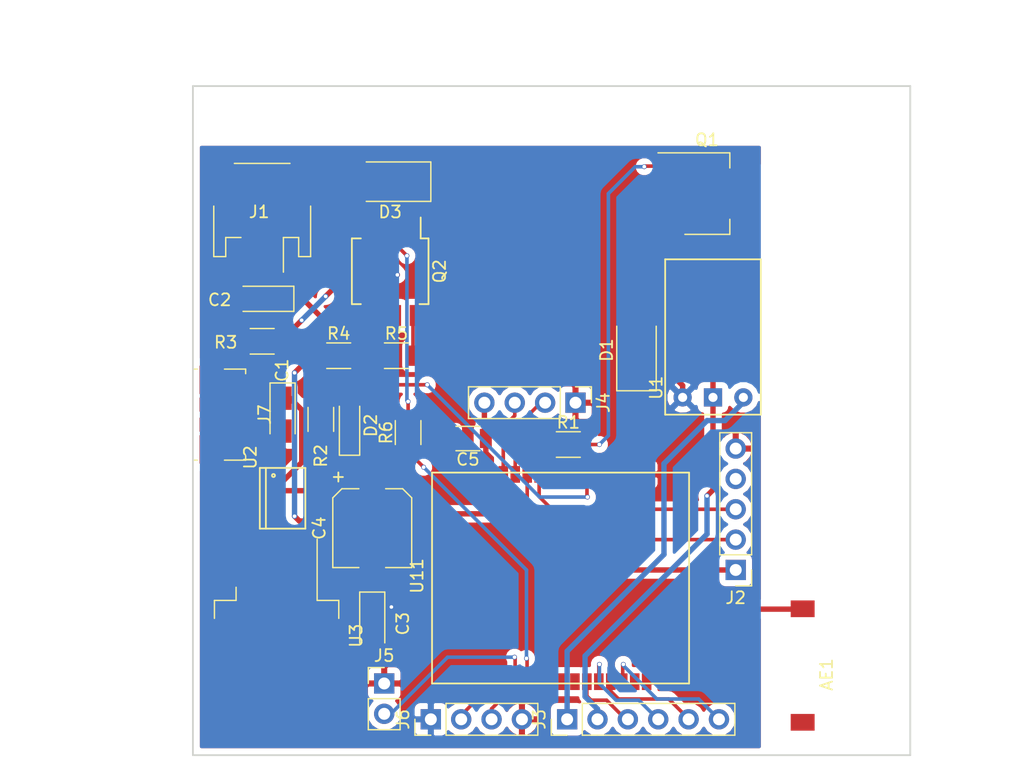
<source format=kicad_pcb>
(kicad_pcb (version 4) (host pcbnew 4.0.7)

  (general
    (links 82)
    (no_connects 1)
    (area 104.650001 18.3 194.35 81.652381)
    (thickness 1.6)
    (drawings 7)
    (tracks 222)
    (zones 0)
    (modules 28)
    (nets 29)
  )

  (page A4)
  (layers
    (0 F.Cu signal)
    (31 B.Cu signal)
    (32 B.Adhes user)
    (33 F.Adhes user)
    (34 B.Paste user)
    (35 F.Paste user)
    (36 B.SilkS user)
    (37 F.SilkS user)
    (38 B.Mask user)
    (39 F.Mask user)
    (40 Dwgs.User user)
    (41 Cmts.User user)
    (42 Eco1.User user)
    (43 Eco2.User user)
    (44 Edge.Cuts user)
    (45 Margin user)
    (46 B.CrtYd user)
    (47 F.CrtYd user)
    (48 B.Fab user)
    (49 F.Fab user)
  )

  (setup
    (last_trace_width 0.3)
    (trace_clearance 0.2)
    (zone_clearance 0.508)
    (zone_45_only yes)
    (trace_min 0.3)
    (segment_width 0.2)
    (edge_width 0.15)
    (via_size 0.4)
    (via_drill 0.3)
    (via_min_size 0.4)
    (via_min_drill 0.3)
    (uvia_size 0.3)
    (uvia_drill 0.1)
    (uvias_allowed no)
    (uvia_min_size 0.2)
    (uvia_min_drill 0.1)
    (pcb_text_width 0.3)
    (pcb_text_size 1.5 1.5)
    (mod_edge_width 0.15)
    (mod_text_size 1 1)
    (mod_text_width 0.15)
    (pad_size 1.524 1.524)
    (pad_drill 0.762)
    (pad_to_mask_clearance 0.2)
    (aux_axis_origin 0 0)
    (visible_elements FFFFFF7F)
    (pcbplotparams
      (layerselection 0x00030_80000001)
      (usegerberextensions false)
      (excludeedgelayer true)
      (linewidth 0.100000)
      (plotframeref false)
      (viasonmask false)
      (mode 1)
      (useauxorigin false)
      (hpglpennumber 1)
      (hpglpenspeed 20)
      (hpglpendiameter 15)
      (hpglpenoverlay 2)
      (psnegative false)
      (psa4output false)
      (plotreference true)
      (plotvalue true)
      (plotinvisibletext false)
      (padsonsilk false)
      (subtractmaskfromsilk false)
      (outputformat 1)
      (mirror false)
      (drillshape 1)
      (scaleselection 1)
      (outputdirectory ""))
  )

  (net 0 "")
  (net 1 VCC)
  (net 2 3V3)
  (net 3 RTC_SDA)
  (net 4 RTC_SCL)
  (net 5 5V)
  (net 6 "Net-(J3-Pad3)")
  (net 7 "Net-(J3-Pad4)")
  (net 8 "Net-(J3-Pad5)")
  (net 9 "Net-(J3-Pad6)")
  (net 10 SHT10_SCK)
  (net 11 SHT10_DATA)
  (net 12 "Net-(Q1-Pad1)")
  (net 13 PMS_EN)
  (net 14 RX)
  (net 15 TX)
  (net 16 P2)
  (net 17 5V_GND)
  (net 18 +USB)
  (net 19 -USB)
  (net 20 VBATT+)
  (net 21 "Net-(D2-Pad2)")
  (net 22 "Net-(D2-Pad1)")
  (net 23 ADC_EN)
  (net 24 "Net-(Q2-Pad8)")
  (net 25 ADC)
  (net 26 "Net-(J7-Pad6)")
  (net 27 "Net-(Q2-Pad2)")
  (net 28 "Net-(AE1-Pad1)")

  (net_class Default "This is the default net class."
    (clearance 0.2)
    (trace_width 0.3)
    (via_dia 0.4)
    (via_drill 0.3)
    (uvia_dia 0.3)
    (uvia_drill 0.1)
    (add_net ADC)
    (add_net ADC_EN)
    (add_net "Net-(D2-Pad1)")
    (add_net "Net-(D2-Pad2)")
    (add_net "Net-(J3-Pad3)")
    (add_net "Net-(J3-Pad4)")
    (add_net "Net-(J3-Pad5)")
    (add_net "Net-(J3-Pad6)")
    (add_net "Net-(J7-Pad6)")
    (add_net "Net-(Q1-Pad1)")
    (add_net "Net-(Q2-Pad2)")
    (add_net "Net-(Q2-Pad8)")
    (add_net P2)
    (add_net PMS_EN)
    (add_net RTC_SCL)
    (add_net RTC_SDA)
    (add_net RX)
    (add_net SHT10_DATA)
    (add_net SHT10_SCK)
    (add_net TX)
  )

  (net_class Power ""
    (clearance 0.2)
    (trace_width 0.45)
    (via_dia 0.4)
    (via_drill 0.3)
    (uvia_dia 0.3)
    (uvia_drill 0.1)
    (add_net +USB)
    (add_net -USB)
    (add_net 3V3)
    (add_net 5V)
    (add_net 5V_GND)
    (add_net "Net-(AE1-Pad1)")
    (add_net VBATT+)
    (add_net VCC)
  )

  (module Capacitors_Tantalum_SMD:CP_Tantalum_Case-A_EIA-3216-18_Reflow (layer F.Cu) (tedit 5A650393) (tstamp 5A64E39D)
    (at 128.5 52.5 270)
    (descr "Tantalum capacitor, Case A, EIA 3216-18, 3.2x1.6x1.6mm, Reflow soldering footprint")
    (tags "capacitor tantalum smd")
    (path /5A6507DC)
    (attr smd)
    (fp_text reference C1 (at -3.708 0.042 270) (layer F.SilkS)
      (effects (font (size 1 1) (thickness 0.15)))
    )
    (fp_text value 4.7uF (at 0 2.55 270) (layer F.Fab)
      (effects (font (size 1 1) (thickness 0.15)))
    )
    (fp_text user %R (at 0 0 270) (layer F.Fab)
      (effects (font (size 0.7 0.7) (thickness 0.105)))
    )
    (fp_line (start -2.75 -1.2) (end -2.75 1.2) (layer F.CrtYd) (width 0.05))
    (fp_line (start -2.75 1.2) (end 2.75 1.2) (layer F.CrtYd) (width 0.05))
    (fp_line (start 2.75 1.2) (end 2.75 -1.2) (layer F.CrtYd) (width 0.05))
    (fp_line (start 2.75 -1.2) (end -2.75 -1.2) (layer F.CrtYd) (width 0.05))
    (fp_line (start -1.6 -0.8) (end -1.6 0.8) (layer F.Fab) (width 0.1))
    (fp_line (start -1.6 0.8) (end 1.6 0.8) (layer F.Fab) (width 0.1))
    (fp_line (start 1.6 0.8) (end 1.6 -0.8) (layer F.Fab) (width 0.1))
    (fp_line (start 1.6 -0.8) (end -1.6 -0.8) (layer F.Fab) (width 0.1))
    (fp_line (start -1.28 -0.8) (end -1.28 0.8) (layer F.Fab) (width 0.1))
    (fp_line (start -1.12 -0.8) (end -1.12 0.8) (layer F.Fab) (width 0.1))
    (fp_line (start -2.65 -1.05) (end 1.6 -1.05) (layer F.SilkS) (width 0.12))
    (fp_line (start -2.65 1.05) (end 1.6 1.05) (layer F.SilkS) (width 0.12))
    (fp_line (start -2.65 -1.05) (end -2.65 1.05) (layer F.SilkS) (width 0.12))
    (pad 1 smd rect (at -1.375 0 270) (size 1.95 1.5) (layers F.Cu F.Paste F.Mask)
      (net 18 +USB))
    (pad 2 smd rect (at 1.375 0 270) (size 1.95 1.5) (layers F.Cu F.Paste F.Mask)
      (net 19 -USB))
    (model Capacitors_Tantalum_SMD.3dshapes/CP_Tantalum_Case-A_EIA-3216-18.wrl
      (at (xyz 0 0 0))
      (scale (xyz 1 1 1))
      (rotate (xyz 0 0 0))
    )
  )

  (module Capacitors_Tantalum_SMD:CP_Tantalum_Case-A_EIA-3216-18_Reflow (layer F.Cu) (tedit 5A6508B9) (tstamp 5A64E3B1)
    (at 126.794 42.806 180)
    (descr "Tantalum capacitor, Case A, EIA 3216-18, 3.2x1.6x1.6mm, Reflow soldering footprint")
    (tags "capacitor tantalum smd")
    (path /5A650AAF)
    (attr smd)
    (fp_text reference C2 (at 3.556 -0.088 180) (layer F.SilkS)
      (effects (font (size 1 1) (thickness 0.15)))
    )
    (fp_text value 10uF (at 0 2.55 180) (layer F.Fab)
      (effects (font (size 1 1) (thickness 0.15)))
    )
    (fp_text user %R (at 0 0 180) (layer F.Fab)
      (effects (font (size 0.7 0.7) (thickness 0.105)))
    )
    (fp_line (start -2.75 -1.2) (end -2.75 1.2) (layer F.CrtYd) (width 0.05))
    (fp_line (start -2.75 1.2) (end 2.75 1.2) (layer F.CrtYd) (width 0.05))
    (fp_line (start 2.75 1.2) (end 2.75 -1.2) (layer F.CrtYd) (width 0.05))
    (fp_line (start 2.75 -1.2) (end -2.75 -1.2) (layer F.CrtYd) (width 0.05))
    (fp_line (start -1.6 -0.8) (end -1.6 0.8) (layer F.Fab) (width 0.1))
    (fp_line (start -1.6 0.8) (end 1.6 0.8) (layer F.Fab) (width 0.1))
    (fp_line (start 1.6 0.8) (end 1.6 -0.8) (layer F.Fab) (width 0.1))
    (fp_line (start 1.6 -0.8) (end -1.6 -0.8) (layer F.Fab) (width 0.1))
    (fp_line (start -1.28 -0.8) (end -1.28 0.8) (layer F.Fab) (width 0.1))
    (fp_line (start -1.12 -0.8) (end -1.12 0.8) (layer F.Fab) (width 0.1))
    (fp_line (start -2.65 -1.05) (end 1.6 -1.05) (layer F.SilkS) (width 0.12))
    (fp_line (start -2.65 1.05) (end 1.6 1.05) (layer F.SilkS) (width 0.12))
    (fp_line (start -2.65 -1.05) (end -2.65 1.05) (layer F.SilkS) (width 0.12))
    (pad 1 smd rect (at -1.375 0 180) (size 1.95 1.5) (layers F.Cu F.Paste F.Mask)
      (net 20 VBATT+))
    (pad 2 smd rect (at 1.375 0 180) (size 1.95 1.5) (layers F.Cu F.Paste F.Mask)
      (net 19 -USB))
    (model Capacitors_Tantalum_SMD.3dshapes/CP_Tantalum_Case-A_EIA-3216-18.wrl
      (at (xyz 0 0 0))
      (scale (xyz 1 1 1))
      (rotate (xyz 0 0 0))
    )
  )

  (module Diodes_SMD:D_SMA (layer F.Cu) (tedit 586432E5) (tstamp 5A64E3C9)
    (at 158.1 47.1 90)
    (descr "Diode SMA (DO-214AC)")
    (tags "Diode SMA (DO-214AC)")
    (path /5A61F9B7)
    (attr smd)
    (fp_text reference D1 (at 0 -2.5 90) (layer F.SilkS)
      (effects (font (size 1 1) (thickness 0.15)))
    )
    (fp_text value D (at 0 2.6 90) (layer F.Fab)
      (effects (font (size 1 1) (thickness 0.15)))
    )
    (fp_text user %R (at 0 -2.5 90) (layer F.Fab)
      (effects (font (size 1 1) (thickness 0.15)))
    )
    (fp_line (start -3.4 -1.65) (end -3.4 1.65) (layer F.SilkS) (width 0.12))
    (fp_line (start 2.3 1.5) (end -2.3 1.5) (layer F.Fab) (width 0.1))
    (fp_line (start -2.3 1.5) (end -2.3 -1.5) (layer F.Fab) (width 0.1))
    (fp_line (start 2.3 -1.5) (end 2.3 1.5) (layer F.Fab) (width 0.1))
    (fp_line (start 2.3 -1.5) (end -2.3 -1.5) (layer F.Fab) (width 0.1))
    (fp_line (start -3.5 -1.75) (end 3.5 -1.75) (layer F.CrtYd) (width 0.05))
    (fp_line (start 3.5 -1.75) (end 3.5 1.75) (layer F.CrtYd) (width 0.05))
    (fp_line (start 3.5 1.75) (end -3.5 1.75) (layer F.CrtYd) (width 0.05))
    (fp_line (start -3.5 1.75) (end -3.5 -1.75) (layer F.CrtYd) (width 0.05))
    (fp_line (start -0.64944 0.00102) (end -1.55114 0.00102) (layer F.Fab) (width 0.1))
    (fp_line (start 0.50118 0.00102) (end 1.4994 0.00102) (layer F.Fab) (width 0.1))
    (fp_line (start -0.64944 -0.79908) (end -0.64944 0.80112) (layer F.Fab) (width 0.1))
    (fp_line (start 0.50118 0.75032) (end 0.50118 -0.79908) (layer F.Fab) (width 0.1))
    (fp_line (start -0.64944 0.00102) (end 0.50118 0.75032) (layer F.Fab) (width 0.1))
    (fp_line (start -0.64944 0.00102) (end 0.50118 -0.79908) (layer F.Fab) (width 0.1))
    (fp_line (start -3.4 1.65) (end 2 1.65) (layer F.SilkS) (width 0.12))
    (fp_line (start -3.4 -1.65) (end 2 -1.65) (layer F.SilkS) (width 0.12))
    (pad 1 smd rect (at -2 0 90) (size 2.5 1.8) (layers F.Cu F.Paste F.Mask)
      (net 1 VCC))
    (pad 2 smd rect (at 2 0 90) (size 2.5 1.8) (layers F.Cu F.Paste F.Mask)
      (net 17 5V_GND))
    (model ${KISYS3DMOD}/Diodes_SMD.3dshapes/D_SMA.wrl
      (at (xyz 0 0 0))
      (scale (xyz 1 1 1))
      (rotate (xyz 0 0 0))
    )
  )

  (module LEDs:LED_1206 (layer F.Cu) (tedit 5A6508CD) (tstamp 5A64E3DE)
    (at 134.1 53.4 90)
    (descr "LED 1206 smd package")
    (tags "LED led 1206 SMD smd SMT smt smdled SMDLED smtled SMTLED")
    (path /5A64C914)
    (attr smd)
    (fp_text reference D2 (at 0 1.778 90) (layer F.SilkS)
      (effects (font (size 1 1) (thickness 0.15)))
    )
    (fp_text value LED (at 0 1.7 90) (layer F.Fab)
      (effects (font (size 1 1) (thickness 0.15)))
    )
    (fp_line (start -2.5 -0.85) (end -2.5 0.85) (layer F.SilkS) (width 0.12))
    (fp_line (start -0.45 -0.4) (end -0.45 0.4) (layer F.Fab) (width 0.1))
    (fp_line (start -0.4 0) (end 0.2 -0.4) (layer F.Fab) (width 0.1))
    (fp_line (start 0.2 0.4) (end -0.4 0) (layer F.Fab) (width 0.1))
    (fp_line (start 0.2 -0.4) (end 0.2 0.4) (layer F.Fab) (width 0.1))
    (fp_line (start 1.6 0.8) (end -1.6 0.8) (layer F.Fab) (width 0.1))
    (fp_line (start 1.6 -0.8) (end 1.6 0.8) (layer F.Fab) (width 0.1))
    (fp_line (start -1.6 -0.8) (end 1.6 -0.8) (layer F.Fab) (width 0.1))
    (fp_line (start -1.6 0.8) (end -1.6 -0.8) (layer F.Fab) (width 0.1))
    (fp_line (start -2.45 0.85) (end 1.6 0.85) (layer F.SilkS) (width 0.12))
    (fp_line (start -2.45 -0.85) (end 1.6 -0.85) (layer F.SilkS) (width 0.12))
    (fp_line (start 2.65 -1) (end 2.65 1) (layer F.CrtYd) (width 0.05))
    (fp_line (start 2.65 1) (end -2.65 1) (layer F.CrtYd) (width 0.05))
    (fp_line (start -2.65 1) (end -2.65 -1) (layer F.CrtYd) (width 0.05))
    (fp_line (start -2.65 -1) (end 2.65 -1) (layer F.CrtYd) (width 0.05))
    (pad 2 smd rect (at 1.65 0 270) (size 1.5 1.5) (layers F.Cu F.Paste F.Mask)
      (net 21 "Net-(D2-Pad2)"))
    (pad 1 smd rect (at -1.65 0 270) (size 1.5 1.5) (layers F.Cu F.Paste F.Mask)
      (net 22 "Net-(D2-Pad1)"))
    (model ${KISYS3DMOD}/LEDs.3dshapes/LED_1206.wrl
      (at (xyz 0 0 0))
      (scale (xyz 1 1 1))
      (rotate (xyz 0 0 180))
    )
  )

  (module Diodes_SMD:D_SMA (layer F.Cu) (tedit 5A6509B5) (tstamp 5A64E3F6)
    (at 137.5 33 180)
    (descr "Diode SMA (DO-214AC)")
    (tags "Diode SMA (DO-214AC)")
    (path /5A64E9C0)
    (attr smd)
    (fp_text reference D3 (at 0 -2.54 180) (layer F.SilkS)
      (effects (font (size 1 1) (thickness 0.15)))
    )
    (fp_text value D_Schottky (at 0 2.6 180) (layer F.Fab)
      (effects (font (size 1 1) (thickness 0.15)))
    )
    (fp_text user %R (at 0 -2.5 180) (layer F.Fab)
      (effects (font (size 1 1) (thickness 0.15)))
    )
    (fp_line (start -3.4 -1.65) (end -3.4 1.65) (layer F.SilkS) (width 0.12))
    (fp_line (start 2.3 1.5) (end -2.3 1.5) (layer F.Fab) (width 0.1))
    (fp_line (start -2.3 1.5) (end -2.3 -1.5) (layer F.Fab) (width 0.1))
    (fp_line (start 2.3 -1.5) (end 2.3 1.5) (layer F.Fab) (width 0.1))
    (fp_line (start 2.3 -1.5) (end -2.3 -1.5) (layer F.Fab) (width 0.1))
    (fp_line (start -3.5 -1.75) (end 3.5 -1.75) (layer F.CrtYd) (width 0.05))
    (fp_line (start 3.5 -1.75) (end 3.5 1.75) (layer F.CrtYd) (width 0.05))
    (fp_line (start 3.5 1.75) (end -3.5 1.75) (layer F.CrtYd) (width 0.05))
    (fp_line (start -3.5 1.75) (end -3.5 -1.75) (layer F.CrtYd) (width 0.05))
    (fp_line (start -0.64944 0.00102) (end -1.55114 0.00102) (layer F.Fab) (width 0.1))
    (fp_line (start 0.50118 0.00102) (end 1.4994 0.00102) (layer F.Fab) (width 0.1))
    (fp_line (start -0.64944 -0.79908) (end -0.64944 0.80112) (layer F.Fab) (width 0.1))
    (fp_line (start 0.50118 0.75032) (end 0.50118 -0.79908) (layer F.Fab) (width 0.1))
    (fp_line (start -0.64944 0.00102) (end 0.50118 0.75032) (layer F.Fab) (width 0.1))
    (fp_line (start -0.64944 0.00102) (end 0.50118 -0.79908) (layer F.Fab) (width 0.1))
    (fp_line (start -3.4 1.65) (end 2 1.65) (layer F.SilkS) (width 0.12))
    (fp_line (start -3.4 -1.65) (end 2 -1.65) (layer F.SilkS) (width 0.12))
    (pad 1 smd rect (at -2 0 180) (size 2.5 1.8) (layers F.Cu F.Paste F.Mask)
      (net 1 VCC))
    (pad 2 smd rect (at 2 0 180) (size 2.5 1.8) (layers F.Cu F.Paste F.Mask)
      (net 18 +USB))
    (model ${KISYS3DMOD}/Diodes_SMD.3dshapes/D_SMA.wrl
      (at (xyz 0 0 0))
      (scale (xyz 1 1 1))
      (rotate (xyz 0 0 0))
    )
  )

  (module Connectors_JST:JST_PH_S2B-PH-SM4-TB_02x2.00mm_Angled (layer F.Cu) (tedit 5A6508C4) (tstamp 5A64E417)
    (at 126.794 35.948 180)
    (descr "JST PH series connector, S2B-PH-SM4-TB, side entry type, surface mount, Datasheet: http://www.jst-mfg.com/product/pdf/eng/ePH.pdf")
    (tags "connector jst ph")
    (path /5A62038F)
    (attr smd)
    (fp_text reference J1 (at 0.254 0.42 180) (layer F.SilkS)
      (effects (font (size 1 1) (thickness 0.15)))
    )
    (fp_text value Battery (at 0 5.375 180) (layer F.Fab)
      (effects (font (size 1 1) (thickness 0.15)))
    )
    (fp_line (start -3.15 -1.625) (end -3.15 -3.225) (layer F.Fab) (width 0.1))
    (fp_line (start -3.15 -3.225) (end -3.95 -3.225) (layer F.Fab) (width 0.1))
    (fp_line (start -3.95 -3.225) (end -3.95 4.375) (layer F.Fab) (width 0.1))
    (fp_line (start -3.95 4.375) (end 3.95 4.375) (layer F.Fab) (width 0.1))
    (fp_line (start 3.95 4.375) (end 3.95 -3.225) (layer F.Fab) (width 0.1))
    (fp_line (start 3.95 -3.225) (end 3.15 -3.225) (layer F.Fab) (width 0.1))
    (fp_line (start 3.15 -3.225) (end 3.15 -1.625) (layer F.Fab) (width 0.1))
    (fp_line (start 3.15 -1.625) (end -3.15 -1.625) (layer F.Fab) (width 0.1))
    (fp_line (start -1.775 -1.725) (end -3.05 -1.725) (layer F.SilkS) (width 0.12))
    (fp_line (start -3.05 -1.725) (end -3.05 -3.325) (layer F.SilkS) (width 0.12))
    (fp_line (start -3.05 -3.325) (end -4.05 -3.325) (layer F.SilkS) (width 0.12))
    (fp_line (start -4.05 -3.325) (end -4.05 0.9) (layer F.SilkS) (width 0.12))
    (fp_line (start 4.05 0.9) (end 4.05 -3.325) (layer F.SilkS) (width 0.12))
    (fp_line (start 4.05 -3.325) (end 3.05 -3.325) (layer F.SilkS) (width 0.12))
    (fp_line (start 3.05 -3.325) (end 3.05 -1.725) (layer F.SilkS) (width 0.12))
    (fp_line (start 3.05 -1.725) (end 1.775 -1.725) (layer F.SilkS) (width 0.12))
    (fp_line (start -2.325 4.475) (end 2.325 4.475) (layer F.SilkS) (width 0.12))
    (fp_line (start -1.775 -1.725) (end -1.775 -4.625) (layer F.SilkS) (width 0.12))
    (fp_line (start -2 -1.625) (end -1 -0.625) (layer F.Fab) (width 0.1))
    (fp_line (start -1 -0.625) (end 0 -1.625) (layer F.Fab) (width 0.1))
    (fp_line (start -4.6 -5.13) (end -4.6 5.07) (layer F.CrtYd) (width 0.05))
    (fp_line (start -4.6 5.07) (end 4.6 5.07) (layer F.CrtYd) (width 0.05))
    (fp_line (start 4.6 5.07) (end 4.6 -5.13) (layer F.CrtYd) (width 0.05))
    (fp_line (start 4.6 -5.13) (end -4.6 -5.13) (layer F.CrtYd) (width 0.05))
    (fp_text user %R (at 0 1.5 180) (layer F.Fab)
      (effects (font (size 1 1) (thickness 0.15)))
    )
    (pad 1 smd rect (at -1 -2.875 180) (size 1 3.5) (layers F.Cu F.Paste F.Mask)
      (net 20 VBATT+))
    (pad 2 smd rect (at 1 -2.875 180) (size 1 3.5) (layers F.Cu F.Paste F.Mask)
      (net 19 -USB))
    (pad "" smd rect (at -3.35 2.875 180) (size 1.5 3.4) (layers F.Cu F.Paste F.Mask))
    (pad "" smd rect (at 3.35 2.875 180) (size 1.5 3.4) (layers F.Cu F.Paste F.Mask))
    (model ${KISYS3DMOD}/Connectors_JST.3dshapes/JST_PH_S2B-PH-SM4-TB_02x2.00mm_Angled.wrl
      (at (xyz 0 0 0))
      (scale (xyz 1 1 1))
      (rotate (xyz 0 0 0))
    )
  )

  (module TO_SOT_Packages_SMD:SOT-223-3_TabPin2 (layer F.Cu) (tedit 58CE4E7E) (tstamp 5A64E55F)
    (at 164 34)
    (descr "module CMS SOT223 4 pins")
    (tags "CMS SOT")
    (path /5A61F8F0)
    (attr smd)
    (fp_text reference Q1 (at 0 -4.5) (layer F.SilkS)
      (effects (font (size 1 1) (thickness 0.15)))
    )
    (fp_text value IRF540N (at 0 4.5) (layer F.Fab)
      (effects (font (size 1 1) (thickness 0.15)))
    )
    (fp_text user %R (at 0 0 90) (layer F.Fab)
      (effects (font (size 0.8 0.8) (thickness 0.12)))
    )
    (fp_line (start 1.91 3.41) (end 1.91 2.15) (layer F.SilkS) (width 0.12))
    (fp_line (start 1.91 -3.41) (end 1.91 -2.15) (layer F.SilkS) (width 0.12))
    (fp_line (start 4.4 -3.6) (end -4.4 -3.6) (layer F.CrtYd) (width 0.05))
    (fp_line (start 4.4 3.6) (end 4.4 -3.6) (layer F.CrtYd) (width 0.05))
    (fp_line (start -4.4 3.6) (end 4.4 3.6) (layer F.CrtYd) (width 0.05))
    (fp_line (start -4.4 -3.6) (end -4.4 3.6) (layer F.CrtYd) (width 0.05))
    (fp_line (start -1.85 -2.35) (end -0.85 -3.35) (layer F.Fab) (width 0.1))
    (fp_line (start -1.85 -2.35) (end -1.85 3.35) (layer F.Fab) (width 0.1))
    (fp_line (start -1.85 3.41) (end 1.91 3.41) (layer F.SilkS) (width 0.12))
    (fp_line (start -0.85 -3.35) (end 1.85 -3.35) (layer F.Fab) (width 0.1))
    (fp_line (start -4.1 -3.41) (end 1.91 -3.41) (layer F.SilkS) (width 0.12))
    (fp_line (start -1.85 3.35) (end 1.85 3.35) (layer F.Fab) (width 0.1))
    (fp_line (start 1.85 -3.35) (end 1.85 3.35) (layer F.Fab) (width 0.1))
    (pad 2 smd rect (at 3.15 0) (size 2 3.8) (layers F.Cu F.Paste F.Mask)
      (net 17 5V_GND))
    (pad 2 smd rect (at -3.15 0) (size 2 1.5) (layers F.Cu F.Paste F.Mask)
      (net 17 5V_GND))
    (pad 3 smd rect (at -3.15 2.3) (size 2 1.5) (layers F.Cu F.Paste F.Mask)
      (net 19 -USB))
    (pad 1 smd rect (at -3.15 -2.3) (size 2 1.5) (layers F.Cu F.Paste F.Mask)
      (net 12 "Net-(Q1-Pad1)"))
    (model ${KISYS3DMOD}/TO_SOT_Packages_SMD.3dshapes/SOT-223.wrl
      (at (xyz 0 0 0))
      (scale (xyz 1 1 1))
      (rotate (xyz 0 0 0))
    )
  )

  (module Housings_SOIC:SO-8_5.3x6.2mm_Pitch1.27mm (layer F.Cu) (tedit 59920130) (tstamp 5A64E57C)
    (at 137.5 40.5 270)
    (descr "8-Lead Plastic Small Outline, 5.3x6.2mm Body (http://www.ti.com.cn/cn/lit/ds/symlink/tl7705a.pdf)")
    (tags "SOIC 1.27")
    (path /5A64A830)
    (attr smd)
    (fp_text reference Q2 (at 0 -4.13 270) (layer F.SilkS)
      (effects (font (size 1 1) (thickness 0.15)))
    )
    (fp_text value IRF7309IPBF (at 0 4.13 270) (layer F.Fab)
      (effects (font (size 1 1) (thickness 0.15)))
    )
    (fp_text user %R (at 0 0 270) (layer F.Fab)
      (effects (font (size 1 1) (thickness 0.15)))
    )
    (fp_line (start -1.65 -3.1) (end 2.65 -3.1) (layer F.Fab) (width 0.15))
    (fp_line (start 2.65 -3.1) (end 2.65 3.1) (layer F.Fab) (width 0.15))
    (fp_line (start 2.65 3.1) (end -2.65 3.1) (layer F.Fab) (width 0.15))
    (fp_line (start -2.65 3.1) (end -2.65 -2.1) (layer F.Fab) (width 0.15))
    (fp_line (start -2.65 -2.1) (end -1.65 -3.1) (layer F.Fab) (width 0.15))
    (fp_line (start -4.83 -3.35) (end -4.83 3.35) (layer F.CrtYd) (width 0.05))
    (fp_line (start 4.83 -3.35) (end 4.83 3.35) (layer F.CrtYd) (width 0.05))
    (fp_line (start -4.83 -3.35) (end 4.83 -3.35) (layer F.CrtYd) (width 0.05))
    (fp_line (start -4.83 3.35) (end 4.83 3.35) (layer F.CrtYd) (width 0.05))
    (fp_line (start -2.75 -3.205) (end -2.75 -2.55) (layer F.SilkS) (width 0.15))
    (fp_line (start 2.75 -3.205) (end 2.75 -2.455) (layer F.SilkS) (width 0.15))
    (fp_line (start 2.75 3.205) (end 2.75 2.455) (layer F.SilkS) (width 0.15))
    (fp_line (start -2.75 3.205) (end -2.75 2.455) (layer F.SilkS) (width 0.15))
    (fp_line (start -2.75 -3.205) (end 2.75 -3.205) (layer F.SilkS) (width 0.15))
    (fp_line (start -2.75 3.205) (end 2.75 3.205) (layer F.SilkS) (width 0.15))
    (fp_line (start -2.75 -2.55) (end -4.5 -2.55) (layer F.SilkS) (width 0.15))
    (pad 1 smd rect (at -3.7 -1.905 270) (size 1.75 0.55) (layers F.Cu F.Paste F.Mask)
      (net 19 -USB))
    (pad 2 smd rect (at -3.7 -0.635 270) (size 1.75 0.55) (layers F.Cu F.Paste F.Mask)
      (net 27 "Net-(Q2-Pad2)"))
    (pad 3 smd rect (at -3.7 0.635 270) (size 1.75 0.55) (layers F.Cu F.Paste F.Mask)
      (net 1 VCC))
    (pad 4 smd rect (at -3.7 1.905 270) (size 1.75 0.55) (layers F.Cu F.Paste F.Mask)
      (net 18 +USB))
    (pad 5 smd rect (at 3.7 1.905 270) (size 1.75 0.55) (layers F.Cu F.Paste F.Mask))
    (pad 6 smd rect (at 3.7 0.635 270) (size 1.75 0.55) (layers F.Cu F.Paste F.Mask)
      (net 20 VBATT+))
    (pad 7 smd rect (at 3.7 -0.635 270) (size 1.75 0.55) (layers F.Cu F.Paste F.Mask))
    (pad 8 smd rect (at 3.7 -1.905 270) (size 1.75 0.55) (layers F.Cu F.Paste F.Mask)
      (net 24 "Net-(Q2-Pad8)"))
    (model ${KISYS3DMOD}/Housings_SOIC.3dshapes/SO-8_5.3x6.2mm_Pitch1.27mm.wrl
      (at (xyz 0 0 0))
      (scale (xyz 1 1 1))
      (rotate (xyz 0 0 0))
    )
  )

  (module Resistors_SMD:R_1206 (layer F.Cu) (tedit 58E0A804) (tstamp 5A64E58D)
    (at 152.4 55)
    (descr "Resistor SMD 1206, reflow soldering, Vishay (see dcrcw.pdf)")
    (tags "resistor 1206")
    (path /5A61FA45)
    (attr smd)
    (fp_text reference R1 (at 0 -1.85) (layer F.SilkS)
      (effects (font (size 1 1) (thickness 0.15)))
    )
    (fp_text value 100 (at 0 1.95) (layer F.Fab)
      (effects (font (size 1 1) (thickness 0.15)))
    )
    (fp_text user %R (at 0 0) (layer F.Fab)
      (effects (font (size 0.7 0.7) (thickness 0.105)))
    )
    (fp_line (start -1.6 0.8) (end -1.6 -0.8) (layer F.Fab) (width 0.1))
    (fp_line (start 1.6 0.8) (end -1.6 0.8) (layer F.Fab) (width 0.1))
    (fp_line (start 1.6 -0.8) (end 1.6 0.8) (layer F.Fab) (width 0.1))
    (fp_line (start -1.6 -0.8) (end 1.6 -0.8) (layer F.Fab) (width 0.1))
    (fp_line (start 1 1.07) (end -1 1.07) (layer F.SilkS) (width 0.12))
    (fp_line (start -1 -1.07) (end 1 -1.07) (layer F.SilkS) (width 0.12))
    (fp_line (start -2.15 -1.11) (end 2.15 -1.11) (layer F.CrtYd) (width 0.05))
    (fp_line (start -2.15 -1.11) (end -2.15 1.1) (layer F.CrtYd) (width 0.05))
    (fp_line (start 2.15 1.1) (end 2.15 -1.11) (layer F.CrtYd) (width 0.05))
    (fp_line (start 2.15 1.1) (end -2.15 1.1) (layer F.CrtYd) (width 0.05))
    (pad 1 smd rect (at -1.45 0) (size 0.9 1.7) (layers F.Cu F.Paste F.Mask)
      (net 13 PMS_EN))
    (pad 2 smd rect (at 1.45 0) (size 0.9 1.7) (layers F.Cu F.Paste F.Mask)
      (net 12 "Net-(Q1-Pad1)"))
    (model ${KISYS3DMOD}/Resistors_SMD.3dshapes/R_1206.wrl
      (at (xyz 0 0 0))
      (scale (xyz 1 1 1))
      (rotate (xyz 0 0 0))
    )
  )

  (module Resistors_SMD:R_1206 (layer F.Cu) (tedit 5A6508CB) (tstamp 5A64E59E)
    (at 131.7 52.9 90)
    (descr "Resistor SMD 1206, reflow soldering, Vishay (see dcrcw.pdf)")
    (tags "resistor 1206")
    (path /5A64C524)
    (attr smd)
    (fp_text reference R2 (at -3.048 0 90) (layer F.SilkS)
      (effects (font (size 1 1) (thickness 0.15)))
    )
    (fp_text value 100 (at 0 1.95 90) (layer F.Fab)
      (effects (font (size 1 1) (thickness 0.15)))
    )
    (fp_text user %R (at 0 0 90) (layer F.Fab)
      (effects (font (size 0.7 0.7) (thickness 0.105)))
    )
    (fp_line (start -1.6 0.8) (end -1.6 -0.8) (layer F.Fab) (width 0.1))
    (fp_line (start 1.6 0.8) (end -1.6 0.8) (layer F.Fab) (width 0.1))
    (fp_line (start 1.6 -0.8) (end 1.6 0.8) (layer F.Fab) (width 0.1))
    (fp_line (start -1.6 -0.8) (end 1.6 -0.8) (layer F.Fab) (width 0.1))
    (fp_line (start 1 1.07) (end -1 1.07) (layer F.SilkS) (width 0.12))
    (fp_line (start -1 -1.07) (end 1 -1.07) (layer F.SilkS) (width 0.12))
    (fp_line (start -2.15 -1.11) (end 2.15 -1.11) (layer F.CrtYd) (width 0.05))
    (fp_line (start -2.15 -1.11) (end -2.15 1.1) (layer F.CrtYd) (width 0.05))
    (fp_line (start 2.15 1.1) (end 2.15 -1.11) (layer F.CrtYd) (width 0.05))
    (fp_line (start 2.15 1.1) (end -2.15 1.1) (layer F.CrtYd) (width 0.05))
    (pad 1 smd rect (at -1.45 0 90) (size 0.9 1.7) (layers F.Cu F.Paste F.Mask)
      (net 18 +USB))
    (pad 2 smd rect (at 1.45 0 90) (size 0.9 1.7) (layers F.Cu F.Paste F.Mask)
      (net 21 "Net-(D2-Pad2)"))
    (model ${KISYS3DMOD}/Resistors_SMD.3dshapes/R_1206.wrl
      (at (xyz 0 0 0))
      (scale (xyz 1 1 1))
      (rotate (xyz 0 0 0))
    )
  )

  (module Resistors_SMD:R_1206 (layer F.Cu) (tedit 5A6508BD) (tstamp 5A64E5AF)
    (at 126.794 46.362 180)
    (descr "Resistor SMD 1206, reflow soldering, Vishay (see dcrcw.pdf)")
    (tags "resistor 1206")
    (path /5A64E6E4)
    (attr smd)
    (fp_text reference R3 (at 3.048 -0.088 180) (layer F.SilkS)
      (effects (font (size 1 1) (thickness 0.15)))
    )
    (fp_text value 100k (at 0 1.95 180) (layer F.Fab)
      (effects (font (size 1 1) (thickness 0.15)))
    )
    (fp_text user %R (at 0 0 180) (layer F.Fab)
      (effects (font (size 0.7 0.7) (thickness 0.105)))
    )
    (fp_line (start -1.6 0.8) (end -1.6 -0.8) (layer F.Fab) (width 0.1))
    (fp_line (start 1.6 0.8) (end -1.6 0.8) (layer F.Fab) (width 0.1))
    (fp_line (start 1.6 -0.8) (end 1.6 0.8) (layer F.Fab) (width 0.1))
    (fp_line (start -1.6 -0.8) (end 1.6 -0.8) (layer F.Fab) (width 0.1))
    (fp_line (start 1 1.07) (end -1 1.07) (layer F.SilkS) (width 0.12))
    (fp_line (start -1 -1.07) (end 1 -1.07) (layer F.SilkS) (width 0.12))
    (fp_line (start -2.15 -1.11) (end 2.15 -1.11) (layer F.CrtYd) (width 0.05))
    (fp_line (start -2.15 -1.11) (end -2.15 1.1) (layer F.CrtYd) (width 0.05))
    (fp_line (start 2.15 1.1) (end 2.15 -1.11) (layer F.CrtYd) (width 0.05))
    (fp_line (start 2.15 1.1) (end -2.15 1.1) (layer F.CrtYd) (width 0.05))
    (pad 1 smd rect (at -1.45 0 180) (size 0.9 1.7) (layers F.Cu F.Paste F.Mask)
      (net 18 +USB))
    (pad 2 smd rect (at 1.45 0 180) (size 0.9 1.7) (layers F.Cu F.Paste F.Mask)
      (net 19 -USB))
    (model ${KISYS3DMOD}/Resistors_SMD.3dshapes/R_1206.wrl
      (at (xyz 0 0 0))
      (scale (xyz 1 1 1))
      (rotate (xyz 0 0 0))
    )
  )

  (module Resistors_SMD:R_1206 (layer F.Cu) (tedit 58E0A804) (tstamp 5A64E5C0)
    (at 133.195 47.567)
    (descr "Resistor SMD 1206, reflow soldering, Vishay (see dcrcw.pdf)")
    (tags "resistor 1206")
    (path /5A64B0D7)
    (attr smd)
    (fp_text reference R4 (at 0 -1.85) (layer F.SilkS)
      (effects (font (size 1 1) (thickness 0.15)))
    )
    (fp_text value 100k (at 0 1.95) (layer F.Fab)
      (effects (font (size 1 1) (thickness 0.15)))
    )
    (fp_text user %R (at 0 0) (layer F.Fab)
      (effects (font (size 0.7 0.7) (thickness 0.105)))
    )
    (fp_line (start -1.6 0.8) (end -1.6 -0.8) (layer F.Fab) (width 0.1))
    (fp_line (start 1.6 0.8) (end -1.6 0.8) (layer F.Fab) (width 0.1))
    (fp_line (start 1.6 -0.8) (end 1.6 0.8) (layer F.Fab) (width 0.1))
    (fp_line (start -1.6 -0.8) (end 1.6 -0.8) (layer F.Fab) (width 0.1))
    (fp_line (start 1 1.07) (end -1 1.07) (layer F.SilkS) (width 0.12))
    (fp_line (start -1 -1.07) (end 1 -1.07) (layer F.SilkS) (width 0.12))
    (fp_line (start -2.15 -1.11) (end 2.15 -1.11) (layer F.CrtYd) (width 0.05))
    (fp_line (start -2.15 -1.11) (end -2.15 1.1) (layer F.CrtYd) (width 0.05))
    (fp_line (start 2.15 1.1) (end 2.15 -1.11) (layer F.CrtYd) (width 0.05))
    (fp_line (start 2.15 1.1) (end -2.15 1.1) (layer F.CrtYd) (width 0.05))
    (pad 1 smd rect (at -1.45 0) (size 0.9 1.7) (layers F.Cu F.Paste F.Mask)
      (net 20 VBATT+))
    (pad 2 smd rect (at 1.45 0) (size 0.9 1.7) (layers F.Cu F.Paste F.Mask)
      (net 25 ADC))
    (model ${KISYS3DMOD}/Resistors_SMD.3dshapes/R_1206.wrl
      (at (xyz 0 0 0))
      (scale (xyz 1 1 1))
      (rotate (xyz 0 0 0))
    )
  )

  (module Resistors_SMD:R_1206 (layer F.Cu) (tedit 58E0A804) (tstamp 5A64E5D1)
    (at 138.021 47.567)
    (descr "Resistor SMD 1206, reflow soldering, Vishay (see dcrcw.pdf)")
    (tags "resistor 1206")
    (path /5A64AFEE)
    (attr smd)
    (fp_text reference R5 (at 0 -1.85) (layer F.SilkS)
      (effects (font (size 1 1) (thickness 0.15)))
    )
    (fp_text value 47k (at 0 1.95) (layer F.Fab)
      (effects (font (size 1 1) (thickness 0.15)))
    )
    (fp_text user %R (at 0 0) (layer F.Fab)
      (effects (font (size 0.7 0.7) (thickness 0.105)))
    )
    (fp_line (start -1.6 0.8) (end -1.6 -0.8) (layer F.Fab) (width 0.1))
    (fp_line (start 1.6 0.8) (end -1.6 0.8) (layer F.Fab) (width 0.1))
    (fp_line (start 1.6 -0.8) (end 1.6 0.8) (layer F.Fab) (width 0.1))
    (fp_line (start -1.6 -0.8) (end 1.6 -0.8) (layer F.Fab) (width 0.1))
    (fp_line (start 1 1.07) (end -1 1.07) (layer F.SilkS) (width 0.12))
    (fp_line (start -1 -1.07) (end 1 -1.07) (layer F.SilkS) (width 0.12))
    (fp_line (start -2.15 -1.11) (end 2.15 -1.11) (layer F.CrtYd) (width 0.05))
    (fp_line (start -2.15 -1.11) (end -2.15 1.1) (layer F.CrtYd) (width 0.05))
    (fp_line (start 2.15 1.1) (end 2.15 -1.11) (layer F.CrtYd) (width 0.05))
    (fp_line (start 2.15 1.1) (end -2.15 1.1) (layer F.CrtYd) (width 0.05))
    (pad 1 smd rect (at -1.45 0) (size 0.9 1.7) (layers F.Cu F.Paste F.Mask)
      (net 25 ADC))
    (pad 2 smd rect (at 1.45 0) (size 0.9 1.7) (layers F.Cu F.Paste F.Mask)
      (net 24 "Net-(Q2-Pad8)"))
    (model ${KISYS3DMOD}/Resistors_SMD.3dshapes/R_1206.wrl
      (at (xyz 0 0 0))
      (scale (xyz 1 1 1))
      (rotate (xyz 0 0 0))
    )
  )

  (module Pololu:U3V12F9 (layer F.Cu) (tedit 5A5F8355) (tstamp 5A64E5DC)
    (at 160.5 39.5 270)
    (path /5A61F0D8)
    (fp_text reference U1 (at 10.75 0.75 270) (layer F.SilkS)
      (effects (font (size 1 1) (thickness 0.15)))
    )
    (fp_text value U3V12F5 (at 5.3 -6.6 270) (layer F.Fab)
      (effects (font (size 1 1) (thickness 0.15)))
    )
    (fp_line (start 0 0) (end 13 0) (layer F.SilkS) (width 0.15))
    (fp_line (start 13 0) (end 13 -8) (layer F.SilkS) (width 0.15))
    (fp_line (start 13 -8) (end 0 -8) (layer F.SilkS) (width 0.15))
    (fp_line (start 0 -8) (end 0 0) (layer F.SilkS) (width 0.15))
    (pad 1 thru_hole circle (at 11.557 -1.4605 270) (size 1.524 1.524) (drill 0.762) (layers *.Cu *.Mask)
      (net 1 VCC))
    (pad 2 thru_hole rect (at 11.557 -4.0005 270) (size 1.524 1.524) (drill 0.762) (layers *.Cu *.Mask)
      (net 17 5V_GND))
    (pad 3 thru_hole circle (at 11.557 -6.5405 270) (size 1.524 1.524) (drill 0.762) (layers *.Cu *.Mask)
      (net 5 5V))
  )

  (module Power_Integrations:SO-8 (layer F.Cu) (tedit 5A6503A0) (tstamp 5A64E5EE)
    (at 128.5 59.5 270)
    (descr "SO-8 Surface Mount Small Outline 150mil 8pin Package")
    (tags "Power Integrations D Package")
    (path /5A64BF67)
    (fp_text reference U2 (at -3.424 2.692 270) (layer F.SilkS)
      (effects (font (size 1 1) (thickness 0.15)))
    )
    (fp_text value MAX1811 (at 0 0 270) (layer F.Fab)
      (effects (font (size 1 1) (thickness 0.15)))
    )
    (fp_circle (center -1.905 0.762) (end -1.778 0.762) (layer F.SilkS) (width 0.15))
    (fp_line (start -2.54 1.397) (end 2.54 1.397) (layer F.SilkS) (width 0.15))
    (fp_line (start -2.54 -1.905) (end 2.54 -1.905) (layer F.SilkS) (width 0.15))
    (fp_line (start -2.54 1.905) (end 2.54 1.905) (layer F.SilkS) (width 0.15))
    (fp_line (start -2.54 1.905) (end -2.54 -1.905) (layer F.SilkS) (width 0.15))
    (fp_line (start 2.54 1.905) (end 2.54 -1.905) (layer F.SilkS) (width 0.15))
    (pad 1 smd oval (at -1.905 2.794 270) (size 0.6096 1.4732) (layers F.Cu F.Paste F.Mask)
      (net 18 +USB))
    (pad 2 smd oval (at -0.635 2.794 270) (size 0.6096 1.4732) (layers F.Cu F.Paste F.Mask)
      (net 18 +USB))
    (pad 3 smd oval (at 0.635 2.794 270) (size 0.6096 1.4732) (layers F.Cu F.Paste F.Mask)
      (net 19 -USB))
    (pad 4 smd oval (at 1.905 2.794 270) (size 0.6096 1.4732) (layers F.Cu F.Paste F.Mask)
      (net 18 +USB))
    (pad 5 smd oval (at 1.905 -2.794 270) (size 0.6096 1.4732) (layers F.Cu F.Paste F.Mask)
      (net 20 VBATT+))
    (pad 6 smd oval (at 0.635 -2.794 270) (size 0.6096 1.4732) (layers F.Cu F.Paste F.Mask))
    (pad 7 smd oval (at -0.635 -2.794 270) (size 0.6096 1.4732) (layers F.Cu F.Paste F.Mask)
      (net 18 +USB))
    (pad 8 smd oval (at -1.905 -2.794 270) (size 0.6096 1.4732) (layers F.Cu F.Paste F.Mask)
      (net 22 "Net-(D2-Pad1)"))
  )

  (module Resistors_SMD:R_1206 (layer F.Cu) (tedit 58E0A804) (tstamp 5A65BE53)
    (at 139 54 90)
    (descr "Resistor SMD 1206, reflow soldering, Vishay (see dcrcw.pdf)")
    (tags "resistor 1206")
    (path /5A65AF19)
    (attr smd)
    (fp_text reference R6 (at 0 -1.85 90) (layer F.SilkS)
      (effects (font (size 1 1) (thickness 0.15)))
    )
    (fp_text value 100 (at 0 1.95 90) (layer F.Fab)
      (effects (font (size 1 1) (thickness 0.15)))
    )
    (fp_text user %R (at 0 0 90) (layer F.Fab)
      (effects (font (size 0.7 0.7) (thickness 0.105)))
    )
    (fp_line (start -1.6 0.8) (end -1.6 -0.8) (layer F.Fab) (width 0.1))
    (fp_line (start 1.6 0.8) (end -1.6 0.8) (layer F.Fab) (width 0.1))
    (fp_line (start 1.6 -0.8) (end 1.6 0.8) (layer F.Fab) (width 0.1))
    (fp_line (start -1.6 -0.8) (end 1.6 -0.8) (layer F.Fab) (width 0.1))
    (fp_line (start 1 1.07) (end -1 1.07) (layer F.SilkS) (width 0.12))
    (fp_line (start -1 -1.07) (end 1 -1.07) (layer F.SilkS) (width 0.12))
    (fp_line (start -2.15 -1.11) (end 2.15 -1.11) (layer F.CrtYd) (width 0.05))
    (fp_line (start -2.15 -1.11) (end -2.15 1.1) (layer F.CrtYd) (width 0.05))
    (fp_line (start 2.15 1.1) (end 2.15 -1.11) (layer F.CrtYd) (width 0.05))
    (fp_line (start 2.15 1.1) (end -2.15 1.1) (layer F.CrtYd) (width 0.05))
    (pad 1 smd rect (at -1.45 0 90) (size 0.9 1.7) (layers F.Cu F.Paste F.Mask)
      (net 23 ADC_EN))
    (pad 2 smd rect (at 1.45 0 90) (size 0.9 1.7) (layers F.Cu F.Paste F.Mask)
      (net 27 "Net-(Q2-Pad2)"))
    (model ${KISYS3DMOD}/Resistors_SMD.3dshapes/R_1206.wrl
      (at (xyz 0 0 0))
      (scale (xyz 1 1 1))
      (rotate (xyz 0 0 0))
    )
  )

  (module Socket_Strips:Socket_Strip_Straight_1x05_Pitch2.54mm (layer F.Cu) (tedit 58CD5446) (tstamp 5A65C399)
    (at 166.4 65.5 180)
    (descr "Through hole straight socket strip, 1x05, 2.54mm pitch, single row")
    (tags "Through hole socket strip THT 1x05 2.54mm single row")
    (path /5A620243)
    (fp_text reference J2 (at 0 -2.33 180) (layer F.SilkS)
      (effects (font (size 1 1) (thickness 0.15)))
    )
    (fp_text value DS3231 (at 0 12.49 180) (layer F.Fab)
      (effects (font (size 1 1) (thickness 0.15)))
    )
    (fp_line (start -1.27 -1.27) (end -1.27 11.43) (layer F.Fab) (width 0.1))
    (fp_line (start -1.27 11.43) (end 1.27 11.43) (layer F.Fab) (width 0.1))
    (fp_line (start 1.27 11.43) (end 1.27 -1.27) (layer F.Fab) (width 0.1))
    (fp_line (start 1.27 -1.27) (end -1.27 -1.27) (layer F.Fab) (width 0.1))
    (fp_line (start -1.33 1.27) (end -1.33 11.49) (layer F.SilkS) (width 0.12))
    (fp_line (start -1.33 11.49) (end 1.33 11.49) (layer F.SilkS) (width 0.12))
    (fp_line (start 1.33 11.49) (end 1.33 1.27) (layer F.SilkS) (width 0.12))
    (fp_line (start 1.33 1.27) (end -1.33 1.27) (layer F.SilkS) (width 0.12))
    (fp_line (start -1.33 0) (end -1.33 -1.33) (layer F.SilkS) (width 0.12))
    (fp_line (start -1.33 -1.33) (end 0 -1.33) (layer F.SilkS) (width 0.12))
    (fp_line (start -1.8 -1.8) (end -1.8 11.95) (layer F.CrtYd) (width 0.05))
    (fp_line (start -1.8 11.95) (end 1.8 11.95) (layer F.CrtYd) (width 0.05))
    (fp_line (start 1.8 11.95) (end 1.8 -1.8) (layer F.CrtYd) (width 0.05))
    (fp_line (start 1.8 -1.8) (end -1.8 -1.8) (layer F.CrtYd) (width 0.05))
    (fp_text user %R (at 0 -2.33 180) (layer F.Fab)
      (effects (font (size 1 1) (thickness 0.15)))
    )
    (pad 1 thru_hole rect (at 0 0 180) (size 1.7 1.7) (drill 1) (layers *.Cu *.Mask)
      (net 2 3V3))
    (pad 2 thru_hole oval (at 0 2.54 180) (size 1.7 1.7) (drill 1) (layers *.Cu *.Mask)
      (net 3 RTC_SDA))
    (pad 3 thru_hole oval (at 0 5.08 180) (size 1.7 1.7) (drill 1) (layers *.Cu *.Mask)
      (net 4 RTC_SCL))
    (pad 4 thru_hole oval (at 0 7.62 180) (size 1.7 1.7) (drill 1) (layers *.Cu *.Mask))
    (pad 5 thru_hole oval (at 0 10.16 180) (size 1.7 1.7) (drill 1) (layers *.Cu *.Mask)
      (net 19 -USB))
    (model ${KISYS3DMOD}/Socket_Strips.3dshapes/Socket_Strip_Straight_1x05_Pitch2.54mm.wrl
      (at (xyz 0 -0.2 0))
      (scale (xyz 1 1 1))
      (rotate (xyz 0 0 270))
    )
  )

  (module Socket_Strips:Socket_Strip_Straight_1x02_Pitch2.54mm (layer F.Cu) (tedit 58CD5446) (tstamp 5A65C486)
    (at 137 75)
    (descr "Through hole straight socket strip, 1x02, 2.54mm pitch, single row")
    (tags "Through hole socket strip THT 1x02 2.54mm single row")
    (path /5A623BED)
    (fp_text reference J5 (at 0 -2.33) (layer F.SilkS)
      (effects (font (size 1 1) (thickness 0.15)))
    )
    (fp_text value P2 (at 0 4.87) (layer F.Fab)
      (effects (font (size 1 1) (thickness 0.15)))
    )
    (fp_line (start -1.27 -1.27) (end -1.27 3.81) (layer F.Fab) (width 0.1))
    (fp_line (start -1.27 3.81) (end 1.27 3.81) (layer F.Fab) (width 0.1))
    (fp_line (start 1.27 3.81) (end 1.27 -1.27) (layer F.Fab) (width 0.1))
    (fp_line (start 1.27 -1.27) (end -1.27 -1.27) (layer F.Fab) (width 0.1))
    (fp_line (start -1.33 1.27) (end -1.33 3.87) (layer F.SilkS) (width 0.12))
    (fp_line (start -1.33 3.87) (end 1.33 3.87) (layer F.SilkS) (width 0.12))
    (fp_line (start 1.33 3.87) (end 1.33 1.27) (layer F.SilkS) (width 0.12))
    (fp_line (start 1.33 1.27) (end -1.33 1.27) (layer F.SilkS) (width 0.12))
    (fp_line (start -1.33 0) (end -1.33 -1.33) (layer F.SilkS) (width 0.12))
    (fp_line (start -1.33 -1.33) (end 0 -1.33) (layer F.SilkS) (width 0.12))
    (fp_line (start -1.8 -1.8) (end -1.8 4.35) (layer F.CrtYd) (width 0.05))
    (fp_line (start -1.8 4.35) (end 1.8 4.35) (layer F.CrtYd) (width 0.05))
    (fp_line (start 1.8 4.35) (end 1.8 -1.8) (layer F.CrtYd) (width 0.05))
    (fp_line (start 1.8 -1.8) (end -1.8 -1.8) (layer F.CrtYd) (width 0.05))
    (fp_text user %R (at 0 -2.33) (layer F.Fab)
      (effects (font (size 1 1) (thickness 0.15)))
    )
    (pad 1 thru_hole rect (at 0 0) (size 1.7 1.7) (drill 1) (layers *.Cu *.Mask)
      (net 19 -USB))
    (pad 2 thru_hole oval (at 0 2.54) (size 1.7 1.7) (drill 1) (layers *.Cu *.Mask)
      (net 16 P2))
    (model ${KISYS3DMOD}/Socket_Strips.3dshapes/Socket_Strip_Straight_1x02_Pitch2.54mm.wrl
      (at (xyz 0 -0.05 0))
      (scale (xyz 1 1 1))
      (rotate (xyz 0 0 270))
    )
  )

  (module Socket_Strips:Socket_Strip_Straight_1x04_Pitch2.54mm (layer F.Cu) (tedit 58CD5446) (tstamp 5A65C49A)
    (at 140.9 78 90)
    (descr "Through hole straight socket strip, 1x04, 2.54mm pitch, single row")
    (tags "Through hole socket strip THT 1x04 2.54mm single row")
    (path /5A623AEF)
    (fp_text reference J6 (at 0 -2.33 90) (layer F.SilkS)
      (effects (font (size 1 1) (thickness 0.15)))
    )
    (fp_text value PROG (at 0 9.95 90) (layer F.Fab)
      (effects (font (size 1 1) (thickness 0.15)))
    )
    (fp_line (start -1.27 -1.27) (end -1.27 8.89) (layer F.Fab) (width 0.1))
    (fp_line (start -1.27 8.89) (end 1.27 8.89) (layer F.Fab) (width 0.1))
    (fp_line (start 1.27 8.89) (end 1.27 -1.27) (layer F.Fab) (width 0.1))
    (fp_line (start 1.27 -1.27) (end -1.27 -1.27) (layer F.Fab) (width 0.1))
    (fp_line (start -1.33 1.27) (end -1.33 8.95) (layer F.SilkS) (width 0.12))
    (fp_line (start -1.33 8.95) (end 1.33 8.95) (layer F.SilkS) (width 0.12))
    (fp_line (start 1.33 8.95) (end 1.33 1.27) (layer F.SilkS) (width 0.12))
    (fp_line (start 1.33 1.27) (end -1.33 1.27) (layer F.SilkS) (width 0.12))
    (fp_line (start -1.33 0) (end -1.33 -1.33) (layer F.SilkS) (width 0.12))
    (fp_line (start -1.33 -1.33) (end 0 -1.33) (layer F.SilkS) (width 0.12))
    (fp_line (start -1.8 -1.8) (end -1.8 9.4) (layer F.CrtYd) (width 0.05))
    (fp_line (start -1.8 9.4) (end 1.8 9.4) (layer F.CrtYd) (width 0.05))
    (fp_line (start 1.8 9.4) (end 1.8 -1.8) (layer F.CrtYd) (width 0.05))
    (fp_line (start 1.8 -1.8) (end -1.8 -1.8) (layer F.CrtYd) (width 0.05))
    (fp_text user %R (at 0 -2.33 90) (layer F.Fab)
      (effects (font (size 1 1) (thickness 0.15)))
    )
    (pad 1 thru_hole rect (at 0 0 90) (size 1.7 1.7) (drill 1) (layers *.Cu *.Mask)
      (net 1 VCC))
    (pad 2 thru_hole oval (at 0 2.54 90) (size 1.7 1.7) (drill 1) (layers *.Cu *.Mask)
      (net 14 RX))
    (pad 3 thru_hole oval (at 0 5.08 90) (size 1.7 1.7) (drill 1) (layers *.Cu *.Mask)
      (net 15 TX))
    (pad 4 thru_hole oval (at 0 7.62 90) (size 1.7 1.7) (drill 1) (layers *.Cu *.Mask)
      (net 19 -USB))
    (model ${KISYS3DMOD}/Socket_Strips.3dshapes/Socket_Strip_Straight_1x04_Pitch2.54mm.wrl
      (at (xyz 0 -0.15 0))
      (scale (xyz 1 1 1))
      (rotate (xyz 0 0 270))
    )
  )

  (module Pycom:W01 (layer F.Cu) (tedit 5A65989F) (tstamp 5A65C7F5)
    (at 141 75 90)
    (descr https://docs.pycom.io/chapter/datasheets/oem/w01.html)
    (tags "pycom w01 wipy oem")
    (path /5A659DD0)
    (fp_text reference U11 (at 9 -1.25 90) (layer F.SilkS)
      (effects (font (size 1 1) (thickness 0.15)))
    )
    (fp_text value W01 (at 8.75 23 90) (layer F.Fab)
      (effects (font (size 1 1) (thickness 0.15)))
    )
    (fp_line (start -0.65 -0.5) (end 18.3 -0.5) (layer F.CrtYd) (width 0.1))
    (fp_line (start -0.65 22.15) (end -0.65 -0.5) (layer F.CrtYd) (width 0.1))
    (fp_line (start 18.3 22.2) (end -0.65 22.15) (layer F.CrtYd) (width 0.1))
    (fp_line (start 18.3 -0.5) (end 18.3 22.15) (layer F.CrtYd) (width 0.1))
    (fp_line (start 17.65 0) (end 17.65 21.5) (layer F.SilkS) (width 0.15))
    (fp_line (start 17.65 21.5) (end 0 21.5) (layer F.SilkS) (width 0.15))
    (fp_line (start 0 21.5) (end 0 0) (layer F.SilkS) (width 0.15))
    (fp_line (start 0 0) (end 17.65 0) (layer F.SilkS) (width 0.15))
    (pad 1 smd rect (at 17.5 3.95) (size 0.8 1.4) (layers F.Cu F.Paste F.Mask)
      (net 19 -USB))
    (pad 29 smd rect (at 17.5 2.95) (size 0.8 1.4) (layers F.Cu F.Paste F.Mask))
    (pad 28 smd rect (at 17.5 4.96) (size 0.8 1.4) (layers F.Cu F.Paste F.Mask)
      (net 2 3V3))
    (pad 27 smd rect (at 17.5 5.96) (size 0.8 1.4) (layers F.Cu F.Paste F.Mask)
      (net 11 SHT10_DATA))
    (pad 26 smd rect (at 17.5 6.96) (size 0.8 1.4) (layers F.Cu F.Paste F.Mask)
      (net 10 SHT10_SCK))
    (pad 25 smd rect (at 17.5 7.96) (size 0.8 1.4) (layers F.Cu F.Paste F.Mask)
      (net 3 RTC_SDA))
    (pad 24 smd rect (at 17.5 8.96) (size 0.8 1.4) (layers F.Cu F.Paste F.Mask)
      (net 4 RTC_SCL))
    (pad 23 smd rect (at 17.5 9.96) (size 0.8 1.4) (layers F.Cu F.Paste F.Mask)
      (net 13 PMS_EN))
    (pad 22 smd rect (at 17.5 10.96) (size 0.8 1.4) (layers F.Cu F.Paste F.Mask))
    (pad 21 smd rect (at 17.5 11.96) (size 0.8 1.4) (layers F.Cu F.Paste F.Mask))
    (pad 20 smd rect (at 17.5 12.96) (size 0.8 1.4) (layers F.Cu F.Paste F.Mask)
      (net 25 ADC))
    (pad 19 smd rect (at 17.5 13.96) (size 0.8 1.4) (layers F.Cu F.Paste F.Mask))
    (pad 18 smd rect (at 17.5 14.96) (size 0.8 1.4) (layers F.Cu F.Paste F.Mask))
    (pad 17 smd rect (at 17.5 15.96) (size 0.8 1.4) (layers F.Cu F.Paste F.Mask))
    (pad 1 smd rect (at 17.5 16.96) (size 0.8 1.4) (layers F.Cu F.Paste F.Mask)
      (net 19 -USB))
    (pad 1 smd rect (at 17.5 17.96) (size 0.8 1.4) (layers F.Cu F.Paste F.Mask)
      (net 19 -USB))
    (pad 1 smd rect (at 0.15 2.95) (size 0.8 1.4) (layers F.Cu F.Paste F.Mask)
      (net 19 -USB))
    (pad 2 smd rect (at 0.15 3.95) (size 0.8 1.4) (layers F.Cu F.Paste F.Mask))
    (pad 1 smd rect (at 0.15 17.95) (size 0.8 1.4) (layers F.Cu F.Paste F.Mask)
      (net 19 -USB))
    (pad 3 smd rect (at 0.15 4.95) (size 0.8 1.4) (layers F.Cu F.Paste F.Mask)
      (net 14 RX))
    (pad 4 smd rect (at 0.15 5.95) (size 0.8 1.4) (layers F.Cu F.Paste F.Mask)
      (net 15 TX))
    (pad 5 smd rect (at 0.15 6.95) (size 0.8 1.4) (layers F.Cu F.Paste F.Mask)
      (net 16 P2))
    (pad 6 smd rect (at 0.15 7.95) (size 0.8 1.4) (layers F.Cu F.Paste F.Mask)
      (net 23 ADC_EN))
    (pad 7 smd rect (at 0.15 8.95) (size 0.8 1.4) (layers F.Cu F.Paste F.Mask))
    (pad 8 smd rect (at 0.15 9.95) (size 0.8 1.4) (layers F.Cu F.Paste F.Mask))
    (pad 9 smd rect (at 0.15 10.95) (size 0.8 1.4) (layers F.Cu F.Paste F.Mask))
    (pad 10 smd rect (at 0.15 11.95) (size 0.8 1.4) (layers F.Cu F.Paste F.Mask))
    (pad 11 smd rect (at 0.15 12.95) (size 0.8 1.4) (layers F.Cu F.Paste F.Mask)
      (net 6 "Net-(J3-Pad3)"))
    (pad 12 smd rect (at 0.15 13.95) (size 0.8 1.4) (layers F.Cu F.Paste F.Mask)
      (net 7 "Net-(J3-Pad4)"))
    (pad 13 smd rect (at 0.15 14.95) (size 0.8 1.4) (layers F.Cu F.Paste F.Mask)
      (net 8 "Net-(J3-Pad5)"))
    (pad 14 smd rect (at 0.15 15.95) (size 0.8 1.4) (layers F.Cu F.Paste F.Mask)
      (net 9 "Net-(J3-Pad6)"))
    (pad 15 smd rect (at 0.15 16.95) (size 0.8 1.4) (layers F.Cu F.Paste F.Mask))
    (pad 1 smd rect (at 7.22 21.35) (size 1.4 0.8) (layers F.Cu F.Paste F.Mask)
      (net 19 -USB))
    (pad 16 smd rect (at 6.22 21.35) (size 1.4 0.8) (layers F.Cu F.Paste F.Mask)
      (net 28 "Net-(AE1-Pad1)"))
    (pad 1 smd rect (at 5.22 21.35) (size 1.4 0.8) (layers F.Cu F.Paste F.Mask)
      (net 19 -USB))
  )

  (module TO_SOT_Packages_SMD:TO-263-3_TabPin2 (layer F.Cu) (tedit 590079C0) (tstamp 5A65EF3C)
    (at 128 71 270)
    (descr "TO-263 / D2PAK / DDPAK SMD package, http://www.infineon.com/cms/en/product/packages/PG-TO263/PG-TO263-3-1/")
    (tags "D2PAK DDPAK TO-263 D2PAK-3 TO-263-3 SOT-404")
    (path /5A65BAC7)
    (attr smd)
    (fp_text reference U3 (at 0 -6.65 270) (layer F.SilkS)
      (effects (font (size 1 1) (thickness 0.15)))
    )
    (fp_text value TC1262-33 (at 0 6.65 270) (layer F.Fab)
      (effects (font (size 1 1) (thickness 0.15)))
    )
    (fp_line (start 6.5 -5) (end 7.5 -5) (layer F.Fab) (width 0.1))
    (fp_line (start 7.5 -5) (end 7.5 5) (layer F.Fab) (width 0.1))
    (fp_line (start 7.5 5) (end 6.5 5) (layer F.Fab) (width 0.1))
    (fp_line (start 6.5 -5) (end 6.5 5) (layer F.Fab) (width 0.1))
    (fp_line (start 6.5 5) (end -2.75 5) (layer F.Fab) (width 0.1))
    (fp_line (start -2.75 5) (end -2.75 -4) (layer F.Fab) (width 0.1))
    (fp_line (start -2.75 -4) (end -1.75 -5) (layer F.Fab) (width 0.1))
    (fp_line (start -1.75 -5) (end 6.5 -5) (layer F.Fab) (width 0.1))
    (fp_line (start -2.75 -3.04) (end -7.45 -3.04) (layer F.Fab) (width 0.1))
    (fp_line (start -7.45 -3.04) (end -7.45 -2.04) (layer F.Fab) (width 0.1))
    (fp_line (start -7.45 -2.04) (end -2.75 -2.04) (layer F.Fab) (width 0.1))
    (fp_line (start -2.75 -0.5) (end -7.45 -0.5) (layer F.Fab) (width 0.1))
    (fp_line (start -7.45 -0.5) (end -7.45 0.5) (layer F.Fab) (width 0.1))
    (fp_line (start -7.45 0.5) (end -2.75 0.5) (layer F.Fab) (width 0.1))
    (fp_line (start -2.75 2.04) (end -7.45 2.04) (layer F.Fab) (width 0.1))
    (fp_line (start -7.45 2.04) (end -7.45 3.04) (layer F.Fab) (width 0.1))
    (fp_line (start -7.45 3.04) (end -2.75 3.04) (layer F.Fab) (width 0.1))
    (fp_line (start -1.45 -5.2) (end -2.95 -5.2) (layer F.SilkS) (width 0.12))
    (fp_line (start -2.95 -5.2) (end -2.95 -3.39) (layer F.SilkS) (width 0.12))
    (fp_line (start -2.95 -3.39) (end -8.075 -3.39) (layer F.SilkS) (width 0.12))
    (fp_line (start -1.45 5.2) (end -2.95 5.2) (layer F.SilkS) (width 0.12))
    (fp_line (start -2.95 5.2) (end -2.95 3.39) (layer F.SilkS) (width 0.12))
    (fp_line (start -2.95 3.39) (end -4.05 3.39) (layer F.SilkS) (width 0.12))
    (fp_line (start -8.32 -5.65) (end -8.32 5.65) (layer F.CrtYd) (width 0.05))
    (fp_line (start -8.32 5.65) (end 8.32 5.65) (layer F.CrtYd) (width 0.05))
    (fp_line (start 8.32 5.65) (end 8.32 -5.65) (layer F.CrtYd) (width 0.05))
    (fp_line (start 8.32 -5.65) (end -8.32 -5.65) (layer F.CrtYd) (width 0.05))
    (fp_text user %R (at 0 0 270) (layer F.Fab)
      (effects (font (size 1 1) (thickness 0.15)))
    )
    (pad 1 smd rect (at -5.775 -2.54 270) (size 4.6 1.1) (layers F.Cu F.Paste F.Mask)
      (net 1 VCC))
    (pad 2 smd rect (at -5.775 0 270) (size 4.6 1.1) (layers F.Cu F.Paste F.Mask)
      (net 19 -USB))
    (pad 3 smd rect (at -5.775 2.54 270) (size 4.6 1.1) (layers F.Cu F.Paste F.Mask)
      (net 2 3V3))
    (pad 2 smd rect (at 3.375 0 270) (size 9.4 10.8) (layers F.Cu F.Mask)
      (net 19 -USB))
    (pad 2 smd rect (at 5.8 2.775 270) (size 4.55 5.25) (layers F.Cu F.Paste)
      (net 19 -USB))
    (pad 2 smd rect (at 0.95 -2.775 270) (size 4.55 5.25) (layers F.Cu F.Paste)
      (net 19 -USB))
    (pad 2 smd rect (at 5.8 -2.775 270) (size 4.55 5.25) (layers F.Cu F.Paste)
      (net 19 -USB))
    (pad 2 smd rect (at 0.95 2.775 270) (size 4.55 5.25) (layers F.Cu F.Paste)
      (net 19 -USB))
    (model ${KISYS3DMOD}/TO_SOT_Packages_SMD.3dshapes/TO-263-3_TabPin2.wrl
      (at (xyz 0 0 0))
      (scale (xyz 1 1 1))
      (rotate (xyz 0 0 0))
    )
  )

  (module various:Rainsun_AN9520 (layer F.Cu) (tedit 5A661F49) (tstamp 5A6626DA)
    (at 172 73.5 270)
    (descr "RFID Transponder Coil")
    (tags "antenna rfid coilcraft")
    (path /5A6620D6)
    (attr smd)
    (fp_text reference AE1 (at 0.75 -2 270) (layer F.SilkS)
      (effects (font (size 1 1) (thickness 0.15)))
    )
    (fp_text value Antenna (at 0 2 270) (layer F.Fab)
      (effects (font (size 1 1) (thickness 0.15)))
    )
    (fp_text user %R (at 0.75 0 270) (layer F.Fab)
      (effects (font (size 1 1) (thickness 0.15)))
    )
    (fp_line (start 5.7 -1.25) (end 5.7 1.25) (layer F.CrtYd) (width 0.05))
    (fp_line (start -5.7 1.25) (end 5.7 1.25) (layer F.CrtYd) (width 0.05))
    (fp_line (start -5.7 -1.25) (end -5.7 1.25) (layer F.CrtYd) (width 0.05))
    (fp_line (start -5.7 -1.25) (end 5.7 -1.25) (layer F.CrtYd) (width 0.05))
    (fp_line (start 4.75 -1.05) (end -4.75 -1.05) (layer F.Fab) (width 0.15))
    (fp_line (start 4.75 1.05) (end 4.75 -1.05) (layer F.Fab) (width 0.15))
    (fp_line (start -4.75 -1.05) (end -4.75 1.05) (layer F.Fab) (width 0.15))
    (fp_line (start -4.75 1.05) (end 4.75 1.05) (layer F.Fab) (width 0.15))
    (pad 2 smd rect (at 4.75 0 270) (size 1.4 2) (layers F.Cu F.Paste F.Mask))
    (pad 1 smd rect (at -4.75 0 270) (size 1.4 2) (layers F.Cu F.Paste F.Mask)
      (net 28 "Net-(AE1-Pad1)"))
    (model ${KISYS3DMOD}/RF_Antenna.3dshapes/Coilcraft_MA5532-AE_RFID.wrl
      (at (xyz 0 0 0))
      (scale (xyz 1 1 1))
      (rotate (xyz 0 0 0))
    )
  )

  (module Capacitors_Tantalum_SMD:CP_Tantalum_Case-A_EIA-3216-18_Reflow (layer F.Cu) (tedit 58CC8C08) (tstamp 5A66346B)
    (at 136 70 270)
    (descr "Tantalum capacitor, Case A, EIA 3216-18, 3.2x1.6x1.6mm, Reflow soldering footprint")
    (tags "capacitor tantalum smd")
    (path /5A662AD5)
    (attr smd)
    (fp_text reference C3 (at 0 -2.55 270) (layer F.SilkS)
      (effects (font (size 1 1) (thickness 0.15)))
    )
    (fp_text value 1u (at 0 2.55 270) (layer F.Fab)
      (effects (font (size 1 1) (thickness 0.15)))
    )
    (fp_text user %R (at 0 0 270) (layer F.Fab)
      (effects (font (size 0.7 0.7) (thickness 0.105)))
    )
    (fp_line (start -2.75 -1.2) (end -2.75 1.2) (layer F.CrtYd) (width 0.05))
    (fp_line (start -2.75 1.2) (end 2.75 1.2) (layer F.CrtYd) (width 0.05))
    (fp_line (start 2.75 1.2) (end 2.75 -1.2) (layer F.CrtYd) (width 0.05))
    (fp_line (start 2.75 -1.2) (end -2.75 -1.2) (layer F.CrtYd) (width 0.05))
    (fp_line (start -1.6 -0.8) (end -1.6 0.8) (layer F.Fab) (width 0.1))
    (fp_line (start -1.6 0.8) (end 1.6 0.8) (layer F.Fab) (width 0.1))
    (fp_line (start 1.6 0.8) (end 1.6 -0.8) (layer F.Fab) (width 0.1))
    (fp_line (start 1.6 -0.8) (end -1.6 -0.8) (layer F.Fab) (width 0.1))
    (fp_line (start -1.28 -0.8) (end -1.28 0.8) (layer F.Fab) (width 0.1))
    (fp_line (start -1.12 -0.8) (end -1.12 0.8) (layer F.Fab) (width 0.1))
    (fp_line (start -2.65 -1.05) (end 1.6 -1.05) (layer F.SilkS) (width 0.12))
    (fp_line (start -2.65 1.05) (end 1.6 1.05) (layer F.SilkS) (width 0.12))
    (fp_line (start -2.65 -1.05) (end -2.65 1.05) (layer F.SilkS) (width 0.12))
    (pad 1 smd rect (at -1.375 0 270) (size 1.95 1.5) (layers F.Cu F.Paste F.Mask)
      (net 1 VCC))
    (pad 2 smd rect (at 1.375 0 270) (size 1.95 1.5) (layers F.Cu F.Paste F.Mask)
      (net 19 -USB))
    (model Capacitors_Tantalum_SMD.3dshapes/CP_Tantalum_Case-A_EIA-3216-18.wrl
      (at (xyz 0 0 0))
      (scale (xyz 1 1 1))
      (rotate (xyz 0 0 0))
    )
  )

  (module Capacitors_SMD:CP_Elec_6.3x7.7 (layer F.Cu) (tedit 58AA8B76) (tstamp 5A663487)
    (at 136 62 270)
    (descr "SMT capacitor, aluminium electrolytic, 6.3x7.7")
    (path /5A662900)
    (attr smd)
    (fp_text reference C4 (at 0 4.43 270) (layer F.SilkS)
      (effects (font (size 1 1) (thickness 0.15)))
    )
    (fp_text value 100u (at 0 -4.43 270) (layer F.Fab)
      (effects (font (size 1 1) (thickness 0.15)))
    )
    (fp_circle (center 0 0) (end 0.5 3) (layer F.Fab) (width 0.1))
    (fp_text user + (at -1.73 -0.08 270) (layer F.Fab)
      (effects (font (size 1 1) (thickness 0.15)))
    )
    (fp_text user + (at -4.28 2.91 270) (layer F.SilkS)
      (effects (font (size 1 1) (thickness 0.15)))
    )
    (fp_text user %R (at 0 4.43 270) (layer F.Fab)
      (effects (font (size 1 1) (thickness 0.15)))
    )
    (fp_line (start 3.15 3.15) (end 3.15 -3.15) (layer F.Fab) (width 0.1))
    (fp_line (start -2.48 3.15) (end 3.15 3.15) (layer F.Fab) (width 0.1))
    (fp_line (start -3.15 2.48) (end -2.48 3.15) (layer F.Fab) (width 0.1))
    (fp_line (start -3.15 -2.48) (end -3.15 2.48) (layer F.Fab) (width 0.1))
    (fp_line (start -2.48 -3.15) (end -3.15 -2.48) (layer F.Fab) (width 0.1))
    (fp_line (start 3.15 -3.15) (end -2.48 -3.15) (layer F.Fab) (width 0.1))
    (fp_line (start -3.3 2.54) (end -3.3 1.12) (layer F.SilkS) (width 0.12))
    (fp_line (start 3.3 3.3) (end 3.3 1.12) (layer F.SilkS) (width 0.12))
    (fp_line (start 3.3 -3.3) (end 3.3 -1.12) (layer F.SilkS) (width 0.12))
    (fp_line (start -3.3 -2.54) (end -3.3 -1.12) (layer F.SilkS) (width 0.12))
    (fp_line (start 3.3 3.3) (end -2.54 3.3) (layer F.SilkS) (width 0.12))
    (fp_line (start -2.54 3.3) (end -3.3 2.54) (layer F.SilkS) (width 0.12))
    (fp_line (start -3.3 -2.54) (end -2.54 -3.3) (layer F.SilkS) (width 0.12))
    (fp_line (start -2.54 -3.3) (end 3.3 -3.3) (layer F.SilkS) (width 0.12))
    (fp_line (start -4.7 -3.4) (end 4.7 -3.4) (layer F.CrtYd) (width 0.05))
    (fp_line (start -4.7 -3.4) (end -4.7 3.4) (layer F.CrtYd) (width 0.05))
    (fp_line (start 4.7 3.4) (end 4.7 -3.4) (layer F.CrtYd) (width 0.05))
    (fp_line (start 4.7 3.4) (end -4.7 3.4) (layer F.CrtYd) (width 0.05))
    (pad 1 smd rect (at -2.7 0 90) (size 3.5 1.6) (layers F.Cu F.Paste F.Mask)
      (net 2 3V3))
    (pad 2 smd rect (at 2.7 0 90) (size 3.5 1.6) (layers F.Cu F.Paste F.Mask)
      (net 19 -USB))
    (model Capacitors_SMD.3dshapes/CP_Elec_6.3x7.7.wrl
      (at (xyz 0 0 0))
      (scale (xyz 1 1 1))
      (rotate (xyz 0 0 180))
    )
  )

  (module Capacitors_SMD:C_1206 (layer F.Cu) (tedit 58AA84B8) (tstamp 5A663498)
    (at 144 54.5 180)
    (descr "Capacitor SMD 1206, reflow soldering, AVX (see smccp.pdf)")
    (tags "capacitor 1206")
    (path /5A66299C)
    (attr smd)
    (fp_text reference C5 (at 0 -1.75 180) (layer F.SilkS)
      (effects (font (size 1 1) (thickness 0.15)))
    )
    (fp_text value 100n (at 0 2 180) (layer F.Fab)
      (effects (font (size 1 1) (thickness 0.15)))
    )
    (fp_text user %R (at 0 -1.75 180) (layer F.Fab)
      (effects (font (size 1 1) (thickness 0.15)))
    )
    (fp_line (start -1.6 0.8) (end -1.6 -0.8) (layer F.Fab) (width 0.1))
    (fp_line (start 1.6 0.8) (end -1.6 0.8) (layer F.Fab) (width 0.1))
    (fp_line (start 1.6 -0.8) (end 1.6 0.8) (layer F.Fab) (width 0.1))
    (fp_line (start -1.6 -0.8) (end 1.6 -0.8) (layer F.Fab) (width 0.1))
    (fp_line (start 1 -1.02) (end -1 -1.02) (layer F.SilkS) (width 0.12))
    (fp_line (start -1 1.02) (end 1 1.02) (layer F.SilkS) (width 0.12))
    (fp_line (start -2.25 -1.05) (end 2.25 -1.05) (layer F.CrtYd) (width 0.05))
    (fp_line (start -2.25 -1.05) (end -2.25 1.05) (layer F.CrtYd) (width 0.05))
    (fp_line (start 2.25 1.05) (end 2.25 -1.05) (layer F.CrtYd) (width 0.05))
    (fp_line (start 2.25 1.05) (end -2.25 1.05) (layer F.CrtYd) (width 0.05))
    (pad 1 smd rect (at -1.5 0 180) (size 1 1.6) (layers F.Cu F.Paste F.Mask)
      (net 2 3V3))
    (pad 2 smd rect (at 1.5 0 180) (size 1 1.6) (layers F.Cu F.Paste F.Mask)
      (net 19 -USB))
    (model Capacitors_SMD.3dshapes/C_1206.wrl
      (at (xyz 0 0 0))
      (scale (xyz 1 1 1))
      (rotate (xyz 0 0 0))
    )
  )

  (module Pin_Headers:Pin_Header_Straight_1x04_Pitch2.54mm (layer F.Cu) (tedit 59650532) (tstamp 5A663801)
    (at 153 51.5 270)
    (descr "Through hole straight pin header, 1x04, 2.54mm pitch, single row")
    (tags "Through hole pin header THT 1x04 2.54mm single row")
    (path /5A61FF89)
    (fp_text reference J4 (at 0 -2.33 270) (layer F.SilkS)
      (effects (font (size 1 1) (thickness 0.15)))
    )
    (fp_text value SHT10 (at 0 9.95 270) (layer F.Fab)
      (effects (font (size 1 1) (thickness 0.15)))
    )
    (fp_line (start -0.635 -1.27) (end 1.27 -1.27) (layer F.Fab) (width 0.1))
    (fp_line (start 1.27 -1.27) (end 1.27 8.89) (layer F.Fab) (width 0.1))
    (fp_line (start 1.27 8.89) (end -1.27 8.89) (layer F.Fab) (width 0.1))
    (fp_line (start -1.27 8.89) (end -1.27 -0.635) (layer F.Fab) (width 0.1))
    (fp_line (start -1.27 -0.635) (end -0.635 -1.27) (layer F.Fab) (width 0.1))
    (fp_line (start -1.33 8.95) (end 1.33 8.95) (layer F.SilkS) (width 0.12))
    (fp_line (start -1.33 1.27) (end -1.33 8.95) (layer F.SilkS) (width 0.12))
    (fp_line (start 1.33 1.27) (end 1.33 8.95) (layer F.SilkS) (width 0.12))
    (fp_line (start -1.33 1.27) (end 1.33 1.27) (layer F.SilkS) (width 0.12))
    (fp_line (start -1.33 0) (end -1.33 -1.33) (layer F.SilkS) (width 0.12))
    (fp_line (start -1.33 -1.33) (end 0 -1.33) (layer F.SilkS) (width 0.12))
    (fp_line (start -1.8 -1.8) (end -1.8 9.4) (layer F.CrtYd) (width 0.05))
    (fp_line (start -1.8 9.4) (end 1.8 9.4) (layer F.CrtYd) (width 0.05))
    (fp_line (start 1.8 9.4) (end 1.8 -1.8) (layer F.CrtYd) (width 0.05))
    (fp_line (start 1.8 -1.8) (end -1.8 -1.8) (layer F.CrtYd) (width 0.05))
    (fp_text user %R (at 0 3.81 360) (layer F.Fab)
      (effects (font (size 1 1) (thickness 0.15)))
    )
    (pad 1 thru_hole rect (at 0 0 270) (size 1.7 1.7) (drill 1) (layers *.Cu *.Mask)
      (net 19 -USB))
    (pad 2 thru_hole oval (at 0 2.54 270) (size 1.7 1.7) (drill 1) (layers *.Cu *.Mask)
      (net 10 SHT10_SCK))
    (pad 3 thru_hole oval (at 0 5.08 270) (size 1.7 1.7) (drill 1) (layers *.Cu *.Mask)
      (net 11 SHT10_DATA))
    (pad 4 thru_hole oval (at 0 7.62 270) (size 1.7 1.7) (drill 1) (layers *.Cu *.Mask)
      (net 2 3V3))
    (model ${KISYS3DMOD}/Pin_Headers.3dshapes/Pin_Header_Straight_1x04_Pitch2.54mm.wrl
      (at (xyz 0 0 0))
      (scale (xyz 1 1 1))
      (rotate (xyz 0 0 0))
    )
  )

  (module Socket_Strips:Socket_Strip_Straight_1x06_Pitch2.54mm (layer F.Cu) (tedit 58CD5446) (tstamp 5A66328C)
    (at 152.3 78 90)
    (descr "Through hole straight socket strip, 1x06, 2.54mm pitch, single row")
    (tags "Through hole socket strip THT 1x06 2.54mm single row")
    (path /5A61FE04)
    (fp_text reference J3 (at 0 -2.33 90) (layer F.SilkS)
      (effects (font (size 1 1) (thickness 0.15)))
    )
    (fp_text value PMS5003 (at 0 15.03 90) (layer F.Fab)
      (effects (font (size 1 1) (thickness 0.15)))
    )
    (fp_line (start -1.27 -1.27) (end -1.27 13.97) (layer F.Fab) (width 0.1))
    (fp_line (start -1.27 13.97) (end 1.27 13.97) (layer F.Fab) (width 0.1))
    (fp_line (start 1.27 13.97) (end 1.27 -1.27) (layer F.Fab) (width 0.1))
    (fp_line (start 1.27 -1.27) (end -1.27 -1.27) (layer F.Fab) (width 0.1))
    (fp_line (start -1.33 1.27) (end -1.33 14.03) (layer F.SilkS) (width 0.12))
    (fp_line (start -1.33 14.03) (end 1.33 14.03) (layer F.SilkS) (width 0.12))
    (fp_line (start 1.33 14.03) (end 1.33 1.27) (layer F.SilkS) (width 0.12))
    (fp_line (start 1.33 1.27) (end -1.33 1.27) (layer F.SilkS) (width 0.12))
    (fp_line (start -1.33 0) (end -1.33 -1.33) (layer F.SilkS) (width 0.12))
    (fp_line (start -1.33 -1.33) (end 0 -1.33) (layer F.SilkS) (width 0.12))
    (fp_line (start -1.8 -1.8) (end -1.8 14.5) (layer F.CrtYd) (width 0.05))
    (fp_line (start -1.8 14.5) (end 1.8 14.5) (layer F.CrtYd) (width 0.05))
    (fp_line (start 1.8 14.5) (end 1.8 -1.8) (layer F.CrtYd) (width 0.05))
    (fp_line (start 1.8 -1.8) (end -1.8 -1.8) (layer F.CrtYd) (width 0.05))
    (fp_text user %R (at 0 -2.33 90) (layer F.Fab)
      (effects (font (size 1 1) (thickness 0.15)))
    )
    (pad 1 thru_hole rect (at 0 0 90) (size 1.7 1.7) (drill 1) (layers *.Cu *.Mask)
      (net 5 5V))
    (pad 2 thru_hole oval (at 0 2.54 90) (size 1.7 1.7) (drill 1) (layers *.Cu *.Mask)
      (net 17 5V_GND))
    (pad 3 thru_hole oval (at 0 5.08 90) (size 1.7 1.7) (drill 1) (layers *.Cu *.Mask)
      (net 6 "Net-(J3-Pad3)"))
    (pad 4 thru_hole oval (at 0 7.62 90) (size 1.7 1.7) (drill 1) (layers *.Cu *.Mask)
      (net 7 "Net-(J3-Pad4)"))
    (pad 5 thru_hole oval (at 0 10.16 90) (size 1.7 1.7) (drill 1) (layers *.Cu *.Mask)
      (net 8 "Net-(J3-Pad5)"))
    (pad 6 thru_hole oval (at 0 12.7 90) (size 1.7 1.7) (drill 1) (layers *.Cu *.Mask)
      (net 9 "Net-(J3-Pad6)"))
    (model ${KISYS3DMOD}/Socket_Strips.3dshapes/Socket_Strip_Straight_1x06_Pitch2.54mm.wrl
      (at (xyz 0 -0.25 0))
      (scale (xyz 1 1 1))
      (rotate (xyz 0 0 270))
    )
  )

  (module Connectors_USB:USB_Micro-B_Molex_47346-0001 (layer F.Cu) (tedit 594C50D0) (tstamp 5A663420)
    (at 122.5 52.5 270)
    (descr "Micro USB B receptable with flange, bottom-mount, SMD, right-angle (http://www.molex.com/pdm_docs/sd/473460001_sd.pdf)")
    (tags "Micro B USB SMD")
    (path /5A6513FA)
    (attr smd)
    (fp_text reference J7 (at 0 -4.5 450) (layer F.SilkS)
      (effects (font (size 1 1) (thickness 0.15)))
    )
    (fp_text value USB_OTG (at 0 3.4 450) (layer F.Fab)
      (effects (font (size 1 1) (thickness 0.15)))
    )
    (fp_text user "PCB Edge" (at 0 1.47 450) (layer Dwgs.User)
      (effects (font (size 0.4 0.4) (thickness 0.04)))
    )
    (fp_text user %R (at 0 0 270) (layer F.Fab)
      (effects (font (size 1 1) (thickness 0.15)))
    )
    (fp_line (start 3.81 -2.91) (end 3.43 -2.91) (layer F.SilkS) (width 0.12))
    (fp_line (start 4.6 2.7) (end -4.6 2.7) (layer F.CrtYd) (width 0.05))
    (fp_line (start 4.6 -3.9) (end 4.6 2.7) (layer F.CrtYd) (width 0.05))
    (fp_line (start -4.6 -3.9) (end 4.6 -3.9) (layer F.CrtYd) (width 0.05))
    (fp_line (start -4.6 2.7) (end -4.6 -3.9) (layer F.CrtYd) (width 0.05))
    (fp_line (start 3.75 2.15) (end -3.75 2.15) (layer F.Fab) (width 0.1))
    (fp_line (start 3.75 -2.85) (end 3.75 2.15) (layer F.Fab) (width 0.1))
    (fp_line (start -3.75 -2.85) (end 3.75 -2.85) (layer F.Fab) (width 0.1))
    (fp_line (start -3.75 2.15) (end -3.75 -2.85) (layer F.Fab) (width 0.1))
    (fp_line (start 3.81 1.14) (end 3.81 1.4) (layer F.SilkS) (width 0.12))
    (fp_line (start 3.81 -2.91) (end 3.81 -1.14) (layer F.SilkS) (width 0.12))
    (fp_line (start -3.81 -2.91) (end -3.43 -2.91) (layer F.SilkS) (width 0.12))
    (fp_line (start -3.81 -1.14) (end -3.81 -2.91) (layer F.SilkS) (width 0.12))
    (fp_line (start -3.81 1.4) (end -3.81 1.14) (layer F.SilkS) (width 0.12))
    (fp_line (start -3.25 1.45) (end 3.25 1.45) (layer F.Fab) (width 0.1))
    (pad 1 smd rect (at -1.3 -2.66 270) (size 0.45 1.38) (layers F.Cu F.Paste F.Mask)
      (net 18 +USB))
    (pad 2 smd rect (at -0.65 -2.66 270) (size 0.45 1.38) (layers F.Cu F.Paste F.Mask))
    (pad 3 smd rect (at 0 -2.66 270) (size 0.45 1.38) (layers F.Cu F.Paste F.Mask))
    (pad 4 smd rect (at 0.65 -2.66 270) (size 0.45 1.38) (layers F.Cu F.Paste F.Mask))
    (pad 5 smd rect (at 1.3 -2.66 270) (size 0.45 1.38) (layers F.Cu F.Paste F.Mask)
      (net 19 -USB))
    (pad 6 smd rect (at -2.4625 -2.3 270) (size 1.475 2.1) (layers F.Cu F.Paste F.Mask)
      (net 26 "Net-(J7-Pad6)"))
    (pad 6 smd rect (at 2.4625 -2.3 270) (size 1.475 2.1) (layers F.Cu F.Paste F.Mask)
      (net 26 "Net-(J7-Pad6)"))
    (pad 6 smd rect (at -2.91 0 270) (size 2.375 1.9) (layers F.Cu F.Paste F.Mask)
      (net 26 "Net-(J7-Pad6)"))
    (pad 6 smd rect (at 2.91 0 270) (size 2.375 1.9) (layers F.Cu F.Paste F.Mask)
      (net 26 "Net-(J7-Pad6)"))
    (pad 6 smd rect (at -0.84 0 270) (size 1.175 1.9) (layers F.Cu F.Paste F.Mask)
      (net 26 "Net-(J7-Pad6)"))
    (pad 6 smd rect (at 0.84 0 270) (size 1.175 1.9) (layers F.Cu F.Paste F.Mask)
      (net 26 "Net-(J7-Pad6)"))
    (model ${KISYS3DMOD}/Connectors_USB.3dshapes/USB_Micro-B_Molex_47346-0001.wrl
      (at (xyz 0 0 0))
      (scale (xyz 1 1 1))
      (rotate (xyz 0 0 0))
    )
  )

  (dimension 14 (width 0.3) (layer Cmts.User)
    (gr_text "14.000 mm" (at 187.85 69.5 90) (layer Cmts.User)
      (effects (font (size 1.5 1.5) (thickness 0.3)))
    )
    (feature1 (pts (xy 179.5 76.5) (xy 189.2 76.5)))
    (feature2 (pts (xy 179.5 62.5) (xy 189.2 62.5)))
    (crossbar (pts (xy 186.5 62.5) (xy 186.5 76.5)))
    (arrow1a (pts (xy 186.5 76.5) (xy 185.913579 75.373496)))
    (arrow1b (pts (xy 186.5 76.5) (xy 187.086421 75.373496)))
    (arrow2a (pts (xy 186.5 62.5) (xy 185.913579 63.626504)))
    (arrow2b (pts (xy 186.5 62.5) (xy 187.086421 63.626504)))
  )
  (dimension 60 (width 0.3) (layer Cmts.User)
    (gr_text "60.000 mm" (at 151 19.65) (layer Cmts.User)
      (effects (font (size 1.5 1.5) (thickness 0.3)))
    )
    (feature1 (pts (xy 181 23) (xy 181 18.3)))
    (feature2 (pts (xy 121 23) (xy 121 18.3)))
    (crossbar (pts (xy 121 21) (xy 181 21)))
    (arrow1a (pts (xy 181 21) (xy 179.873496 21.586421)))
    (arrow1b (pts (xy 181 21) (xy 179.873496 20.413579)))
    (arrow2a (pts (xy 121 21) (xy 122.126504 21.586421)))
    (arrow2b (pts (xy 121 21) (xy 122.126504 20.413579)))
  )
  (dimension 56 (width 0.3) (layer Cmts.User)
    (gr_text "56.000 mm" (at 111.15 53 90) (layer Cmts.User)
      (effects (font (size 1.5 1.5) (thickness 0.3)))
    )
    (feature1 (pts (xy 118 25) (xy 109.8 25)))
    (feature2 (pts (xy 118 81) (xy 109.8 81)))
    (crossbar (pts (xy 112.5 81) (xy 112.5 25)))
    (arrow1a (pts (xy 112.5 25) (xy 113.086421 26.126504)))
    (arrow1b (pts (xy 112.5 25) (xy 111.913579 26.126504)))
    (arrow2a (pts (xy 112.5 81) (xy 113.086421 79.873496)))
    (arrow2b (pts (xy 112.5 81) (xy 111.913579 79.873496)))
  )
  (gr_line (start 121 81) (end 121 25) (angle 90) (layer Edge.Cuts) (width 0.15))
  (gr_line (start 181 81) (end 121 81) (angle 90) (layer Edge.Cuts) (width 0.15))
  (gr_line (start 181 25) (end 181 81) (angle 90) (layer Edge.Cuts) (width 0.15))
  (gr_line (start 121 25) (end 181 25) (angle 90) (layer Edge.Cuts) (width 0.15))

  (via (at 138.1 40.8) (size 0.4) (drill 0.3) (layers F.Cu B.Cu) (net 1))
  (segment (start 138.1 40.8) (end 136.865 39.565) (width 0.45) (layer F.Cu) (net 1) (tstamp 5A663D24))
  (segment (start 136.865 36.8) (end 136.865 39.565) (width 0.45) (layer F.Cu) (net 1))
  (segment (start 137.575 68.625) (end 136 68.625) (width 0.45) (layer F.Cu) (net 1) (tstamp 5A663D0B))
  (segment (start 136.865 39.565) (end 136.9 39.6) (width 0.45) (layer F.Cu) (net 1) (tstamp 5A663CEE))
  (via (at 137.6 68.6) (size 0.4) (drill 0.3) (layers F.Cu B.Cu) (net 1))
  (segment (start 137.6 68.6) (end 137.575 68.625) (width 0.45) (layer F.Cu) (net 1) (tstamp 5A663D0A))
  (segment (start 161.9605 51.057) (end 161.9605 50.0605) (width 0.45) (layer F.Cu) (net 1))
  (segment (start 161 49.1) (end 158.1 49.1) (width 0.45) (layer F.Cu) (net 1) (tstamp 5A663BD8))
  (segment (start 161.9605 50.0605) (end 161 49.1) (width 0.45) (layer F.Cu) (net 1) (tstamp 5A663BD3))
  (segment (start 130.54 65.225) (end 132.6 65.225) (width 0.45) (layer F.Cu) (net 1))
  (segment (start 132.6 65.225) (end 136 68.625) (width 0.45) (layer F.Cu) (net 1) (tstamp 5A6637D5))
  (segment (start 136.865 36.8) (end 136.865 35.935) (width 0.3) (layer F.Cu) (net 1))
  (segment (start 136.865 35.935) (end 137.6 35.2) (width 0.45) (layer F.Cu) (net 1) (tstamp 5A6637B8))
  (segment (start 139.5 34.6) (end 139.5 33) (width 0.45) (layer F.Cu) (net 1) (tstamp 5A6637BB))
  (segment (start 138.9 35.2) (end 139.5 34.6) (width 0.45) (layer F.Cu) (net 1) (tstamp 5A6637BA))
  (segment (start 137.6 35.2) (end 138.9 35.2) (width 0.45) (layer F.Cu) (net 1) (tstamp 5A6637B9))
  (segment (start 136 59.3) (end 138.6 59.3) (width 0.45) (layer F.Cu) (net 2))
  (segment (start 140.1 60.8) (end 147.92 60.8) (width 0.45) (layer F.Cu) (net 2) (tstamp 5A664CA9))
  (segment (start 138.6 59.3) (end 140.1 60.8) (width 0.45) (layer F.Cu) (net 2) (tstamp 5A664CA5))
  (segment (start 166.4 65.5) (end 152.62 65.5) (width 0.45) (layer F.Cu) (net 2))
  (segment (start 152.62 65.5) (end 147.92 60.8) (width 0.45) (layer F.Cu) (net 2) (tstamp 5A663B2C))
  (segment (start 147.92 60.8) (end 145.96 58.84) (width 0.45) (layer F.Cu) (net 2) (tstamp 5A664CAD))
  (segment (start 145.96 58.84) (end 145.96 57.5) (width 0.45) (layer F.Cu) (net 2) (tstamp 5A6638BB))
  (segment (start 145.38 51.5) (end 145.38 54.88) (width 0.45) (layer F.Cu) (net 2))
  (segment (start 145.38 54.88) (end 145.5 55) (width 0.45) (layer F.Cu) (net 2) (tstamp 5A663AD8))
  (segment (start 145.5 55) (end 145.5 55.7) (width 0.45) (layer F.Cu) (net 2))
  (segment (start 145.5 55.7) (end 145.96 56.16) (width 0.45) (layer F.Cu) (net 2) (tstamp 5A663A84))
  (segment (start 145.96 56.16) (end 145.96 57.5) (width 0.45) (layer F.Cu) (net 2) (tstamp 5A663A87))
  (segment (start 125.46 65.225) (end 125.46 63.74) (width 0.3) (layer F.Cu) (net 2))
  (segment (start 125.46 63.74) (end 126.9 62.3) (width 0.45) (layer F.Cu) (net 2) (tstamp 5A6637CD))
  (segment (start 133 62.3) (end 136 59.3) (width 0.45) (layer F.Cu) (net 2) (tstamp 5A6637D1))
  (segment (start 126.9 62.3) (end 133 62.3) (width 0.45) (layer F.Cu) (net 2) (tstamp 5A6637CF))
  (segment (start 166.4 62.96) (end 151.36 62.96) (width 0.3) (layer F.Cu) (net 3))
  (segment (start 148.96 60.56) (end 148.96 57.5) (width 0.3) (layer F.Cu) (net 3) (tstamp 5A663B5A))
  (segment (start 151.36 62.96) (end 148.96 60.56) (width 0.3) (layer F.Cu) (net 3) (tstamp 5A663B52))
  (segment (start 166.4 60.42) (end 151.02 60.42) (width 0.3) (layer F.Cu) (net 4))
  (segment (start 149.96 59.36) (end 149.96 57.5) (width 0.3) (layer F.Cu) (net 4) (tstamp 5A663B63))
  (segment (start 151.02 60.42) (end 149.96 59.36) (width 0.3) (layer F.Cu) (net 4) (tstamp 5A663B5E))
  (segment (start 167.0405 51.057) (end 167.0405 51.4595) (width 0.45) (layer B.Cu) (net 5))
  (segment (start 167.0405 51.4595) (end 165.5 53) (width 0.45) (layer B.Cu) (net 5) (tstamp 5A663B7A))
  (segment (start 165.5 53) (end 164 53) (width 0.45) (layer B.Cu) (net 5) (tstamp 5A663B87))
  (segment (start 164 53) (end 160.4 56.6) (width 0.45) (layer B.Cu) (net 5) (tstamp 5A663B89))
  (segment (start 160.4 56.6) (end 160.4 64.2) (width 0.45) (layer B.Cu) (net 5) (tstamp 5A663B8D))
  (segment (start 160.4 64.2) (end 152.3 72.3) (width 0.45) (layer B.Cu) (net 5) (tstamp 5A663B90))
  (segment (start 152.3 72.3) (end 152.3 78) (width 0.45) (layer B.Cu) (net 5) (tstamp 5A663B96))
  (segment (start 157.38 78) (end 157.2 78) (width 0.3) (layer F.Cu) (net 6))
  (segment (start 157.2 78) (end 155.6 76.4) (width 0.3) (layer F.Cu) (net 6) (tstamp 5A663842))
  (segment (start 155.6 76.4) (end 154.3 76.4) (width 0.3) (layer F.Cu) (net 6) (tstamp 5A663843))
  (segment (start 154.3 76.4) (end 153.95 76.05) (width 0.3) (layer F.Cu) (net 6) (tstamp 5A663845))
  (segment (start 153.95 76.05) (end 153.95 74.85) (width 0.3) (layer F.Cu) (net 6) (tstamp 5A663846))
  (segment (start 159.92 78) (end 159.9 78) (width 0.3) (layer B.Cu) (net 7))
  (segment (start 159.9 78) (end 158.3 76.4) (width 0.3) (layer B.Cu) (net 7) (tstamp 5A663849))
  (segment (start 158.3 76.4) (end 156.4 76.4) (width 0.3) (layer B.Cu) (net 7) (tstamp 5A66384A))
  (segment (start 156.4 76.4) (end 155 75) (width 0.3) (layer B.Cu) (net 7) (tstamp 5A66384C))
  (segment (start 155 75) (end 155 73.4) (width 0.3) (layer B.Cu) (net 7) (tstamp 5A66384D))
  (via (at 155 73.4) (size 0.4) (drill 0.3) (layers F.Cu B.Cu) (net 7))
  (segment (start 155 73.4) (end 154.95 73.45) (width 0.3) (layer F.Cu) (net 7) (tstamp 5A663850))
  (segment (start 154.95 73.45) (end 154.95 74.85) (width 0.3) (layer F.Cu) (net 7) (tstamp 5A663851))
  (segment (start 162.46 78) (end 162.46 77.96) (width 0.3) (layer F.Cu) (net 8))
  (segment (start 162.46 77.96) (end 160.8 76.3) (width 0.3) (layer F.Cu) (net 8) (tstamp 5A663854))
  (segment (start 160.8 76.3) (end 156.6 76.3) (width 0.3) (layer F.Cu) (net 8) (tstamp 5A663855))
  (segment (start 156.6 76.3) (end 155.95 75.65) (width 0.3) (layer F.Cu) (net 8) (tstamp 5A663857))
  (segment (start 155.95 75.65) (end 155.95 74.85) (width 0.3) (layer F.Cu) (net 8) (tstamp 5A663858))
  (segment (start 165 78) (end 163.3 76.3) (width 0.3) (layer B.Cu) (net 9))
  (segment (start 156.95 73.45) (end 156.95 74.85) (width 0.3) (layer F.Cu) (net 9) (tstamp 5A663861))
  (segment (start 157 73.4) (end 156.95 73.45) (width 0.3) (layer F.Cu) (net 9) (tstamp 5A663860))
  (via (at 157 73.4) (size 0.4) (drill 0.3) (layers F.Cu B.Cu) (net 9))
  (segment (start 157 73.5) (end 157 73.4) (width 0.3) (layer B.Cu) (net 9) (tstamp 5A66385E))
  (segment (start 159.8 76.3) (end 157 73.5) (width 0.3) (layer B.Cu) (net 9) (tstamp 5A66385C))
  (segment (start 163.3 76.3) (end 159.8 76.3) (width 0.3) (layer B.Cu) (net 9) (tstamp 5A66385B))
  (segment (start 147.96 53.64) (end 147.96 57.5) (width 0.3) (layer F.Cu) (net 10) (tstamp 5A663AE9))
  (segment (start 150.1 51.5) (end 147.96 53.64) (width 0.3) (layer F.Cu) (net 10) (tstamp 5A663AE3))
  (segment (start 150.46 51.5) (end 150.1 51.5) (width 0.3) (layer F.Cu) (net 10))
  (segment (start 147.92 51.5) (end 147.92 52.58) (width 0.3) (layer F.Cu) (net 11))
  (segment (start 146.96 53.54) (end 146.96 57.5) (width 0.3) (layer F.Cu) (net 11) (tstamp 5A663ADF))
  (segment (start 147.92 52.58) (end 146.96 53.54) (width 0.3) (layer F.Cu) (net 11) (tstamp 5A663ADB))
  (segment (start 158.8 31.7) (end 160.85 31.7) (width 0.3) (layer F.Cu) (net 12) (tstamp 5A664663))
  (segment (start 158.75 31.75) (end 158.8 31.7) (width 0.3) (layer F.Cu) (net 12) (tstamp 5A664662))
  (via (at 158.75 31.75) (size 0.4) (drill 0.3) (layers F.Cu B.Cu) (net 12))
  (segment (start 158 31.75) (end 158.75 31.75) (width 0.3) (layer B.Cu) (net 12) (tstamp 5A66465E))
  (segment (start 155.75 34) (end 158 31.75) (width 0.3) (layer B.Cu) (net 12) (tstamp 5A664659))
  (segment (start 155.75 54.25) (end 155.75 34) (width 0.3) (layer B.Cu) (net 12) (tstamp 5A664658))
  (segment (start 155 55) (end 155.75 54.25) (width 0.3) (layer B.Cu) (net 12) (tstamp 5A664657))
  (via (at 155 55) (size 0.4) (drill 0.3) (layers F.Cu B.Cu) (net 12))
  (segment (start 153.85 55) (end 155 55) (width 0.3) (layer F.Cu) (net 12))
  (segment (start 153.9 55) (end 153.85 55) (width 0.3) (layer F.Cu) (net 12) (tstamp 5A663D5B))
  (segment (start 150.95 55) (end 150.95 57.49) (width 0.3) (layer F.Cu) (net 13))
  (segment (start 150.95 57.49) (end 150.96 57.5) (width 0.3) (layer F.Cu) (net 13) (tstamp 5A663AA4))
  (segment (start 143.44 78) (end 143.44 77.66) (width 0.3) (layer F.Cu) (net 14))
  (segment (start 143.44 77.66) (end 144.7 76.4) (width 0.3) (layer F.Cu) (net 14) (tstamp 5A663838))
  (segment (start 144.7 76.4) (end 145.2 76.4) (width 0.3) (layer F.Cu) (net 14) (tstamp 5A663839))
  (segment (start 145.2 76.4) (end 145.95 75.65) (width 0.3) (layer F.Cu) (net 14) (tstamp 5A66383A))
  (segment (start 145.95 75.65) (end 145.95 74.85) (width 0.3) (layer F.Cu) (net 14) (tstamp 5A66383B))
  (segment (start 145.98 78) (end 145.98 77.12) (width 0.3) (layer F.Cu) (net 15))
  (segment (start 146.95 76.15) (end 146.95 74.85) (width 0.3) (layer F.Cu) (net 15) (tstamp 5A66383F))
  (segment (start 145.98 77.12) (end 146.95 76.15) (width 0.3) (layer F.Cu) (net 15) (tstamp 5A66383E))
  (segment (start 137 77.54) (end 137.56 77.54) (width 0.3) (layer B.Cu) (net 16))
  (segment (start 137.56 77.54) (end 142.3 72.8) (width 0.3) (layer B.Cu) (net 16) (tstamp 5A664BA1))
  (segment (start 142.3 72.8) (end 147.9 72.8) (width 0.3) (layer B.Cu) (net 16) (tstamp 5A664BA4))
  (via (at 147.9 72.8) (size 0.4) (drill 0.3) (layers F.Cu B.Cu) (net 16))
  (segment (start 147.9 72.8) (end 147.95 72.85) (width 0.3) (layer F.Cu) (net 16) (tstamp 5A664BB1))
  (segment (start 147.95 72.85) (end 147.95 74.85) (width 0.3) (layer F.Cu) (net 16) (tstamp 5A664BB2))
  (segment (start 154.84 78) (end 154.84 77.14) (width 0.45) (layer B.Cu) (net 17))
  (segment (start 164.5005 58.7995) (end 164.5005 51.057) (width 0.45) (layer F.Cu) (net 17) (tstamp 5A663CCA))
  (segment (start 164 59.3) (end 164.5005 58.7995) (width 0.45) (layer F.Cu) (net 17) (tstamp 5A663CC9))
  (via (at 164 59.3) (size 0.4) (drill 0.3) (layers F.Cu B.Cu) (net 17))
  (segment (start 164 62.5) (end 164 59.3) (width 0.45) (layer B.Cu) (net 17) (tstamp 5A663CB8))
  (segment (start 153.8 72.7) (end 164 62.5) (width 0.45) (layer B.Cu) (net 17) (tstamp 5A663CB0))
  (segment (start 153.8 76.1) (end 153.8 72.7) (width 0.45) (layer B.Cu) (net 17) (tstamp 5A663CAE))
  (segment (start 154.84 77.14) (end 153.8 76.1) (width 0.45) (layer B.Cu) (net 17) (tstamp 5A663CAC))
  (segment (start 167.15 34) (end 167.15 39.25) (width 0.45) (layer F.Cu) (net 17))
  (segment (start 167.15 39.25) (end 161.3 45.1) (width 0.45) (layer F.Cu) (net 17) (tstamp 5A663BF0))
  (segment (start 164.5005 51.057) (end 164.5005 48.3005) (width 0.45) (layer F.Cu) (net 17))
  (segment (start 164.5005 48.3005) (end 161.3 45.1) (width 0.45) (layer F.Cu) (net 17) (tstamp 5A663BCC))
  (segment (start 161.3 45.1) (end 158.1 45.1) (width 0.45) (layer F.Cu) (net 17) (tstamp 5A663BCF))
  (segment (start 167.15 34) (end 160.85 34) (width 0.45) (layer F.Cu) (net 17))
  (segment (start 131.7 54.35) (end 130.1 54.35) (width 0.45) (layer F.Cu) (net 18))
  (segment (start 130.1 54.35) (end 130.1 54.3) (width 0.45) (layer F.Cu) (net 18) (tstamp 5A664B5B))
  (segment (start 128.5 51.125) (end 129.125 51.125) (width 0.45) (layer F.Cu) (net 18))
  (segment (start 129.125 51.125) (end 130.1 52.1) (width 0.45) (layer F.Cu) (net 18) (tstamp 5A664AD7))
  (segment (start 127.75 58.85) (end 127.75 58.865) (width 0.45) (layer F.Cu) (net 18) (tstamp 5A664AE6))
  (segment (start 130.1 56.5) (end 127.75 58.85) (width 0.45) (layer F.Cu) (net 18) (tstamp 5A664AE2))
  (segment (start 130.1 52.1) (end 130.1 54.3) (width 0.45) (layer F.Cu) (net 18) (tstamp 5A664AD9))
  (segment (start 130.1 54.3) (end 130.1 56.5) (width 0.45) (layer F.Cu) (net 18) (tstamp 5A664B5E))
  (segment (start 125.16 51.2) (end 128.425 51.2) (width 0.45) (layer F.Cu) (net 18))
  (segment (start 128.425 51.2) (end 128.5 51.125) (width 0.45) (layer F.Cu) (net 18) (tstamp 5A664A8A))
  (segment (start 127.75 58.865) (end 127.75 60.25) (width 0.45) (layer F.Cu) (net 18))
  (segment (start 126.595 61.405) (end 125.706 61.405) (width 0.45) (layer F.Cu) (net 18) (tstamp 5A664580))
  (segment (start 127.75 60.25) (end 126.595 61.405) (width 0.45) (layer F.Cu) (net 18) (tstamp 5A66457D))
  (segment (start 135.595 36.8) (end 135.595 39.105) (width 0.45) (layer F.Cu) (net 18))
  (segment (start 130.1 44.6) (end 128.338 46.362) (width 0.45) (layer F.Cu) (net 18) (tstamp 5A663C0D))
  (via (at 130.1 44.6) (size 0.4) (drill 0.3) (layers F.Cu B.Cu) (net 18))
  (segment (start 132.1 42.6) (end 130.1 44.6) (width 0.45) (layer B.Cu) (net 18) (tstamp 5A663C0A))
  (via (at 132.1 42.6) (size 0.4) (drill 0.3) (layers F.Cu B.Cu) (net 18))
  (segment (start 135.595 39.105) (end 132.1 42.6) (width 0.45) (layer F.Cu) (net 18) (tstamp 5A663C01))
  (segment (start 128.338 46.362) (end 128.244 46.362) (width 0.45) (layer F.Cu) (net 18) (tstamp 5A663C0E))
  (segment (start 125.706 57.595) (end 125.706 58.865) (width 0.45) (layer F.Cu) (net 18))
  (segment (start 125.706 58.865) (end 127.75 58.865) (width 0.45) (layer F.Cu) (net 18))
  (segment (start 127.75 58.865) (end 131.294 58.865) (width 0.45) (layer F.Cu) (net 18) (tstamp 5A66457B))
  (segment (start 135.5 33) (end 135.5 36.705) (width 0.45) (layer F.Cu) (net 18))
  (segment (start 135.5 36.705) (end 135.595 36.8) (width 0.3) (layer F.Cu) (net 18) (tstamp 5A6637A0))
  (segment (start 128.244 46.362) (end 128.244 50.869) (width 0.45) (layer F.Cu) (net 18))
  (segment (start 128.244 50.869) (end 128.5 51.125) (width 0.3) (layer F.Cu) (net 18) (tstamp 5A663784))
  (segment (start 128.425 51.2) (end 128.5 51.125) (width 0.3) (layer F.Cu) (net 18) (tstamp 5A663781))
  (segment (start 144.95 57.5) (end 144.95 59.25) (width 0.45) (layer F.Cu) (net 19))
  (segment (start 144.95 59.25) (end 145 59.3) (width 0.45) (layer F.Cu) (net 19) (tstamp 5A664D25))
  (segment (start 128 65.225) (end 128 74.375) (width 0.45) (layer F.Cu) (net 19))
  (segment (start 136 71.375) (end 131 71.375) (width 0.45) (layer F.Cu) (net 19))
  (segment (start 131 71.375) (end 128 74.375) (width 0.45) (layer F.Cu) (net 19) (tstamp 5A664BD4))
  (segment (start 158.95 74.85) (end 160.25 74.85) (width 0.45) (layer F.Cu) (net 19))
  (segment (start 160.25 74.85) (end 160.3 74.8) (width 0.45) (layer F.Cu) (net 19) (tstamp 5A664B7D))
  (segment (start 162.35 69.78) (end 160.52 69.78) (width 0.45) (layer F.Cu) (net 19))
  (segment (start 160.52 69.78) (end 160.5 69.8) (width 0.45) (layer F.Cu) (net 19) (tstamp 5A664B73))
  (segment (start 162.35 67.78) (end 160.62 67.78) (width 0.45) (layer F.Cu) (net 19))
  (segment (start 160.62 67.78) (end 160.6 67.8) (width 0.45) (layer F.Cu) (net 19) (tstamp 5A664B70))
  (segment (start 158.96 57.5) (end 158.96 55.96) (width 0.45) (layer F.Cu) (net 19))
  (segment (start 158.96 55.96) (end 158.9 55.9) (width 0.45) (layer F.Cu) (net 19) (tstamp 5A664B6D))
  (segment (start 157.96 57.5) (end 157.96 55.94) (width 0.45) (layer F.Cu) (net 19))
  (segment (start 157.96 55.94) (end 158 55.9) (width 0.45) (layer F.Cu) (net 19) (tstamp 5A664B6A))
  (segment (start 157.96 57.5) (end 158.96 57.5) (width 0.45) (layer F.Cu) (net 19))
  (segment (start 125.16 53.8) (end 128.425 53.8) (width 0.45) (layer F.Cu) (net 19))
  (segment (start 128.425 53.8) (end 128.5 53.875) (width 0.45) (layer F.Cu) (net 19) (tstamp 5A664A7A))
  (segment (start 143.95 74.85) (end 142.85 74.85) (width 0.45) (layer F.Cu) (net 19))
  (segment (start 142.85 74.85) (end 142.8 74.9) (width 0.45) (layer F.Cu) (net 19) (tstamp 5A6646F7))
  (segment (start 131.745 47.567) (end 130.933 47.567) (width 0.45) (layer F.Cu) (net 20))
  (segment (start 129.905 61.405) (end 131.294 61.405) (width 0.45) (layer F.Cu) (net 20) (tstamp 5A663C8F))
  (segment (start 129.5 61) (end 129.905 61.405) (width 0.45) (layer F.Cu) (net 20) (tstamp 5A663C8E))
  (via (at 129.5 61) (size 0.4) (drill 0.3) (layers F.Cu B.Cu) (net 20))
  (segment (start 129.5 49) (end 129.5 61) (width 0.45) (layer B.Cu) (net 20) (tstamp 5A663C87))
  (via (at 129.5 49) (size 0.4) (drill 0.3) (layers F.Cu B.Cu) (net 20))
  (segment (start 130.933 47.567) (end 129.5 49) (width 0.45) (layer F.Cu) (net 20) (tstamp 5A663C83))
  (segment (start 131.745 45.8) (end 136.1 45.8) (width 0.45) (layer F.Cu) (net 20))
  (segment (start 136.1 45.8) (end 136.865 45.035) (width 0.45) (layer F.Cu) (net 20) (tstamp 5A6637AC))
  (segment (start 136.865 45.035) (end 136.865 44.2) (width 0.3) (layer F.Cu) (net 20) (tstamp 5A6637AD))
  (segment (start 128.169 42.806) (end 130.194 42.806) (width 0.45) (layer F.Cu) (net 20))
  (segment (start 130.194 42.806) (end 131.745 44.357) (width 0.45) (layer F.Cu) (net 20) (tstamp 5A6637A3))
  (segment (start 131.745 44.357) (end 131.745 45.8) (width 0.45) (layer F.Cu) (net 20) (tstamp 5A6637A4))
  (segment (start 131.745 45.8) (end 131.745 47.567) (width 0.45) (layer F.Cu) (net 20) (tstamp 5A6637AA))
  (segment (start 127.794 38.823) (end 127.794 42.431) (width 0.45) (layer F.Cu) (net 20))
  (segment (start 127.794 42.431) (end 128.169 42.806) (width 0.3) (layer F.Cu) (net 20) (tstamp 5A66379D))
  (segment (start 131.7 51.45) (end 133.8 51.45) (width 0.3) (layer F.Cu) (net 21))
  (segment (start 133.8 51.45) (end 134.1 51.75) (width 0.3) (layer F.Cu) (net 21) (tstamp 5A664B60))
  (segment (start 131.294 57.595) (end 131.555 57.595) (width 0.3) (layer F.Cu) (net 22))
  (segment (start 131.555 57.595) (end 134.1 55.05) (width 0.3) (layer F.Cu) (net 22) (tstamp 5A664B63))
  (segment (start 131.5 57.389) (end 131.294 57.595) (width 0.3) (layer F.Cu) (net 22) (tstamp 5A663C62))
  (segment (start 148.95 72.95) (end 148.95 74.85) (width 0.3) (layer F.Cu) (net 23) (tstamp 5A664CD1))
  (segment (start 148.9 72.9) (end 148.95 72.95) (width 0.3) (layer F.Cu) (net 23) (tstamp 5A664CD0))
  (via (at 148.9 72.9) (size 0.4) (drill 0.3) (layers F.Cu B.Cu) (net 23))
  (segment (start 148.9 65.5) (end 148.9 72.9) (width 0.3) (layer B.Cu) (net 23) (tstamp 5A664CCC))
  (segment (start 140.3 56.9) (end 148.9 65.5) (width 0.3) (layer B.Cu) (net 23) (tstamp 5A664CCB))
  (via (at 140.3 56.9) (size 0.4) (drill 0.3) (layers F.Cu B.Cu) (net 23))
  (segment (start 139 55.6) (end 140.3 56.9) (width 0.3) (layer F.Cu) (net 23) (tstamp 5A664CC8))
  (segment (start 139 55.45) (end 139 55.6) (width 0.3) (layer F.Cu) (net 23))
  (segment (start 139.405 44.2) (end 139.405 47.501) (width 0.3) (layer F.Cu) (net 24))
  (segment (start 139.405 47.501) (end 139.471 47.567) (width 0.3) (layer F.Cu) (net 24) (tstamp 5A6637B0))
  (segment (start 136.571 47.567) (end 136.571 48.671) (width 0.3) (layer F.Cu) (net 25))
  (segment (start 153.96 59.36) (end 153.96 57.5) (width 0.3) (layer F.Cu) (net 25) (tstamp 5A663C49))
  (segment (start 154 59.4) (end 153.96 59.36) (width 0.3) (layer F.Cu) (net 25) (tstamp 5A663C48))
  (via (at 154 59.4) (size 0.4) (drill 0.3) (layers F.Cu B.Cu) (net 25))
  (segment (start 150 59.4) (end 154 59.4) (width 0.3) (layer B.Cu) (net 25) (tstamp 5A664CF4))
  (segment (start 140.6 50) (end 150 59.4) (width 0.3) (layer B.Cu) (net 25) (tstamp 5A664CF3))
  (via (at 140.6 50) (size 0.4) (drill 0.3) (layers F.Cu B.Cu) (net 25))
  (segment (start 137.9 50) (end 140.6 50) (width 0.3) (layer F.Cu) (net 25) (tstamp 5A664CED))
  (segment (start 136.571 48.671) (end 137.9 50) (width 0.3) (layer F.Cu) (net 25) (tstamp 5A664CEB))
  (segment (start 134.645 47.567) (end 136.571 47.567) (width 0.3) (layer F.Cu) (net 25))
  (segment (start 122.5 55.41) (end 124.3525 55.41) (width 0.3) (layer F.Cu) (net 26))
  (segment (start 124.3525 55.41) (end 124.8 54.9625) (width 0.3) (layer F.Cu) (net 26) (tstamp 5A664A98))
  (segment (start 122.5 49.59) (end 122.5 51.66) (width 0.3) (layer F.Cu) (net 26))
  (segment (start 122.5 51.66) (end 122.5 53.34) (width 0.3) (layer F.Cu) (net 26))
  (segment (start 122.5 55.41) (end 122.5 53.34) (width 0.3) (layer F.Cu) (net 26))
  (segment (start 124.8 50.0375) (end 122.9475 50.0375) (width 0.3) (layer F.Cu) (net 26))
  (segment (start 122.9475 50.0375) (end 122.5 49.59) (width 0.3) (layer F.Cu) (net 26) (tstamp 5A664A8F))
  (segment (start 139 52.55) (end 139 51.4) (width 0.3) (layer F.Cu) (net 27))
  (segment (start 138.135 38.435) (end 138.135 36.8) (width 0.3) (layer F.Cu) (net 27) (tstamp 5A663CEB))
  (segment (start 138.9 39.2) (end 138.135 38.435) (width 0.3) (layer F.Cu) (net 27) (tstamp 5A663CEA))
  (via (at 138.9 39.2) (size 0.4) (drill 0.3) (layers F.Cu B.Cu) (net 27))
  (segment (start 138.9 51.3) (end 138.9 39.2) (width 0.3) (layer B.Cu) (net 27) (tstamp 5A663CE6))
  (segment (start 139 51.4) (end 138.9 51.3) (width 0.3) (layer B.Cu) (net 27) (tstamp 5A663CE5))
  (via (at 139 51.4) (size 0.4) (drill 0.3) (layers F.Cu B.Cu) (net 27))
  (segment (start 162.35 68.78) (end 171.97 68.78) (width 0.45) (layer F.Cu) (net 28))
  (segment (start 171.97 68.78) (end 172 68.75) (width 0.3) (layer F.Cu) (net 28) (tstamp 5A66389E))

  (zone (net 0) (net_name "") (layer F.Cu) (tstamp 5A663D94) (hatch edge 0.508)
    (connect_pads (clearance 0.508))
    (min_thickness 0.254)
    (keepout (tracks allowed) (vias not_allowed) (copperpour not_allowed))
    (fill (arc_segments 16) (thermal_gap 0.508) (thermal_bridge_width 0.508))
    (polygon
      (pts
        (xy 174.5 80.5) (xy 168.5 80.5) (xy 168.5 30) (xy 174.5 30)
      )
    )
  )
  (zone (net 19) (net_name -USB) (layer F.Cu) (tstamp 5A663DBD) (hatch edge 0.508)
    (connect_pads (clearance 0.508))
    (min_thickness 0.254)
    (fill yes (arc_segments 16) (thermal_gap 0.508) (thermal_bridge_width 0.508))
    (polygon
      (pts
        (xy 174.5 80.5) (xy 121.5 80.5) (xy 121.5 30) (xy 174.5 30)
      )
    )
    (filled_polygon
      (pts
        (xy 168.373 67.92) (xy 163.53925 67.92) (xy 163.52625 67.907) (xy 163.482537 67.907) (xy 163.30189 67.783569)
        (xy 163.05 67.73256) (xy 161.65 67.73256) (xy 161.414683 67.776838) (xy 161.212406 67.907) (xy 161.17375 67.907)
        (xy 161.015 68.06575) (xy 161.015 68.30631) (xy 161.016667 68.310335) (xy 161.00256 68.38) (xy 161.00256 69.18)
        (xy 161.01598 69.251323) (xy 161.015 69.25369) (xy 161.015 69.49425) (xy 161.17375 69.653) (xy 161.217463 69.653)
        (xy 161.39811 69.776431) (xy 161.65 69.82744) (xy 163.05 69.82744) (xy 163.285317 69.783162) (xy 163.487594 69.653)
        (xy 163.52625 69.653) (xy 163.53925 69.64) (xy 168.373 69.64) (xy 168.373 80.29) (xy 121.71 80.29)
        (xy 121.71 69.548691) (xy 121.965 69.548691) (xy 121.965 74.351309) (xy 121.974813 74.375) (xy 121.965 74.398691)
        (xy 121.965 79.201309) (xy 122.061673 79.434698) (xy 122.240301 79.613327) (xy 122.47369 79.71) (xy 127.97631 79.71)
        (xy 128 79.700187) (xy 128.02369 79.71) (xy 133.52631 79.71) (xy 133.759699 79.613327) (xy 133.938327 79.434698)
        (xy 134.035 79.201309) (xy 134.035 77.54) (xy 135.485907 77.54) (xy 135.598946 78.108285) (xy 135.920853 78.590054)
        (xy 136.402622 78.911961) (xy 136.970907 79.025) (xy 137.029093 79.025) (xy 137.597378 78.911961) (xy 138.079147 78.590054)
        (xy 138.401054 78.108285) (xy 138.514093 77.54) (xy 138.436518 77.15) (xy 139.40256 77.15) (xy 139.40256 78.85)
        (xy 139.446838 79.085317) (xy 139.58591 79.301441) (xy 139.79811 79.446431) (xy 140.05 79.49744) (xy 141.75 79.49744)
        (xy 141.985317 79.453162) (xy 142.201441 79.31409) (xy 142.346431 79.10189) (xy 142.360086 79.034459) (xy 142.389946 79.079147)
        (xy 142.871715 79.401054) (xy 143.44 79.514093) (xy 144.008285 79.401054) (xy 144.490054 79.079147) (xy 144.71 78.749974)
        (xy 144.929946 79.079147) (xy 145.411715 79.401054) (xy 145.98 79.514093) (xy 146.548285 79.401054) (xy 147.030054 79.079147)
        (xy 147.257702 78.738447) (xy 147.324817 78.881358) (xy 147.753076 79.271645) (xy 148.16311 79.441476) (xy 148.393 79.320155)
        (xy 148.393 78.127) (xy 148.647 78.127) (xy 148.647 79.320155) (xy 148.87689 79.441476) (xy 149.286924 79.271645)
        (xy 149.715183 78.881358) (xy 149.961486 78.356892) (xy 149.840819 78.127) (xy 148.647 78.127) (xy 148.393 78.127)
        (xy 148.373 78.127) (xy 148.373 77.873) (xy 148.393 77.873) (xy 148.393 76.679845) (xy 148.647 76.679845)
        (xy 148.647 77.873) (xy 149.840819 77.873) (xy 149.961486 77.643108) (xy 149.715183 77.118642) (xy 149.286924 76.728355)
        (xy 148.87689 76.558524) (xy 148.647 76.679845) (xy 148.393 76.679845) (xy 148.16311 76.558524) (xy 147.753076 76.728355)
        (xy 147.324817 77.118642) (xy 147.257702 77.261553) (xy 147.133895 77.076263) (xy 147.505079 76.705079) (xy 147.675245 76.450407)
        (xy 147.725564 76.19744) (xy 148.35 76.19744) (xy 148.453671 76.177933) (xy 148.55 76.19744) (xy 149.35 76.19744)
        (xy 149.453671 76.177933) (xy 149.55 76.19744) (xy 150.35 76.19744) (xy 150.453671 76.177933) (xy 150.55 76.19744)
        (xy 151.35 76.19744) (xy 151.453671 76.177933) (xy 151.55 76.19744) (xy 152.35 76.19744) (xy 152.453671 76.177933)
        (xy 152.55 76.19744) (xy 153.194328 76.19744) (xy 153.224755 76.350407) (xy 153.354027 76.543876) (xy 153.15 76.50256)
        (xy 151.45 76.50256) (xy 151.214683 76.546838) (xy 150.998559 76.68591) (xy 150.853569 76.89811) (xy 150.80256 77.15)
        (xy 150.80256 78.85) (xy 150.846838 79.085317) (xy 150.98591 79.301441) (xy 151.19811 79.446431) (xy 151.45 79.49744)
        (xy 153.15 79.49744) (xy 153.385317 79.453162) (xy 153.601441 79.31409) (xy 153.746431 79.10189) (xy 153.760086 79.034459)
        (xy 153.789946 79.079147) (xy 154.271715 79.401054) (xy 154.84 79.514093) (xy 155.408285 79.401054) (xy 155.890054 79.079147)
        (xy 156.11 78.749974) (xy 156.329946 79.079147) (xy 156.811715 79.401054) (xy 157.38 79.514093) (xy 157.948285 79.401054)
        (xy 158.430054 79.079147) (xy 158.65 78.749974) (xy 158.869946 79.079147) (xy 159.351715 79.401054) (xy 159.92 79.514093)
        (xy 160.488285 79.401054) (xy 160.970054 79.079147) (xy 161.19 78.749974) (xy 161.409946 79.079147) (xy 161.891715 79.401054)
        (xy 162.46 79.514093) (xy 163.028285 79.401054) (xy 163.510054 79.079147) (xy 163.73 78.749974) (xy 163.949946 79.079147)
        (xy 164.431715 79.401054) (xy 165 79.514093) (xy 165.568285 79.401054) (xy 166.050054 79.079147) (xy 166.371961 78.597378)
        (xy 166.485 78.029093) (xy 166.485 77.970907) (xy 166.371961 77.402622) (xy 166.050054 76.920853) (xy 165.568285 76.598946)
        (xy 165 76.485907) (xy 164.431715 76.598946) (xy 163.949946 76.920853) (xy 163.73 77.250026) (xy 163.510054 76.920853)
        (xy 163.028285 76.598946) (xy 162.46 76.485907) (xy 162.156445 76.546288) (xy 161.355079 75.744921) (xy 161.100407 75.574755)
        (xy 160.8 75.515) (xy 159.985 75.515) (xy 159.985 75.13575) (xy 159.82625 74.977) (xy 159.077 74.977)
        (xy 159.077 74.997) (xy 158.99744 74.997) (xy 158.99744 74.15) (xy 158.953162 73.914683) (xy 158.823 73.712406)
        (xy 158.823 73.67375) (xy 159.077 73.67375) (xy 159.077 74.723) (xy 159.82625 74.723) (xy 159.985 74.56425)
        (xy 159.985 74.02369) (xy 159.888327 73.790301) (xy 159.709698 73.611673) (xy 159.476309 73.515) (xy 159.23575 73.515)
        (xy 159.077 73.67375) (xy 158.823 73.67375) (xy 158.66425 73.515) (xy 158.423691 73.515) (xy 158.419665 73.516668)
        (xy 158.35 73.50256) (xy 157.834911 73.50256) (xy 157.835145 73.234637) (xy 157.708292 72.927628) (xy 157.473607 72.692534)
        (xy 157.166821 72.565145) (xy 156.834637 72.564855) (xy 156.527628 72.691708) (xy 156.292534 72.926393) (xy 156.165145 73.233179)
        (xy 156.16491 73.50256) (xy 155.834911 73.50256) (xy 155.835145 73.234637) (xy 155.708292 72.927628) (xy 155.473607 72.692534)
        (xy 155.166821 72.565145) (xy 154.834637 72.564855) (xy 154.527628 72.691708) (xy 154.292534 72.926393) (xy 154.165145 73.233179)
        (xy 154.16491 73.50256) (xy 153.55 73.50256) (xy 153.446329 73.522067) (xy 153.35 73.50256) (xy 152.55 73.50256)
        (xy 152.446329 73.522067) (xy 152.35 73.50256) (xy 151.55 73.50256) (xy 151.446329 73.522067) (xy 151.35 73.50256)
        (xy 150.55 73.50256) (xy 150.446329 73.522067) (xy 150.35 73.50256) (xy 149.735 73.50256) (xy 149.735 72.95)
        (xy 149.734957 72.949785) (xy 149.735145 72.734637) (xy 149.608292 72.427628) (xy 149.373607 72.192534) (xy 149.066821 72.065145)
        (xy 148.734637 72.064855) (xy 148.459473 72.17855) (xy 148.373607 72.092534) (xy 148.066821 71.965145) (xy 147.734637 71.964855)
        (xy 147.427628 72.091708) (xy 147.192534 72.326393) (xy 147.065145 72.633179) (xy 147.064855 72.965363) (xy 147.165 73.207733)
        (xy 147.165 73.50256) (xy 146.55 73.50256) (xy 146.446329 73.522067) (xy 146.35 73.50256) (xy 145.55 73.50256)
        (xy 145.446329 73.522067) (xy 145.35 73.50256) (xy 144.55 73.50256) (xy 144.478676 73.515981) (xy 144.476309 73.515)
        (xy 144.23575 73.515) (xy 144.077 73.67375) (xy 144.077 73.717463) (xy 143.953569 73.89811) (xy 143.90256 74.15)
        (xy 143.90256 74.997) (xy 143.823 74.997) (xy 143.823 74.977) (xy 143.07375 74.977) (xy 142.915 75.13575)
        (xy 142.915 75.67631) (xy 143.011673 75.909699) (xy 143.190302 76.088327) (xy 143.423691 76.185) (xy 143.66425 76.185)
        (xy 143.822998 76.026252) (xy 143.822998 76.166844) (xy 143.493327 76.496515) (xy 143.44 76.485907) (xy 142.871715 76.598946)
        (xy 142.389946 76.920853) (xy 142.36215 76.962452) (xy 142.353162 76.914683) (xy 142.21409 76.698559) (xy 142.00189 76.553569)
        (xy 141.75 76.50256) (xy 140.05 76.50256) (xy 139.814683 76.546838) (xy 139.598559 76.68591) (xy 139.453569 76.89811)
        (xy 139.40256 77.15) (xy 138.436518 77.15) (xy 138.401054 76.971715) (xy 138.079147 76.489946) (xy 138.035223 76.460597)
        (xy 138.209698 76.388327) (xy 138.388327 76.209699) (xy 138.485 75.97631) (xy 138.485 75.28575) (xy 138.32625 75.127)
        (xy 137.127 75.127) (xy 137.127 75.147) (xy 136.873 75.147) (xy 136.873 75.127) (xy 135.67375 75.127)
        (xy 135.515 75.28575) (xy 135.515 75.97631) (xy 135.611673 76.209699) (xy 135.790302 76.388327) (xy 135.964777 76.460597)
        (xy 135.920853 76.489946) (xy 135.598946 76.971715) (xy 135.485907 77.54) (xy 134.035 77.54) (xy 134.035 74.398691)
        (xy 134.025187 74.375) (xy 134.035 74.351309) (xy 134.035 74.02369) (xy 135.515 74.02369) (xy 135.515 74.71425)
        (xy 135.67375 74.873) (xy 136.873 74.873) (xy 136.873 73.67375) (xy 137.127 73.67375) (xy 137.127 74.873)
        (xy 138.32625 74.873) (xy 138.485 74.71425) (xy 138.485 74.02369) (xy 142.915 74.02369) (xy 142.915 74.56425)
        (xy 143.07375 74.723) (xy 143.823 74.723) (xy 143.823 73.67375) (xy 143.66425 73.515) (xy 143.423691 73.515)
        (xy 143.190302 73.611673) (xy 143.011673 73.790301) (xy 142.915 74.02369) (xy 138.485 74.02369) (xy 138.388327 73.790301)
        (xy 138.209698 73.611673) (xy 137.976309 73.515) (xy 137.28575 73.515) (xy 137.127 73.67375) (xy 136.873 73.67375)
        (xy 136.71425 73.515) (xy 136.023691 73.515) (xy 135.790302 73.611673) (xy 135.611673 73.790301) (xy 135.515 74.02369)
        (xy 134.035 74.02369) (xy 134.035 71.66075) (xy 134.615 71.66075) (xy 134.615 72.476309) (xy 134.711673 72.709698)
        (xy 134.890301 72.888327) (xy 135.12369 72.985) (xy 135.71425 72.985) (xy 135.873 72.82625) (xy 135.873 71.502)
        (xy 136.127 71.502) (xy 136.127 72.82625) (xy 136.28575 72.985) (xy 136.87631 72.985) (xy 137.109699 72.888327)
        (xy 137.288327 72.709698) (xy 137.385 72.476309) (xy 137.385 71.66075) (xy 137.22625 71.502) (xy 136.127 71.502)
        (xy 135.873 71.502) (xy 134.77375 71.502) (xy 134.615 71.66075) (xy 134.035 71.66075) (xy 134.035 69.548691)
        (xy 133.938327 69.315302) (xy 133.759699 69.136673) (xy 133.52631 69.04) (xy 128.02369 69.04) (xy 128 69.049813)
        (xy 127.97631 69.04) (xy 122.47369 69.04) (xy 122.240301 69.136673) (xy 122.061673 69.315302) (xy 121.965 69.548691)
        (xy 121.71 69.548691) (xy 121.71 57.24494) (xy 123.45 57.24494) (xy 123.685317 57.200662) (xy 123.901441 57.06159)
        (xy 124.046431 56.84939) (xy 124.09744 56.5975) (xy 124.09744 56.34744) (xy 125.85 56.34744) (xy 126.085317 56.303162)
        (xy 126.301441 56.16409) (xy 126.446431 55.95189) (xy 126.49744 55.7) (xy 126.49744 54.225) (xy 126.485351 54.16075)
        (xy 127.115 54.16075) (xy 127.115 54.976309) (xy 127.211673 55.209698) (xy 127.390301 55.388327) (xy 127.62369 55.485)
        (xy 128.21425 55.485) (xy 128.373 55.32625) (xy 128.373 54.002) (xy 127.27375 54.002) (xy 127.115 54.16075)
        (xy 126.485351 54.16075) (xy 126.484019 54.153676) (xy 126.485 54.151309) (xy 126.485 54.07125) (xy 126.464688 54.050938)
        (xy 126.453162 53.989683) (xy 126.329671 53.797773) (xy 126.446431 53.62689) (xy 126.461558 53.552192) (xy 126.485 53.52875)
        (xy 126.485 53.448691) (xy 126.483332 53.444665) (xy 126.49744 53.375) (xy 126.49744 52.925) (xy 126.477933 52.821329)
        (xy 126.49744 52.725) (xy 126.49744 52.275) (xy 126.477933 52.171329) (xy 126.49744 52.075) (xy 126.49744 52.06)
        (xy 127.10256 52.06) (xy 127.10256 52.1) (xy 127.146838 52.335317) (xy 127.252482 52.499493) (xy 127.211673 52.540302)
        (xy 127.115 52.773691) (xy 127.115 53.58925) (xy 127.27375 53.748) (xy 128.373 53.748) (xy 128.373 53.728)
        (xy 128.627 53.728) (xy 128.627 53.748) (xy 128.647 53.748) (xy 128.647 54.002) (xy 128.627 54.002)
        (xy 128.627 55.32625) (xy 128.78575 55.485) (xy 129.24 55.485) (xy 129.24 56.143776) (xy 127.378776 58.005)
        (xy 126.999288 58.005) (xy 127.032933 57.954646) (xy 127.104471 57.595) (xy 127.032933 57.235354) (xy 126.82921 56.930461)
        (xy 126.524317 56.726738) (xy 126.164671 56.6552) (xy 125.247329 56.6552) (xy 124.887683 56.726738) (xy 124.58279 56.930461)
        (xy 124.379067 57.235354) (xy 124.307529 57.595) (xy 124.379067 57.954646) (xy 124.563053 58.23) (xy 124.379067 58.505354)
        (xy 124.307529 58.865) (xy 124.379067 59.224646) (xy 124.572349 59.513912) (xy 124.519858 59.560264) (xy 124.374353 59.863895)
        (xy 124.503544 60.008) (xy 125.579 60.008) (xy 125.579 59.988) (xy 125.833 59.988) (xy 125.833 60.008)
        (xy 125.853 60.008) (xy 125.853 60.262) (xy 125.833 60.262) (xy 125.833 60.282) (xy 125.579 60.282)
        (xy 125.579 60.262) (xy 124.503544 60.262) (xy 124.374353 60.406105) (xy 124.519858 60.709736) (xy 124.572349 60.756088)
        (xy 124.379067 61.045354) (xy 124.307529 61.405) (xy 124.379067 61.764646) (xy 124.58279 62.069539) (xy 124.887683 62.273262)
        (xy 124.909635 62.277629) (xy 124.674683 62.321838) (xy 124.458559 62.46091) (xy 124.313569 62.67311) (xy 124.26256 62.925)
        (xy 124.26256 67.525) (xy 124.306838 67.760317) (xy 124.44591 67.976441) (xy 124.65811 68.121431) (xy 124.91 68.17244)
        (xy 126.01 68.17244) (xy 126.245317 68.128162) (xy 126.461441 67.98909) (xy 126.606431 67.77689) (xy 126.65744 67.525)
        (xy 126.65744 65.51075) (xy 126.815 65.51075) (xy 126.815 67.651309) (xy 126.911673 67.884698) (xy 127.090301 68.063327)
        (xy 127.32369 68.16) (xy 127.71425 68.16) (xy 127.873 68.00125) (xy 127.873 65.352) (xy 128.127 65.352)
        (xy 128.127 68.00125) (xy 128.28575 68.16) (xy 128.67631 68.16) (xy 128.909699 68.063327) (xy 129.088327 67.884698)
        (xy 129.185 67.651309) (xy 129.185 65.51075) (xy 129.02625 65.352) (xy 128.127 65.352) (xy 127.873 65.352)
        (xy 126.97375 65.352) (xy 126.815 65.51075) (xy 126.65744 65.51075) (xy 126.65744 63.758784) (xy 126.815 63.601223)
        (xy 126.815 64.93925) (xy 126.97375 65.098) (xy 127.873 65.098) (xy 127.873 65.078) (xy 128.127 65.078)
        (xy 128.127 65.098) (xy 129.02625 65.098) (xy 129.185 64.93925) (xy 129.185 63.16) (xy 129.34256 63.16)
        (xy 129.34256 67.525) (xy 129.386838 67.760317) (xy 129.52591 67.976441) (xy 129.73811 68.121431) (xy 129.99 68.17244)
        (xy 131.09 68.17244) (xy 131.325317 68.128162) (xy 131.541441 67.98909) (xy 131.686431 67.77689) (xy 131.73744 67.525)
        (xy 131.73744 66.085) (xy 132.243776 66.085) (xy 134.60256 68.443784) (xy 134.60256 69.6) (xy 134.646838 69.835317)
        (xy 134.752482 69.999493) (xy 134.711673 70.040302) (xy 134.615 70.273691) (xy 134.615 71.08925) (xy 134.77375 71.248)
        (xy 135.873 71.248) (xy 135.873 71.228) (xy 136.127 71.228) (xy 136.127 71.248) (xy 137.22625 71.248)
        (xy 137.385 71.08925) (xy 137.385 70.273691) (xy 137.298868 70.06575) (xy 161.015 70.06575) (xy 161.015 70.30631)
        (xy 161.111673 70.539699) (xy 161.290302 70.718327) (xy 161.523691 70.815) (xy 162.06425 70.815) (xy 162.223 70.65625)
        (xy 162.223 69.907) (xy 162.477 69.907) (xy 162.477 70.65625) (xy 162.63575 70.815) (xy 163.176309 70.815)
        (xy 163.409698 70.718327) (xy 163.588327 70.539699) (xy 163.685 70.30631) (xy 163.685 70.06575) (xy 163.52625 69.907)
        (xy 162.477 69.907) (xy 162.223 69.907) (xy 161.17375 69.907) (xy 161.015 70.06575) (xy 137.298868 70.06575)
        (xy 137.288327 70.040302) (xy 137.246366 69.99834) (xy 137.346431 69.85189) (xy 137.39744 69.6) (xy 137.39744 69.485)
        (xy 137.575 69.485) (xy 137.904108 69.419536) (xy 138.06772 69.310214) (xy 138.072372 69.308292) (xy 138.075965 69.304705)
        (xy 138.183112 69.233112) (xy 138.208112 69.208112) (xy 138.278994 69.10203) (xy 138.307466 69.073607) (xy 138.32303 69.036124)
        (xy 138.394536 68.929108) (xy 138.419426 68.803978) (xy 138.434855 68.766821) (xy 138.43489 68.726234) (xy 138.46 68.6)
        (xy 138.43511 68.47487) (xy 138.435145 68.434637) (xy 138.419645 68.397125) (xy 138.394536 68.270893) (xy 138.323657 68.164815)
        (xy 138.308292 68.127628) (xy 138.279616 68.098902) (xy 138.208112 67.991888) (xy 138.102031 67.921007) (xy 138.073607 67.892534)
        (xy 138.036123 67.876969) (xy 137.929107 67.805464) (xy 137.803979 67.780574) (xy 137.766821 67.765145) (xy 137.726233 67.76511)
        (xy 137.6 67.74) (xy 137.47487 67.76489) (xy 137.434637 67.764855) (xy 137.434286 67.765) (xy 137.39744 67.765)
        (xy 137.39744 67.65) (xy 137.353162 67.414683) (xy 137.249566 67.25369) (xy 161.015 67.25369) (xy 161.015 67.49425)
        (xy 161.17375 67.653) (xy 162.223 67.653) (xy 162.223 66.90375) (xy 162.477 66.90375) (xy 162.477 67.653)
        (xy 163.52625 67.653) (xy 163.685 67.49425) (xy 163.685 67.25369) (xy 163.588327 67.020301) (xy 163.409698 66.841673)
        (xy 163.176309 66.745) (xy 162.63575 66.745) (xy 162.477 66.90375) (xy 162.223 66.90375) (xy 162.06425 66.745)
        (xy 161.523691 66.745) (xy 161.290302 66.841673) (xy 161.111673 67.020301) (xy 161.015 67.25369) (xy 137.249566 67.25369)
        (xy 137.21409 67.198559) (xy 137.002004 67.053647) (xy 137.159699 66.988327) (xy 137.338327 66.809698) (xy 137.435 66.576309)
        (xy 137.435 64.98575) (xy 137.27625 64.827) (xy 136.127 64.827) (xy 136.127 64.847) (xy 135.873 64.847)
        (xy 135.873 64.827) (xy 134.72375 64.827) (xy 134.565 64.98575) (xy 134.565 65.973776) (xy 133.208112 64.616888)
        (xy 133.084863 64.534536) (xy 132.929108 64.430464) (xy 132.6 64.365) (xy 131.73744 64.365) (xy 131.73744 63.16)
        (xy 133 63.16) (xy 133.329108 63.094536) (xy 133.608112 62.908112) (xy 133.692533 62.823691) (xy 134.565 62.823691)
        (xy 134.565 64.41425) (xy 134.72375 64.573) (xy 135.873 64.573) (xy 135.873 62.47375) (xy 136.127 62.47375)
        (xy 136.127 64.573) (xy 137.27625 64.573) (xy 137.435 64.41425) (xy 137.435 62.823691) (xy 137.338327 62.590302)
        (xy 137.159699 62.411673) (xy 136.92631 62.315) (xy 136.28575 62.315) (xy 136.127 62.47375) (xy 135.873 62.47375)
        (xy 135.71425 62.315) (xy 135.07369 62.315) (xy 134.840301 62.411673) (xy 134.661673 62.590302) (xy 134.565 62.823691)
        (xy 133.692533 62.823691) (xy 134.901583 61.614641) (xy 134.94811 61.646431) (xy 135.2 61.69744) (xy 136.8 61.69744)
        (xy 137.035317 61.653162) (xy 137.251441 61.51409) (xy 137.396431 61.30189) (xy 137.44744 61.05) (xy 137.44744 60.16)
        (xy 138.243776 60.16) (xy 139.491888 61.408112) (xy 139.770892 61.594536) (xy 140.1 61.66) (xy 147.563776 61.66)
        (xy 152.011888 66.108112) (xy 152.290892 66.294536) (xy 152.62 66.36) (xy 164.904442 66.36) (xy 164.946838 66.585317)
        (xy 165.08591 66.801441) (xy 165.29811 66.946431) (xy 165.55 66.99744) (xy 167.25 66.99744) (xy 167.485317 66.953162)
        (xy 167.701441 66.81409) (xy 167.846431 66.60189) (xy 167.89744 66.35) (xy 167.89744 64.65) (xy 167.853162 64.414683)
        (xy 167.71409 64.198559) (xy 167.50189 64.053569) (xy 167.434459 64.039914) (xy 167.479147 64.010054) (xy 167.801054 63.528285)
        (xy 167.914093 62.96) (xy 167.801054 62.391715) (xy 167.479147 61.909946) (xy 167.149974 61.69) (xy 167.479147 61.470054)
        (xy 167.801054 60.988285) (xy 167.914093 60.42) (xy 167.801054 59.851715) (xy 167.479147 59.369946) (xy 167.149974 59.15)
        (xy 167.479147 58.930054) (xy 167.801054 58.448285) (xy 167.914093 57.88) (xy 167.801054 57.311715) (xy 167.479147 56.829946)
        (xy 167.138447 56.602298) (xy 167.281358 56.535183) (xy 167.671645 56.106924) (xy 167.841476 55.69689) (xy 167.720155 55.467)
        (xy 166.527 55.467) (xy 166.527 55.487) (xy 166.273 55.487) (xy 166.273 55.467) (xy 166.253 55.467)
        (xy 166.253 55.213) (xy 166.273 55.213) (xy 166.273 54.019181) (xy 166.527 54.019181) (xy 166.527 55.213)
        (xy 167.720155 55.213) (xy 167.841476 54.98311) (xy 167.671645 54.573076) (xy 167.281358 54.144817) (xy 166.756892 53.898514)
        (xy 166.527 54.019181) (xy 166.273 54.019181) (xy 166.043108 53.898514) (xy 165.518642 54.144817) (xy 165.3605 54.318345)
        (xy 165.3605 52.448) (xy 165.497817 52.422162) (xy 165.713941 52.28309) (xy 165.858931 52.07089) (xy 165.895992 51.887876)
        (xy 166.24813 52.240629) (xy 166.7614 52.453757) (xy 167.317161 52.454242) (xy 167.830803 52.24201) (xy 168.224129 51.84937)
        (xy 168.373 51.490848)
      )
    )
    (filled_polygon
      (pts
        (xy 168.373 31.497719) (xy 168.15 31.45256) (xy 166.15 31.45256) (xy 165.914683 31.496838) (xy 165.698559 31.63591)
        (xy 165.553569 31.84811) (xy 165.50256 32.1) (xy 165.50256 33.14) (xy 162.476742 33.14) (xy 162.453162 33.014683)
        (xy 162.346241 32.848523) (xy 162.446431 32.70189) (xy 162.49744 32.45) (xy 162.49744 30.95) (xy 162.453162 30.714683)
        (xy 162.31409 30.498559) (xy 162.10189 30.353569) (xy 161.85 30.30256) (xy 159.85 30.30256) (xy 159.614683 30.346838)
        (xy 159.398559 30.48591) (xy 159.253569 30.69811) (xy 159.209648 30.915) (xy 158.8 30.915) (xy 158.799785 30.915043)
        (xy 158.584637 30.914855) (xy 158.277628 31.041708) (xy 158.042534 31.276393) (xy 157.915145 31.583179) (xy 157.914855 31.915363)
        (xy 158.041708 32.222372) (xy 158.276393 32.457466) (xy 158.583179 32.584855) (xy 158.915363 32.585145) (xy 159.157733 32.485)
        (xy 159.209146 32.485) (xy 159.246838 32.685317) (xy 159.353759 32.851477) (xy 159.253569 32.99811) (xy 159.20256 33.25)
        (xy 159.20256 34.75) (xy 159.246838 34.985317) (xy 159.352482 35.149492) (xy 159.311673 35.190301) (xy 159.215 35.42369)
        (xy 159.215 36.01425) (xy 159.37375 36.173) (xy 160.723 36.173) (xy 160.723 36.153) (xy 160.977 36.153)
        (xy 160.977 36.173) (xy 162.32625 36.173) (xy 162.485 36.01425) (xy 162.485 35.42369) (xy 162.388327 35.190301)
        (xy 162.346366 35.14834) (xy 162.446431 35.00189) (xy 162.475164 34.86) (xy 165.50256 34.86) (xy 165.50256 35.9)
        (xy 165.546838 36.135317) (xy 165.68591 36.351441) (xy 165.89811 36.496431) (xy 166.15 36.54744) (xy 166.29 36.54744)
        (xy 166.29 38.893776) (xy 160.943776 44.24) (xy 159.64744 44.24) (xy 159.64744 43.85) (xy 159.603162 43.614683)
        (xy 159.46409 43.398559) (xy 159.25189 43.253569) (xy 159 43.20256) (xy 157.2 43.20256) (xy 156.964683 43.246838)
        (xy 156.748559 43.38591) (xy 156.603569 43.59811) (xy 156.55256 43.85) (xy 156.55256 46.35) (xy 156.596838 46.585317)
        (xy 156.73591 46.801441) (xy 156.94811 46.946431) (xy 157.2 46.99744) (xy 159 46.99744) (xy 159.235317 46.953162)
        (xy 159.451441 46.81409) (xy 159.596431 46.60189) (xy 159.64744 46.35) (xy 159.64744 45.96) (xy 160.943776 45.96)
        (xy 163.6405 48.656723) (xy 163.6405 49.666) (xy 163.503183 49.691838) (xy 163.287059 49.83091) (xy 163.142069 50.04311)
        (xy 163.105008 50.226124) (xy 162.790844 49.911412) (xy 162.755036 49.731392) (xy 162.568612 49.452388) (xy 161.608112 48.491888)
        (xy 161.511 48.427) (xy 161.329108 48.305464) (xy 161 48.24) (xy 159.64744 48.24) (xy 159.64744 47.85)
        (xy 159.603162 47.614683) (xy 159.46409 47.398559) (xy 159.25189 47.253569) (xy 159 47.20256) (xy 157.2 47.20256)
        (xy 156.964683 47.246838) (xy 156.748559 47.38591) (xy 156.603569 47.59811) (xy 156.55256 47.85) (xy 156.55256 50.35)
        (xy 156.596838 50.585317) (xy 156.73591 50.801441) (xy 156.94811 50.946431) (xy 157.2 50.99744) (xy 159 50.99744)
        (xy 159.235317 50.953162) (xy 159.451441 50.81409) (xy 159.596431 50.60189) (xy 159.64744 50.35) (xy 159.64744 49.96)
        (xy 160.643776 49.96) (xy 160.862713 50.178937) (xy 160.776871 50.26463) (xy 160.563743 50.7779) (xy 160.563258 51.333661)
        (xy 160.77549 51.847303) (xy 161.16813 52.240629) (xy 161.6814 52.453757) (xy 162.237161 52.454242) (xy 162.750803 52.24201)
        (xy 163.104263 51.889167) (xy 163.135338 52.054317) (xy 163.27441 52.270441) (xy 163.48661 52.415431) (xy 163.6405 52.446595)
        (xy 163.6405 58.443276) (xy 163.391888 58.691888) (xy 163.321007 58.797969) (xy 163.292534 58.826393) (xy 163.276969 58.863877)
        (xy 163.205464 58.970893) (xy 163.180574 59.096021) (xy 163.165145 59.133179) (xy 163.16511 59.173767) (xy 163.14 59.3)
        (xy 163.16489 59.42513) (xy 163.164855 59.465363) (xy 163.180355 59.502875) (xy 163.205464 59.629107) (xy 163.209402 59.635)
        (xy 154.806545 59.635) (xy 154.834855 59.566821) (xy 154.835145 59.234637) (xy 154.745 59.016469) (xy 154.745 58.84744)
        (xy 155.36 58.84744) (xy 155.463671 58.827933) (xy 155.56 58.84744) (xy 156.36 58.84744) (xy 156.463671 58.827933)
        (xy 156.56 58.84744) (xy 157.36 58.84744) (xy 157.431324 58.834019) (xy 157.433691 58.835) (xy 157.67425 58.835)
        (xy 157.833 58.67625) (xy 157.833 58.632537) (xy 157.956431 58.45189) (xy 157.963191 58.41851) (xy 158.021673 58.559699)
        (xy 158.087 58.625026) (xy 158.087 58.67625) (xy 158.24575 58.835) (xy 158.67425 58.835) (xy 158.833 58.67625)
        (xy 158.833 58.625026) (xy 158.898327 58.559699) (xy 158.995 58.32631) (xy 158.995 57.78575) (xy 158.83625 57.627)
        (xy 159.087 57.627) (xy 159.087 58.67625) (xy 159.24575 58.835) (xy 159.486309 58.835) (xy 159.719698 58.738327)
        (xy 159.898327 58.559699) (xy 159.995 58.32631) (xy 159.995 57.78575) (xy 159.83625 57.627) (xy 159.087 57.627)
        (xy 158.83625 57.627) (xy 158.813 57.627) (xy 158.813 57.373) (xy 158.83625 57.373) (xy 158.995 57.21425)
        (xy 158.995 56.67369) (xy 158.898327 56.440301) (xy 158.833 56.374974) (xy 158.833 56.32375) (xy 159.087 56.32375)
        (xy 159.087 57.373) (xy 159.83625 57.373) (xy 159.995 57.21425) (xy 159.995 56.67369) (xy 159.898327 56.440301)
        (xy 159.719698 56.261673) (xy 159.486309 56.165) (xy 159.24575 56.165) (xy 159.087 56.32375) (xy 158.833 56.32375)
        (xy 158.67425 56.165) (xy 158.24575 56.165) (xy 158.087 56.32375) (xy 158.087 56.374974) (xy 158.021673 56.440301)
        (xy 157.965346 56.576287) (xy 157.963162 56.564683) (xy 157.833 56.362406) (xy 157.833 56.32375) (xy 157.67425 56.165)
        (xy 157.433691 56.165) (xy 157.429665 56.166668) (xy 157.36 56.15256) (xy 156.56 56.15256) (xy 156.456329 56.172067)
        (xy 156.36 56.15256) (xy 155.56 56.15256) (xy 155.456329 56.172067) (xy 155.36 56.15256) (xy 154.86181 56.15256)
        (xy 154.896431 56.10189) (xy 154.94744 55.85) (xy 154.94744 55.834955) (xy 155.165363 55.835145) (xy 155.472372 55.708292)
        (xy 155.707466 55.473607) (xy 155.834855 55.166821) (xy 155.835145 54.834637) (xy 155.708292 54.527628) (xy 155.473607 54.292534)
        (xy 155.166821 54.165145) (xy 154.94744 54.164953) (xy 154.94744 54.15) (xy 154.903162 53.914683) (xy 154.76409 53.698559)
        (xy 154.55189 53.553569) (xy 154.3 53.50256) (xy 153.4 53.50256) (xy 153.164683 53.546838) (xy 152.948559 53.68591)
        (xy 152.803569 53.89811) (xy 152.75256 54.15) (xy 152.75256 55.85) (xy 152.796838 56.085317) (xy 152.840108 56.15256)
        (xy 152.56 56.15256) (xy 152.456329 56.172067) (xy 152.36 56.15256) (xy 151.96181 56.15256) (xy 151.996431 56.10189)
        (xy 152.04744 55.85) (xy 152.04744 54.15) (xy 152.003162 53.914683) (xy 151.86409 53.698559) (xy 151.65189 53.553569)
        (xy 151.4 53.50256) (xy 150.5 53.50256) (xy 150.264683 53.546838) (xy 150.048559 53.68591) (xy 149.903569 53.89811)
        (xy 149.85256 54.15) (xy 149.85256 55.85) (xy 149.896838 56.085317) (xy 149.940108 56.15256) (xy 149.56 56.15256)
        (xy 149.456329 56.172067) (xy 149.36 56.15256) (xy 148.745 56.15256) (xy 148.745 53.965158) (xy 149.842193 52.867965)
        (xy 149.891715 52.901054) (xy 150.46 53.014093) (xy 151.028285 52.901054) (xy 151.510054 52.579147) (xy 151.539403 52.535223)
        (xy 151.611673 52.709698) (xy 151.790301 52.888327) (xy 152.02369 52.985) (xy 152.71425 52.985) (xy 152.873 52.82625)
        (xy 152.873 51.627) (xy 153.127 51.627) (xy 153.127 52.82625) (xy 153.28575 52.985) (xy 153.97631 52.985)
        (xy 154.209699 52.888327) (xy 154.388327 52.709698) (xy 154.485 52.476309) (xy 154.485 51.78575) (xy 154.32625 51.627)
        (xy 153.127 51.627) (xy 152.873 51.627) (xy 152.853 51.627) (xy 152.853 51.373) (xy 152.873 51.373)
        (xy 152.873 50.17375) (xy 153.127 50.17375) (xy 153.127 51.373) (xy 154.32625 51.373) (xy 154.485 51.21425)
        (xy 154.485 50.523691) (xy 154.388327 50.290302) (xy 154.209699 50.111673) (xy 153.97631 50.015) (xy 153.28575 50.015)
        (xy 153.127 50.17375) (xy 152.873 50.17375) (xy 152.71425 50.015) (xy 152.02369 50.015) (xy 151.790301 50.111673)
        (xy 151.611673 50.290302) (xy 151.539403 50.464777) (xy 151.510054 50.420853) (xy 151.028285 50.098946) (xy 150.46 49.985907)
        (xy 149.891715 50.098946) (xy 149.409946 50.420853) (xy 149.19 50.750026) (xy 148.970054 50.420853) (xy 148.488285 50.098946)
        (xy 147.92 49.985907) (xy 147.351715 50.098946) (xy 146.869946 50.420853) (xy 146.65 50.750026) (xy 146.430054 50.420853)
        (xy 145.948285 50.098946) (xy 145.38 49.985907) (xy 144.811715 50.098946) (xy 144.329946 50.420853) (xy 144.008039 50.902622)
        (xy 143.895 51.470907) (xy 143.895 51.529093) (xy 144.008039 52.097378) (xy 144.329946 52.579147) (xy 144.52 52.706137)
        (xy 144.52 53.277708) (xy 144.403569 53.44811) (xy 144.35256 53.7) (xy 144.35256 55.3) (xy 144.396838 55.535317)
        (xy 144.53591 55.751441) (xy 144.668214 55.84184) (xy 144.705464 56.029108) (xy 144.822035 56.203569) (xy 144.822998 56.20501)
        (xy 144.822998 56.323748) (xy 144.66425 56.165) (xy 144.423691 56.165) (xy 144.419665 56.166668) (xy 144.35 56.15256)
        (xy 143.55 56.15256) (xy 143.314683 56.196838) (xy 143.098559 56.33591) (xy 142.953569 56.54811) (xy 142.90256 56.8)
        (xy 142.90256 58.2) (xy 142.946838 58.435317) (xy 143.08591 58.651441) (xy 143.29811 58.796431) (xy 143.55 58.84744)
        (xy 144.35 58.84744) (xy 144.421324 58.834019) (xy 144.423691 58.835) (xy 144.66425 58.835) (xy 144.823 58.67625)
        (xy 144.823 58.632537) (xy 144.946431 58.45189) (xy 144.953442 58.417269) (xy 144.956838 58.435317) (xy 145.077 58.622054)
        (xy 145.077 58.67625) (xy 145.1 58.69925) (xy 145.1 58.84) (xy 145.165464 59.169108) (xy 145.299659 59.369946)
        (xy 145.351888 59.448112) (xy 145.843776 59.94) (xy 140.456224 59.94) (xy 139.208112 58.691888) (xy 139.166509 58.66409)
        (xy 138.929108 58.505464) (xy 138.6 58.44) (xy 137.44744 58.44) (xy 137.44744 57.55) (xy 137.403162 57.314683)
        (xy 137.26409 57.098559) (xy 137.05189 56.953569) (xy 136.8 56.90256) (xy 135.2 56.90256) (xy 134.964683 56.946838)
        (xy 134.748559 57.08591) (xy 134.603569 57.29811) (xy 134.55256 57.55) (xy 134.55256 59.531216) (xy 132.690199 61.393577)
        (xy 132.620933 61.045354) (xy 132.436947 60.77) (xy 132.620933 60.494646) (xy 132.692471 60.135) (xy 132.620933 59.775354)
        (xy 132.436947 59.5) (xy 132.620933 59.224646) (xy 132.692471 58.865) (xy 132.620933 58.505354) (xy 132.436947 58.23)
        (xy 132.620933 57.954646) (xy 132.692471 57.595) (xy 132.687939 57.572218) (xy 133.812717 56.44744) (xy 134.85 56.44744)
        (xy 135.085317 56.403162) (xy 135.301441 56.26409) (xy 135.446431 56.05189) (xy 135.49744 55.8) (xy 135.49744 55)
        (xy 137.50256 55) (xy 137.50256 55.9) (xy 137.546838 56.135317) (xy 137.68591 56.351441) (xy 137.89811 56.496431)
        (xy 138.15 56.54744) (xy 138.837282 56.54744) (xy 139.542063 57.252221) (xy 139.591708 57.372372) (xy 139.826393 57.607466)
        (xy 140.133179 57.734855) (xy 140.465363 57.735145) (xy 140.772372 57.608292) (xy 141.007466 57.373607) (xy 141.134855 57.066821)
        (xy 141.135145 56.734637) (xy 141.008292 56.427628) (xy 140.773607 56.192534) (xy 140.652336 56.142178) (xy 140.482741 55.972583)
        (xy 140.49744 55.9) (xy 140.49744 55) (xy 140.457127 54.78575) (xy 141.365 54.78575) (xy 141.365 55.42631)
        (xy 141.461673 55.659699) (xy 141.640302 55.838327) (xy 141.873691 55.935) (xy 142.21425 55.935) (xy 142.373 55.77625)
        (xy 142.373 54.627) (xy 142.627 54.627) (xy 142.627 55.77625) (xy 142.78575 55.935) (xy 143.126309 55.935)
        (xy 143.359698 55.838327) (xy 143.538327 55.659699) (xy 143.635 55.42631) (xy 143.635 54.78575) (xy 143.47625 54.627)
        (xy 142.627 54.627) (xy 142.373 54.627) (xy 141.52375 54.627) (xy 141.365 54.78575) (xy 140.457127 54.78575)
        (xy 140.453162 54.764683) (xy 140.31409 54.548559) (xy 140.10189 54.403569) (xy 139.85 54.35256) (xy 138.15 54.35256)
        (xy 137.914683 54.396838) (xy 137.698559 54.53591) (xy 137.553569 54.74811) (xy 137.50256 55) (xy 135.49744 55)
        (xy 135.49744 54.3) (xy 135.453162 54.064683) (xy 135.31409 53.848559) (xy 135.10189 53.703569) (xy 134.85 53.65256)
        (xy 133.35 53.65256) (xy 133.15769 53.688746) (xy 133.153162 53.664683) (xy 133.01409 53.448559) (xy 132.80189 53.303569)
        (xy 132.55 53.25256) (xy 130.96 53.25256) (xy 130.96 52.54744) (xy 132.55 52.54744) (xy 132.705964 52.518093)
        (xy 132.746838 52.735317) (xy 132.88591 52.951441) (xy 133.09811 53.096431) (xy 133.35 53.14744) (xy 134.85 53.14744)
        (xy 135.085317 53.103162) (xy 135.301441 52.96409) (xy 135.446431 52.75189) (xy 135.49744 52.5) (xy 135.49744 51)
        (xy 135.453162 50.764683) (xy 135.31409 50.548559) (xy 135.10189 50.403569) (xy 134.85 50.35256) (xy 133.35 50.35256)
        (xy 133.114683 50.396838) (xy 132.948523 50.503759) (xy 132.80189 50.403569) (xy 132.55 50.35256) (xy 130.85 50.35256)
        (xy 130.614683 50.396838) (xy 130.398559 50.53591) (xy 130.253569 50.74811) (xy 130.204861 50.988637) (xy 129.89744 50.681216)
        (xy 129.89744 50.15) (xy 129.853162 49.914683) (xy 129.781893 49.803928) (xy 129.829107 49.794536) (xy 129.935185 49.723657)
        (xy 129.972372 49.708292) (xy 130.001098 49.679616) (xy 130.108112 49.608112) (xy 130.840934 48.87529) (xy 131.04311 49.013431)
        (xy 131.295 49.06444) (xy 132.195 49.06444) (xy 132.430317 49.020162) (xy 132.646441 48.88109) (xy 132.791431 48.66889)
        (xy 132.84244 48.417) (xy 132.84244 46.717) (xy 132.831715 46.66) (xy 133.559103 46.66) (xy 133.54756 46.717)
        (xy 133.54756 48.417) (xy 133.591838 48.652317) (xy 133.73091 48.868441) (xy 133.94311 49.013431) (xy 134.195 49.06444)
        (xy 135.095 49.06444) (xy 135.330317 49.020162) (xy 135.546441 48.88109) (xy 135.607524 48.791692) (xy 135.65691 48.868441)
        (xy 135.86911 49.013431) (xy 135.874574 49.014537) (xy 136.015921 49.226079) (xy 137.344921 50.555079) (xy 137.599594 50.725245)
        (xy 137.9 50.785) (xy 138.434173 50.785) (xy 138.292534 50.926393) (xy 138.165145 51.233179) (xy 138.164953 51.45256)
        (xy 138.15 51.45256) (xy 137.914683 51.496838) (xy 137.698559 51.63591) (xy 137.553569 51.84811) (xy 137.50256 52.1)
        (xy 137.50256 53) (xy 137.546838 53.235317) (xy 137.68591 53.451441) (xy 137.89811 53.596431) (xy 138.15 53.64744)
        (xy 139.85 53.64744) (xy 140.085317 53.603162) (xy 140.131117 53.57369) (xy 141.365 53.57369) (xy 141.365 54.21425)
        (xy 141.52375 54.373) (xy 142.373 54.373) (xy 142.373 53.22375) (xy 142.627 53.22375) (xy 142.627 54.373)
        (xy 143.47625 54.373) (xy 143.635 54.21425) (xy 143.635 53.57369) (xy 143.538327 53.340301) (xy 143.359698 53.161673)
        (xy 143.126309 53.065) (xy 142.78575 53.065) (xy 142.627 53.22375) (xy 142.373 53.22375) (xy 142.21425 53.065)
        (xy 141.873691 53.065) (xy 141.640302 53.161673) (xy 141.461673 53.340301) (xy 141.365 53.57369) (xy 140.131117 53.57369)
        (xy 140.301441 53.46409) (xy 140.446431 53.25189) (xy 140.49744 53) (xy 140.49744 52.1) (xy 140.453162 51.864683)
        (xy 140.31409 51.648559) (xy 140.10189 51.503569) (xy 139.85 51.45256) (xy 139.834955 51.45256) (xy 139.835145 51.234637)
        (xy 139.708292 50.927628) (xy 139.565912 50.785) (xy 140.313115 50.785) (xy 140.433179 50.834855) (xy 140.765363 50.835145)
        (xy 141.072372 50.708292) (xy 141.307466 50.473607) (xy 141.434855 50.166821) (xy 141.435145 49.834637) (xy 141.308292 49.527628)
        (xy 141.073607 49.292534) (xy 140.766821 49.165145) (xy 140.434637 49.164855) (xy 140.313276 49.215) (xy 138.225158 49.215)
        (xy 137.627807 48.617649) (xy 137.66844 48.417) (xy 137.66844 46.717) (xy 137.624162 46.481683) (xy 137.48509 46.265559)
        (xy 137.27289 46.120569) (xy 137.042342 46.073882) (xy 137.473112 45.643112) (xy 137.502435 45.599227) (xy 137.60811 45.671431)
        (xy 137.86 45.72244) (xy 138.41 45.72244) (xy 138.62 45.682926) (xy 138.62 46.220452) (xy 138.569559 46.25291)
        (xy 138.424569 46.46511) (xy 138.37356 46.717) (xy 138.37356 48.417) (xy 138.417838 48.652317) (xy 138.55691 48.868441)
        (xy 138.76911 49.013431) (xy 139.021 49.06444) (xy 139.921 49.06444) (xy 140.156317 49.020162) (xy 140.372441 48.88109)
        (xy 140.517431 48.66889) (xy 140.56844 48.417) (xy 140.56844 46.717) (xy 140.524162 46.481683) (xy 140.38509 46.265559)
        (xy 140.19 46.13226) (xy 140.19 45.453386) (xy 140.276431 45.32689) (xy 140.32744 45.075) (xy 140.32744 43.325)
        (xy 140.283162 43.089683) (xy 140.14409 42.873559) (xy 139.93189 42.728569) (xy 139.68 42.67756) (xy 139.13 42.67756)
        (xy 138.894683 42.721838) (xy 138.769723 42.802248) (xy 138.66189 42.728569) (xy 138.41 42.67756) (xy 137.86 42.67756)
        (xy 137.624683 42.721838) (xy 137.499723 42.802248) (xy 137.39189 42.728569) (xy 137.14 42.67756) (xy 136.59 42.67756)
        (xy 136.354683 42.721838) (xy 136.229723 42.802248) (xy 136.12189 42.728569) (xy 135.87 42.67756) (xy 135.32 42.67756)
        (xy 135.084683 42.721838) (xy 134.868559 42.86091) (xy 134.723569 43.07311) (xy 134.67256 43.325) (xy 134.67256 44.94)
        (xy 132.605 44.94) (xy 132.605 44.357) (xy 132.539536 44.027892) (xy 132.353112 43.748888) (xy 132.055341 43.451117)
        (xy 132.1 43.46) (xy 132.22513 43.43511) (xy 132.265363 43.435145) (xy 132.302875 43.419645) (xy 132.429107 43.394536)
        (xy 132.535185 43.323657) (xy 132.572372 43.308292) (xy 132.601098 43.279616) (xy 132.708112 43.208112) (xy 136.062443 39.853781)
        (xy 136.070464 39.894108) (xy 136.202496 40.091708) (xy 136.256888 40.173112) (xy 137.491888 41.408112) (xy 137.597969 41.478993)
        (xy 137.626393 41.507466) (xy 137.663877 41.523031) (xy 137.770893 41.594536) (xy 137.896021 41.619426) (xy 137.933179 41.634855)
        (xy 137.973767 41.63489) (xy 138.1 41.66) (xy 138.22513 41.63511) (xy 138.265363 41.635145) (xy 138.302875 41.619645)
        (xy 138.429107 41.594536) (xy 138.535185 41.523657) (xy 138.572372 41.508292) (xy 138.601098 41.479616) (xy 138.708112 41.408112)
        (xy 138.778993 41.302031) (xy 138.807466 41.273607) (xy 138.823031 41.236123) (xy 138.894536 41.129107) (xy 138.919426 41.003979)
        (xy 138.934855 40.966821) (xy 138.93489 40.926233) (xy 138.96 40.8) (xy 138.93511 40.67487) (xy 138.935145 40.634637)
        (xy 138.919645 40.597125) (xy 138.894536 40.470893) (xy 138.823657 40.364815) (xy 138.808292 40.327628) (xy 138.779616 40.298902)
        (xy 138.708112 40.191888) (xy 137.725 39.208776) (xy 137.725 39.135158) (xy 138.142063 39.552221) (xy 138.191708 39.672372)
        (xy 138.426393 39.907466) (xy 138.733179 40.034855) (xy 139.065363 40.035145) (xy 139.372372 39.908292) (xy 139.607466 39.673607)
        (xy 139.734855 39.366821) (xy 139.735145 39.034637) (xy 139.608292 38.727628) (xy 139.373607 38.492534) (xy 139.252336 38.442178)
        (xy 139.119704 38.309546) (xy 139.278 38.15125) (xy 139.278 36.927) (xy 139.532 36.927) (xy 139.532 38.15125)
        (xy 139.69075 38.31) (xy 139.80631 38.31) (xy 140.039699 38.213327) (xy 140.218327 38.034698) (xy 140.315 37.801309)
        (xy 140.315 37.08575) (xy 140.15625 36.927) (xy 139.532 36.927) (xy 139.278 36.927) (xy 139.258 36.927)
        (xy 139.258 36.673) (xy 139.278 36.673) (xy 139.278 36.653) (xy 139.532 36.653) (xy 139.532 36.673)
        (xy 140.15625 36.673) (xy 140.2435 36.58575) (xy 159.215 36.58575) (xy 159.215 37.17631) (xy 159.311673 37.409699)
        (xy 159.490302 37.588327) (xy 159.723691 37.685) (xy 160.56425 37.685) (xy 160.723 37.52625) (xy 160.723 36.427)
        (xy 160.977 36.427) (xy 160.977 37.52625) (xy 161.13575 37.685) (xy 161.976309 37.685) (xy 162.209698 37.588327)
        (xy 162.388327 37.409699) (xy 162.485 37.17631) (xy 162.485 36.58575) (xy 162.32625 36.427) (xy 160.977 36.427)
        (xy 160.723 36.427) (xy 159.37375 36.427) (xy 159.215 36.58575) (xy 140.2435 36.58575) (xy 140.315 36.51425)
        (xy 140.315 35.798691) (xy 140.218327 35.565302) (xy 140.039699 35.386673) (xy 139.961813 35.354411) (xy 140.108112 35.208112)
        (xy 140.146941 35.15) (xy 140.294536 34.929108) (xy 140.36 34.6) (xy 140.36 34.54744) (xy 140.75 34.54744)
        (xy 140.985317 34.503162) (xy 141.201441 34.36409) (xy 141.346431 34.15189) (xy 141.39744 33.9) (xy 141.39744 32.1)
        (xy 141.353162 31.864683) (xy 141.21409 31.648559) (xy 141.00189 31.503569) (xy 140.75 31.45256) (xy 138.25 31.45256)
        (xy 138.014683 31.496838) (xy 137.798559 31.63591) (xy 137.653569 31.84811) (xy 137.60256 32.1) (xy 137.60256 33.9)
        (xy 137.646838 34.135317) (xy 137.778548 34.34) (xy 137.6 34.34) (xy 137.270892 34.405464) (xy 136.991888 34.591888)
        (xy 136.36 35.223776) (xy 136.36 34.54744) (xy 136.75 34.54744) (xy 136.985317 34.503162) (xy 137.201441 34.36409)
        (xy 137.346431 34.15189) (xy 137.39744 33.9) (xy 137.39744 32.1) (xy 137.353162 31.864683) (xy 137.21409 31.648559)
        (xy 137.00189 31.503569) (xy 136.75 31.45256) (xy 134.25 31.45256) (xy 134.014683 31.496838) (xy 133.798559 31.63591)
        (xy 133.653569 31.84811) (xy 133.60256 32.1) (xy 133.60256 33.9) (xy 133.646838 34.135317) (xy 133.78591 34.351441)
        (xy 133.99811 34.496431) (xy 134.25 34.54744) (xy 134.64 34.54744) (xy 134.64 36.705) (xy 134.67256 36.868689)
        (xy 134.67256 37.675) (xy 134.716838 37.910317) (xy 134.735 37.938542) (xy 134.735 38.748776) (xy 131.491888 41.991888)
        (xy 131.421007 42.097969) (xy 131.392534 42.126393) (xy 131.376969 42.163877) (xy 131.305464 42.270893) (xy 131.280574 42.396021)
        (xy 131.265145 42.433179) (xy 131.26511 42.473767) (xy 131.24 42.6) (xy 131.248883 42.644659) (xy 130.802112 42.197888)
        (xy 130.523108 42.011464) (xy 130.194 41.946) (xy 129.770742 41.946) (xy 129.747162 41.820683) (xy 129.60809 41.604559)
        (xy 129.39589 41.459569) (xy 129.144 41.40856) (xy 128.654 41.40856) (xy 128.654 41.095931) (xy 128.745441 41.03709)
        (xy 128.890431 40.82489) (xy 128.94144 40.573) (xy 128.94144 37.073) (xy 128.897162 36.837683) (xy 128.75809 36.621559)
        (xy 128.54589 36.476569) (xy 128.294 36.42556) (xy 127.294 36.42556) (xy 127.058683 36.469838) (xy 126.842559 36.60891)
        (xy 126.796031 36.677006) (xy 126.653698 36.534673) (xy 126.420309 36.438) (xy 126.07975 36.438) (xy 125.921 36.59675)
        (xy 125.921 38.696) (xy 125.941 38.696) (xy 125.941 38.95) (xy 125.921 38.95) (xy 125.921 41.04925)
        (xy 126.07975 41.208) (xy 126.420309 41.208) (xy 126.653698 41.111327) (xy 126.794936 40.97009) (xy 126.82991 41.024441)
        (xy 126.934 41.095563) (xy 126.934 41.468721) (xy 126.794507 41.558482) (xy 126.753698 41.517673) (xy 126.520309 41.421)
        (xy 125.70475 41.421) (xy 125.546 41.57975) (xy 125.546 42.679) (xy 125.566 42.679) (xy 125.566 42.933)
        (xy 125.546 42.933) (xy 125.546 44.03225) (xy 125.70475 44.191) (xy 126.520309 44.191) (xy 126.753698 44.094327)
        (xy 126.79566 44.052366) (xy 126.94211 44.152431) (xy 127.194 44.20344) (xy 129.144 44.20344) (xy 129.311935 44.171841)
        (xy 128.619216 44.86456) (xy 127.794 44.86456) (xy 127.558683 44.908838) (xy 127.342559 45.04791) (xy 127.197569 45.26011)
        (xy 127.14656 45.512) (xy 127.14656 47.212) (xy 127.190838 47.447317) (xy 127.32991 47.663441) (xy 127.384 47.700399)
        (xy 127.384 49.63093) (xy 127.298559 49.68591) (xy 127.153569 49.89811) (xy 127.10256 50.15) (xy 127.10256 50.34)
        (xy 126.49744 50.34) (xy 126.49744 49.3) (xy 126.453162 49.064683) (xy 126.31409 48.848559) (xy 126.10189 48.703569)
        (xy 125.85 48.65256) (xy 124.09744 48.65256) (xy 124.09744 48.4025) (xy 124.053162 48.167183) (xy 123.91409 47.951059)
        (xy 123.70189 47.806069) (xy 123.45 47.75506) (xy 121.71 47.75506) (xy 121.71 46.64775) (xy 124.259 46.64775)
        (xy 124.259 47.33831) (xy 124.355673 47.571699) (xy 124.534302 47.750327) (xy 124.767691 47.847) (xy 125.05825 47.847)
        (xy 125.217 47.68825) (xy 125.217 46.489) (xy 125.471 46.489) (xy 125.471 47.68825) (xy 125.62975 47.847)
        (xy 125.920309 47.847) (xy 126.153698 47.750327) (xy 126.332327 47.571699) (xy 126.429 47.33831) (xy 126.429 46.64775)
        (xy 126.27025 46.489) (xy 125.471 46.489) (xy 125.217 46.489) (xy 124.41775 46.489) (xy 124.259 46.64775)
        (xy 121.71 46.64775) (xy 121.71 45.38569) (xy 124.259 45.38569) (xy 124.259 46.07625) (xy 124.41775 46.235)
        (xy 125.217 46.235) (xy 125.217 45.03575) (xy 125.471 45.03575) (xy 125.471 46.235) (xy 126.27025 46.235)
        (xy 126.429 46.07625) (xy 126.429 45.38569) (xy 126.332327 45.152301) (xy 126.153698 44.973673) (xy 125.920309 44.877)
        (xy 125.62975 44.877) (xy 125.471 45.03575) (xy 125.217 45.03575) (xy 125.05825 44.877) (xy 124.767691 44.877)
        (xy 124.534302 44.973673) (xy 124.355673 45.152301) (xy 124.259 45.38569) (xy 121.71 45.38569) (xy 121.71 43.09175)
        (xy 123.809 43.09175) (xy 123.809 43.68231) (xy 123.905673 43.915699) (xy 124.084302 44.094327) (xy 124.317691 44.191)
        (xy 125.13325 44.191) (xy 125.292 44.03225) (xy 125.292 42.933) (xy 123.96775 42.933) (xy 123.809 43.09175)
        (xy 121.71 43.09175) (xy 121.71 41.92969) (xy 123.809 41.92969) (xy 123.809 42.52025) (xy 123.96775 42.679)
        (xy 125.292 42.679) (xy 125.292 41.57975) (xy 125.13325 41.421) (xy 124.317691 41.421) (xy 124.084302 41.517673)
        (xy 123.905673 41.696301) (xy 123.809 41.92969) (xy 121.71 41.92969) (xy 121.71 39.10875) (xy 124.659 39.10875)
        (xy 124.659 40.69931) (xy 124.755673 40.932699) (xy 124.934302 41.111327) (xy 125.167691 41.208) (xy 125.50825 41.208)
        (xy 125.667 41.04925) (xy 125.667 38.95) (xy 124.81775 38.95) (xy 124.659 39.10875) (xy 121.71 39.10875)
        (xy 121.71 36.94669) (xy 124.659 36.94669) (xy 124.659 38.53725) (xy 124.81775 38.696) (xy 125.667 38.696)
        (xy 125.667 36.59675) (xy 125.50825 36.438) (xy 125.167691 36.438) (xy 124.934302 36.534673) (xy 124.755673 36.713301)
        (xy 124.659 36.94669) (xy 121.71 36.94669) (xy 121.71 31.373) (xy 122.04656 31.373) (xy 122.04656 34.773)
        (xy 122.090838 35.008317) (xy 122.22991 35.224441) (xy 122.44211 35.369431) (xy 122.694 35.42044) (xy 124.194 35.42044)
        (xy 124.429317 35.376162) (xy 124.645441 35.23709) (xy 124.790431 35.02489) (xy 124.84144 34.773) (xy 124.84144 31.373)
        (xy 128.74656 31.373) (xy 128.74656 34.773) (xy 128.790838 35.008317) (xy 128.92991 35.224441) (xy 129.14211 35.369431)
        (xy 129.394 35.42044) (xy 130.894 35.42044) (xy 131.129317 35.376162) (xy 131.345441 35.23709) (xy 131.490431 35.02489)
        (xy 131.54144 34.773) (xy 131.54144 31.373) (xy 131.497162 31.137683) (xy 131.35809 30.921559) (xy 131.14589 30.776569)
        (xy 130.894 30.72556) (xy 129.394 30.72556) (xy 129.158683 30.769838) (xy 128.942559 30.90891) (xy 128.797569 31.12111)
        (xy 128.74656 31.373) (xy 124.84144 31.373) (xy 124.797162 31.137683) (xy 124.65809 30.921559) (xy 124.44589 30.776569)
        (xy 124.194 30.72556) (xy 122.694 30.72556) (xy 122.458683 30.769838) (xy 122.242559 30.90891) (xy 122.097569 31.12111)
        (xy 122.04656 31.373) (xy 121.71 31.373) (xy 121.71 30.127) (xy 168.373 30.127)
      )
    )
  )
  (zone (net 1) (net_name VCC) (layer B.Cu) (tstamp 5A6644BE) (hatch edge 0.508)
    (connect_pads (clearance 0.508))
    (min_thickness 0.254)
    (fill yes (arc_segments 16) (thermal_gap 0.508) (thermal_bridge_width 0.508))
    (polygon
      (pts
        (xy 174.5 80.5) (xy 121.5 80.5) (xy 121.5 30) (xy 174.5 30)
      )
    )
    (filled_polygon
      (pts
        (xy 168.373 50.623651) (xy 168.22551 50.266697) (xy 167.83287 49.873371) (xy 167.3196 49.660243) (xy 166.763839 49.659758)
        (xy 166.250197 49.87199) (xy 165.896737 50.224833) (xy 165.865662 50.059683) (xy 165.72659 49.843559) (xy 165.51439 49.698569)
        (xy 165.2625 49.64756) (xy 163.7385 49.64756) (xy 163.503183 49.691838) (xy 163.287059 49.83091) (xy 163.142069 50.04311)
        (xy 163.09106 50.295) (xy 163.09106 50.299516) (xy 162.940713 50.256392) (xy 162.140105 51.057) (xy 162.940713 51.857608)
        (xy 163.09106 51.814484) (xy 163.09106 51.819) (xy 163.135338 52.054317) (xy 163.27441 52.270441) (xy 163.422357 52.371529)
        (xy 163.391888 52.391888) (xy 159.791888 55.991888) (xy 159.605464 56.270892) (xy 159.54 56.6) (xy 159.54 63.843776)
        (xy 151.691888 71.691888) (xy 151.505464 71.970892) (xy 151.44 72.3) (xy 151.44 76.504442) (xy 151.214683 76.546838)
        (xy 150.998559 76.68591) (xy 150.853569 76.89811) (xy 150.80256 77.15) (xy 150.80256 78.85) (xy 150.846838 79.085317)
        (xy 150.98591 79.301441) (xy 151.19811 79.446431) (xy 151.45 79.49744) (xy 153.15 79.49744) (xy 153.385317 79.453162)
        (xy 153.601441 79.31409) (xy 153.746431 79.10189) (xy 153.760086 79.034459) (xy 153.789946 79.079147) (xy 154.271715 79.401054)
        (xy 154.84 79.514093) (xy 155.408285 79.401054) (xy 155.890054 79.079147) (xy 156.11 78.749974) (xy 156.329946 79.079147)
        (xy 156.811715 79.401054) (xy 157.38 79.514093) (xy 157.948285 79.401054) (xy 158.430054 79.079147) (xy 158.65 78.749974)
        (xy 158.869946 79.079147) (xy 159.351715 79.401054) (xy 159.92 79.514093) (xy 160.488285 79.401054) (xy 160.970054 79.079147)
        (xy 161.19 78.749974) (xy 161.409946 79.079147) (xy 161.891715 79.401054) (xy 162.46 79.514093) (xy 163.028285 79.401054)
        (xy 163.510054 79.079147) (xy 163.73 78.749974) (xy 163.949946 79.079147) (xy 164.431715 79.401054) (xy 165 79.514093)
        (xy 165.568285 79.401054) (xy 166.050054 79.079147) (xy 166.371961 78.597378) (xy 166.485 78.029093) (xy 166.485 77.970907)
        (xy 166.371961 77.402622) (xy 166.050054 76.920853) (xy 165.568285 76.598946) (xy 165 76.485907) (xy 164.663082 76.552924)
        (xy 163.855079 75.744921) (xy 163.600407 75.574755) (xy 163.3 75.515) (xy 160.125158 75.515) (xy 157.82835 73.218192)
        (xy 157.708292 72.927628) (xy 157.473607 72.692534) (xy 157.166821 72.565145) (xy 156.834637 72.564855) (xy 156.527628 72.691708)
        (xy 156.292534 72.926393) (xy 156.165145 73.233179) (xy 156.164855 73.565363) (xy 156.291708 73.872372) (xy 156.385861 73.966689)
        (xy 156.444921 74.055079) (xy 158.004842 75.615) (xy 156.725158 75.615) (xy 155.785 74.674842) (xy 155.785 73.686885)
        (xy 155.834855 73.566821) (xy 155.835145 73.234637) (xy 155.708292 72.927628) (xy 155.473607 72.692534) (xy 155.166821 72.565145)
        (xy 155.151093 72.565131) (xy 164.608112 63.108112) (xy 164.794536 62.829108) (xy 164.86 62.5) (xy 164.86 59.3)
        (xy 164.83511 59.17487) (xy 164.835145 59.134637) (xy 164.819645 59.097125) (xy 164.794536 58.970892) (xy 164.723656 58.864813)
        (xy 164.708292 58.827628) (xy 164.679617 58.798903) (xy 164.608112 58.691888) (xy 164.50203 58.621006) (xy 164.473607 58.592534)
        (xy 164.436124 58.57697) (xy 164.329108 58.505464) (xy 164.203978 58.480574) (xy 164.166821 58.465145) (xy 164.126234 58.46511)
        (xy 164 58.44) (xy 163.87487 58.46489) (xy 163.834637 58.464855) (xy 163.797125 58.480355) (xy 163.670892 58.505464)
        (xy 163.564813 58.576344) (xy 163.527628 58.591708) (xy 163.498903 58.620383) (xy 163.391888 58.691888) (xy 163.321006 58.79797)
        (xy 163.292534 58.826393) (xy 163.27697 58.863876) (xy 163.205464 58.970892) (xy 163.180574 59.096022) (xy 163.165145 59.133179)
        (xy 163.16511 59.173766) (xy 163.14 59.3) (xy 163.14 62.143776) (xy 161.26 64.023776) (xy 161.26 56.956224)
        (xy 162.876224 55.34) (xy 164.885907 55.34) (xy 164.998946 55.908285) (xy 165.320853 56.390054) (xy 165.650026 56.61)
        (xy 165.320853 56.829946) (xy 164.998946 57.311715) (xy 164.885907 57.88) (xy 164.998946 58.448285) (xy 165.320853 58.930054)
        (xy 165.650026 59.15) (xy 165.320853 59.369946) (xy 164.998946 59.851715) (xy 164.885907 60.42) (xy 164.998946 60.988285)
        (xy 165.320853 61.470054) (xy 165.650026 61.69) (xy 165.320853 61.909946) (xy 164.998946 62.391715) (xy 164.885907 62.96)
        (xy 164.998946 63.528285) (xy 165.320853 64.010054) (xy 165.362452 64.03785) (xy 165.314683 64.046838) (xy 165.098559 64.18591)
        (xy 164.953569 64.39811) (xy 164.90256 64.65) (xy 164.90256 66.35) (xy 164.946838 66.585317) (xy 165.08591 66.801441)
        (xy 165.29811 66.946431) (xy 165.55 66.99744) (xy 167.25 66.99744) (xy 167.485317 66.953162) (xy 167.701441 66.81409)
        (xy 167.846431 66.60189) (xy 167.89744 66.35) (xy 167.89744 64.65) (xy 167.853162 64.414683) (xy 167.71409 64.198559)
        (xy 167.50189 64.053569) (xy 167.434459 64.039914) (xy 167.479147 64.010054) (xy 167.801054 63.528285) (xy 167.914093 62.96)
        (xy 167.801054 62.391715) (xy 167.479147 61.909946) (xy 167.149974 61.69) (xy 167.479147 61.470054) (xy 167.801054 60.988285)
        (xy 167.914093 60.42) (xy 167.801054 59.851715) (xy 167.479147 59.369946) (xy 167.149974 59.15) (xy 167.479147 58.930054)
        (xy 167.801054 58.448285) (xy 167.914093 57.88) (xy 167.801054 57.311715) (xy 167.479147 56.829946) (xy 167.149974 56.61)
        (xy 167.479147 56.390054) (xy 167.801054 55.908285) (xy 167.914093 55.34) (xy 167.801054 54.771715) (xy 167.479147 54.289946)
        (xy 166.997378 53.968039) (xy 166.429093 53.855) (xy 166.370907 53.855) (xy 165.802622 53.968039) (xy 165.320853 54.289946)
        (xy 164.998946 54.771715) (xy 164.885907 55.34) (xy 162.876224 55.34) (xy 164.356224 53.86) (xy 165.5 53.86)
        (xy 165.829108 53.794536) (xy 166.108112 53.608112) (xy 167.26203 52.454194) (xy 167.317161 52.454242) (xy 167.830803 52.24201)
        (xy 168.224129 51.84937) (xy 168.373 51.490848) (xy 168.373 80.29) (xy 121.71 80.29) (xy 121.71 77.54)
        (xy 135.485907 77.54) (xy 135.598946 78.108285) (xy 135.920853 78.590054) (xy 136.402622 78.911961) (xy 136.970907 79.025)
        (xy 137.029093 79.025) (xy 137.597378 78.911961) (xy 138.079147 78.590054) (xy 138.282475 78.28575) (xy 139.415 78.28575)
        (xy 139.415 78.976309) (xy 139.511673 79.209698) (xy 139.690301 79.388327) (xy 139.92369 79.485) (xy 140.61425 79.485)
        (xy 140.773 79.32625) (xy 140.773 78.127) (xy 139.57375 78.127) (xy 139.415 78.28575) (xy 138.282475 78.28575)
        (xy 138.401054 78.108285) (xy 138.475342 77.734816) (xy 139.186467 77.023691) (xy 139.415 77.023691) (xy 139.415 77.71425)
        (xy 139.57375 77.873) (xy 140.773 77.873) (xy 140.773 76.67375) (xy 141.027 76.67375) (xy 141.027 77.873)
        (xy 141.047 77.873) (xy 141.047 78.127) (xy 141.027 78.127) (xy 141.027 79.32625) (xy 141.18575 79.485)
        (xy 141.87631 79.485) (xy 142.109699 79.388327) (xy 142.288327 79.209698) (xy 142.360597 79.035223) (xy 142.389946 79.079147)
        (xy 142.871715 79.401054) (xy 143.44 79.514093) (xy 144.008285 79.401054) (xy 144.490054 79.079147) (xy 144.71 78.749974)
        (xy 144.929946 79.079147) (xy 145.411715 79.401054) (xy 145.98 79.514093) (xy 146.548285 79.401054) (xy 147.030054 79.079147)
        (xy 147.25 78.749974) (xy 147.469946 79.079147) (xy 147.951715 79.401054) (xy 148.52 79.514093) (xy 149.088285 79.401054)
        (xy 149.570054 79.079147) (xy 149.891961 78.597378) (xy 150.005 78.029093) (xy 150.005 77.970907) (xy 149.891961 77.402622)
        (xy 149.570054 76.920853) (xy 149.088285 76.598946) (xy 148.52 76.485907) (xy 147.951715 76.598946) (xy 147.469946 76.920853)
        (xy 147.25 77.250026) (xy 147.030054 76.920853) (xy 146.548285 76.598946) (xy 145.98 76.485907) (xy 145.411715 76.598946)
        (xy 144.929946 76.920853) (xy 144.71 77.250026) (xy 144.490054 76.920853) (xy 144.008285 76.598946) (xy 143.44 76.485907)
        (xy 142.871715 76.598946) (xy 142.389946 76.920853) (xy 142.360597 76.964777) (xy 142.288327 76.790302) (xy 142.109699 76.611673)
        (xy 141.87631 76.515) (xy 141.18575 76.515) (xy 141.027 76.67375) (xy 140.773 76.67375) (xy 140.61425 76.515)
        (xy 139.92369 76.515) (xy 139.690301 76.611673) (xy 139.511673 76.790302) (xy 139.415 77.023691) (xy 139.186467 77.023691)
        (xy 142.625158 73.585) (xy 147.613115 73.585) (xy 147.733179 73.634855) (xy 148.065363 73.635145) (xy 148.340527 73.52145)
        (xy 148.426393 73.607466) (xy 148.733179 73.734855) (xy 149.065363 73.735145) (xy 149.372372 73.608292) (xy 149.607466 73.373607)
        (xy 149.734855 73.066821) (xy 149.735145 72.734637) (xy 149.685 72.613276) (xy 149.685 65.500005) (xy 149.685001 65.5)
        (xy 149.625245 65.199594) (xy 149.455079 64.944921) (xy 141.057937 56.547779) (xy 141.008292 56.427628) (xy 140.773607 56.192534)
        (xy 140.466821 56.065145) (xy 140.134637 56.064855) (xy 139.827628 56.191708) (xy 139.592534 56.426393) (xy 139.465145 56.733179)
        (xy 139.464855 57.065363) (xy 139.591708 57.372372) (xy 139.826393 57.607466) (xy 139.947664 57.657822) (xy 148.115 65.825158)
        (xy 148.115 71.985151) (xy 148.066821 71.965145) (xy 147.734637 71.964855) (xy 147.613276 72.015) (xy 142.3 72.015)
        (xy 141.999593 72.074755) (xy 141.744921 72.244921) (xy 138.49744 75.492402) (xy 138.49744 74.15) (xy 138.453162 73.914683)
        (xy 138.31409 73.698559) (xy 138.10189 73.553569) (xy 137.85 73.50256) (xy 136.15 73.50256) (xy 135.914683 73.546838)
        (xy 135.698559 73.68591) (xy 135.553569 73.89811) (xy 135.50256 74.15) (xy 135.50256 75.85) (xy 135.546838 76.085317)
        (xy 135.68591 76.301441) (xy 135.89811 76.446431) (xy 135.965541 76.460086) (xy 135.920853 76.489946) (xy 135.598946 76.971715)
        (xy 135.485907 77.54) (xy 121.71 77.54) (xy 121.71 49) (xy 128.64 49) (xy 128.64 61)
        (xy 128.66489 61.12513) (xy 128.664855 61.165363) (xy 128.680355 61.202875) (xy 128.705464 61.329108) (xy 128.776344 61.435187)
        (xy 128.791708 61.472372) (xy 128.820383 61.501097) (xy 128.891888 61.608112) (xy 128.99797 61.678994) (xy 129.026393 61.707466)
        (xy 129.063876 61.72303) (xy 129.170892 61.794536) (xy 129.296022 61.819426) (xy 129.333179 61.834855) (xy 129.373766 61.83489)
        (xy 129.5 61.86) (xy 129.62513 61.83511) (xy 129.665363 61.835145) (xy 129.702875 61.819645) (xy 129.829108 61.794536)
        (xy 129.935187 61.723656) (xy 129.972372 61.708292) (xy 130.001097 61.679617) (xy 130.108112 61.608112) (xy 130.178994 61.50203)
        (xy 130.207466 61.473607) (xy 130.22303 61.436124) (xy 130.294536 61.329108) (xy 130.319426 61.203978) (xy 130.334855 61.166821)
        (xy 130.33489 61.126234) (xy 130.36 61) (xy 130.36 49) (xy 130.33511 48.87487) (xy 130.335145 48.834637)
        (xy 130.319645 48.797125) (xy 130.294536 48.670892) (xy 130.223656 48.564813) (xy 130.208292 48.527628) (xy 130.179617 48.498903)
        (xy 130.108112 48.391888) (xy 130.00203 48.321006) (xy 129.973607 48.292534) (xy 129.936124 48.27697) (xy 129.829108 48.205464)
        (xy 129.703978 48.180574) (xy 129.666821 48.165145) (xy 129.626234 48.16511) (xy 129.5 48.14) (xy 129.37487 48.16489)
        (xy 129.334637 48.164855) (xy 129.297125 48.180355) (xy 129.170892 48.205464) (xy 129.064813 48.276344) (xy 129.027628 48.291708)
        (xy 128.998903 48.320383) (xy 128.891888 48.391888) (xy 128.821006 48.49797) (xy 128.792534 48.526393) (xy 128.77697 48.563876)
        (xy 128.705464 48.670892) (xy 128.680574 48.796022) (xy 128.665145 48.833179) (xy 128.66511 48.873766) (xy 128.64 49)
        (xy 121.71 49) (xy 121.71 44.6) (xy 129.24 44.6) (xy 129.26489 44.72513) (xy 129.264855 44.765363)
        (xy 129.280355 44.802875) (xy 129.305464 44.929107) (xy 129.376343 45.035185) (xy 129.391708 45.072372) (xy 129.420384 45.101098)
        (xy 129.491888 45.208112) (xy 129.597969 45.278993) (xy 129.626393 45.307466) (xy 129.663877 45.323031) (xy 129.770893 45.394536)
        (xy 129.896021 45.419426) (xy 129.933179 45.434855) (xy 129.973767 45.43489) (xy 130.1 45.46) (xy 130.22513 45.43511)
        (xy 130.265363 45.435145) (xy 130.302875 45.419645) (xy 130.429107 45.394536) (xy 130.535185 45.323657) (xy 130.572372 45.308292)
        (xy 130.601098 45.279616) (xy 130.708112 45.208112) (xy 132.708112 43.208112) (xy 132.778993 43.102031) (xy 132.807466 43.073607)
        (xy 132.823031 43.036123) (xy 132.894536 42.929107) (xy 132.919426 42.803979) (xy 132.934855 42.766821) (xy 132.93489 42.726233)
        (xy 132.96 42.6) (xy 132.93511 42.47487) (xy 132.935145 42.434637) (xy 132.919645 42.397125) (xy 132.894536 42.270893)
        (xy 132.823657 42.164815) (xy 132.808292 42.127628) (xy 132.779616 42.098902) (xy 132.708112 41.991888) (xy 132.602031 41.921007)
        (xy 132.573607 41.892534) (xy 132.536123 41.876969) (xy 132.429107 41.805464) (xy 132.303979 41.780574) (xy 132.266821 41.765145)
        (xy 132.226233 41.76511) (xy 132.1 41.74) (xy 131.97487 41.76489) (xy 131.934637 41.764855) (xy 131.897125 41.780355)
        (xy 131.770893 41.805464) (xy 131.664815 41.876343) (xy 131.627628 41.891708) (xy 131.598902 41.920384) (xy 131.491888 41.991888)
        (xy 129.491888 43.991888) (xy 129.421007 44.097969) (xy 129.392534 44.126393) (xy 129.376969 44.163877) (xy 129.305464 44.270893)
        (xy 129.280574 44.396021) (xy 129.265145 44.433179) (xy 129.26511 44.473767) (xy 129.24 44.6) (xy 121.71 44.6)
        (xy 121.71 39.365363) (xy 138.064855 39.365363) (xy 138.115 39.486724) (xy 138.115 51.3) (xy 138.164868 51.550701)
        (xy 138.164855 51.565363) (xy 138.170504 51.579034) (xy 138.174755 51.600407) (xy 138.186756 51.618368) (xy 138.291708 51.872372)
        (xy 138.526393 52.107466) (xy 138.833179 52.234855) (xy 139.165363 52.235145) (xy 139.472372 52.108292) (xy 139.707466 51.873607)
        (xy 139.834855 51.566821) (xy 139.835145 51.234637) (xy 139.708292 50.927628) (xy 139.685 50.904295) (xy 139.685 50.165363)
        (xy 139.764855 50.165363) (xy 139.891708 50.472372) (xy 140.126393 50.707466) (xy 140.247664 50.757822) (xy 149.444919 59.955076)
        (xy 149.444921 59.955079) (xy 149.699594 60.125245) (xy 150 60.185) (xy 153.713115 60.185) (xy 153.833179 60.234855)
        (xy 154.165363 60.235145) (xy 154.472372 60.108292) (xy 154.707466 59.873607) (xy 154.834855 59.566821) (xy 154.835145 59.234637)
        (xy 154.708292 58.927628) (xy 154.473607 58.692534) (xy 154.166821 58.565145) (xy 153.834637 58.564855) (xy 153.713276 58.615)
        (xy 150.325157 58.615) (xy 146.875521 55.165363) (xy 154.164855 55.165363) (xy 154.291708 55.472372) (xy 154.526393 55.707466)
        (xy 154.833179 55.834855) (xy 155.165363 55.835145) (xy 155.472372 55.708292) (xy 155.707466 55.473607) (xy 155.757822 55.352336)
        (xy 156.305079 54.805079) (xy 156.475245 54.550407) (xy 156.535 54.25) (xy 156.535 52.037213) (xy 161.159892 52.037213)
        (xy 161.229357 52.279397) (xy 161.752802 52.466144) (xy 162.307868 52.438362) (xy 162.691643 52.279397) (xy 162.761108 52.037213)
        (xy 161.9605 51.236605) (xy 161.159892 52.037213) (xy 156.535 52.037213) (xy 156.535 50.849302) (xy 160.551356 50.849302)
        (xy 160.579138 51.404368) (xy 160.738103 51.788143) (xy 160.980287 51.857608) (xy 161.780895 51.057) (xy 160.980287 50.256392)
        (xy 160.738103 50.325857) (xy 160.551356 50.849302) (xy 156.535 50.849302) (xy 156.535 50.076787) (xy 161.159892 50.076787)
        (xy 161.9605 50.877395) (xy 162.761108 50.076787) (xy 162.691643 49.834603) (xy 162.168198 49.647856) (xy 161.613132 49.675638)
        (xy 161.229357 49.834603) (xy 161.159892 50.076787) (xy 156.535 50.076787) (xy 156.535 34.325158) (xy 158.325157 32.535)
        (xy 158.463115 32.535) (xy 158.583179 32.584855) (xy 158.915363 32.585145) (xy 159.222372 32.458292) (xy 159.457466 32.223607)
        (xy 159.584855 31.916821) (xy 159.585145 31.584637) (xy 159.458292 31.277628) (xy 159.223607 31.042534) (xy 158.916821 30.915145)
        (xy 158.584637 30.914855) (xy 158.463276 30.965) (xy 158.000005 30.965) (xy 158 30.964999) (xy 157.699594 31.024755)
        (xy 157.444921 31.194921) (xy 157.444919 31.194924) (xy 155.194921 33.444921) (xy 155.024755 33.699593) (xy 155.024755 33.699594)
        (xy 154.965 34) (xy 154.965 53.924842) (xy 154.647779 54.242063) (xy 154.527628 54.291708) (xy 154.292534 54.526393)
        (xy 154.165145 54.833179) (xy 154.164855 55.165363) (xy 146.875521 55.165363) (xy 143.181065 51.470907) (xy 143.895 51.470907)
        (xy 143.895 51.529093) (xy 144.008039 52.097378) (xy 144.329946 52.579147) (xy 144.811715 52.901054) (xy 145.38 53.014093)
        (xy 145.948285 52.901054) (xy 146.430054 52.579147) (xy 146.65 52.249974) (xy 146.869946 52.579147) (xy 147.351715 52.901054)
        (xy 147.92 53.014093) (xy 148.488285 52.901054) (xy 148.970054 52.579147) (xy 149.19 52.249974) (xy 149.409946 52.579147)
        (xy 149.891715 52.901054) (xy 150.46 53.014093) (xy 151.028285 52.901054) (xy 151.510054 52.579147) (xy 151.53785 52.537548)
        (xy 151.546838 52.585317) (xy 151.68591 52.801441) (xy 151.89811 52.946431) (xy 152.15 52.99744) (xy 153.85 52.99744)
        (xy 154.085317 52.953162) (xy 154.301441 52.81409) (xy 154.446431 52.60189) (xy 154.49744 52.35) (xy 154.49744 50.65)
        (xy 154.453162 50.414683) (xy 154.31409 50.198559) (xy 154.10189 50.053569) (xy 153.85 50.00256) (xy 152.15 50.00256)
        (xy 151.914683 50.046838) (xy 151.698559 50.18591) (xy 151.553569 50.39811) (xy 151.539914 50.465541) (xy 151.510054 50.420853)
        (xy 151.028285 50.098946) (xy 150.46 49.985907) (xy 149.891715 50.098946) (xy 149.409946 50.420853) (xy 149.19 50.750026)
        (xy 148.970054 50.420853) (xy 148.488285 50.098946) (xy 147.92 49.985907) (xy 147.351715 50.098946) (xy 146.869946 50.420853)
        (xy 146.65 50.750026) (xy 146.430054 50.420853) (xy 145.948285 50.098946) (xy 145.38 49.985907) (xy 144.811715 50.098946)
        (xy 144.329946 50.420853) (xy 144.008039 50.902622) (xy 143.895 51.470907) (xy 143.181065 51.470907) (xy 141.357937 49.647779)
        (xy 141.308292 49.527628) (xy 141.073607 49.292534) (xy 140.766821 49.165145) (xy 140.434637 49.164855) (xy 140.127628 49.291708)
        (xy 139.892534 49.526393) (xy 139.765145 49.833179) (xy 139.764855 50.165363) (xy 139.685 50.165363) (xy 139.685 39.486885)
        (xy 139.734855 39.366821) (xy 139.735145 39.034637) (xy 139.608292 38.727628) (xy 139.373607 38.492534) (xy 139.066821 38.365145)
        (xy 138.734637 38.364855) (xy 138.427628 38.491708) (xy 138.192534 38.726393) (xy 138.065145 39.033179) (xy 138.064855 39.365363)
        (xy 121.71 39.365363) (xy 121.71 30.127) (xy 168.373 30.127)
      )
    )
  )
  (zone (net 0) (net_name "") (layer B.Cu) (tstamp 5A6644DF) (hatch edge 0.508)
    (connect_pads (clearance 0.508))
    (min_thickness 0.254)
    (keepout (tracks not_allowed) (vias not_allowed) (copperpour not_allowed))
    (fill (arc_segments 16) (thermal_gap 0.508) (thermal_bridge_width 0.508))
    (polygon
      (pts
        (xy 174.5 80.5) (xy 168.5 80.5) (xy 168.5 30) (xy 174.5 30)
      )
    )
  )
)

</source>
